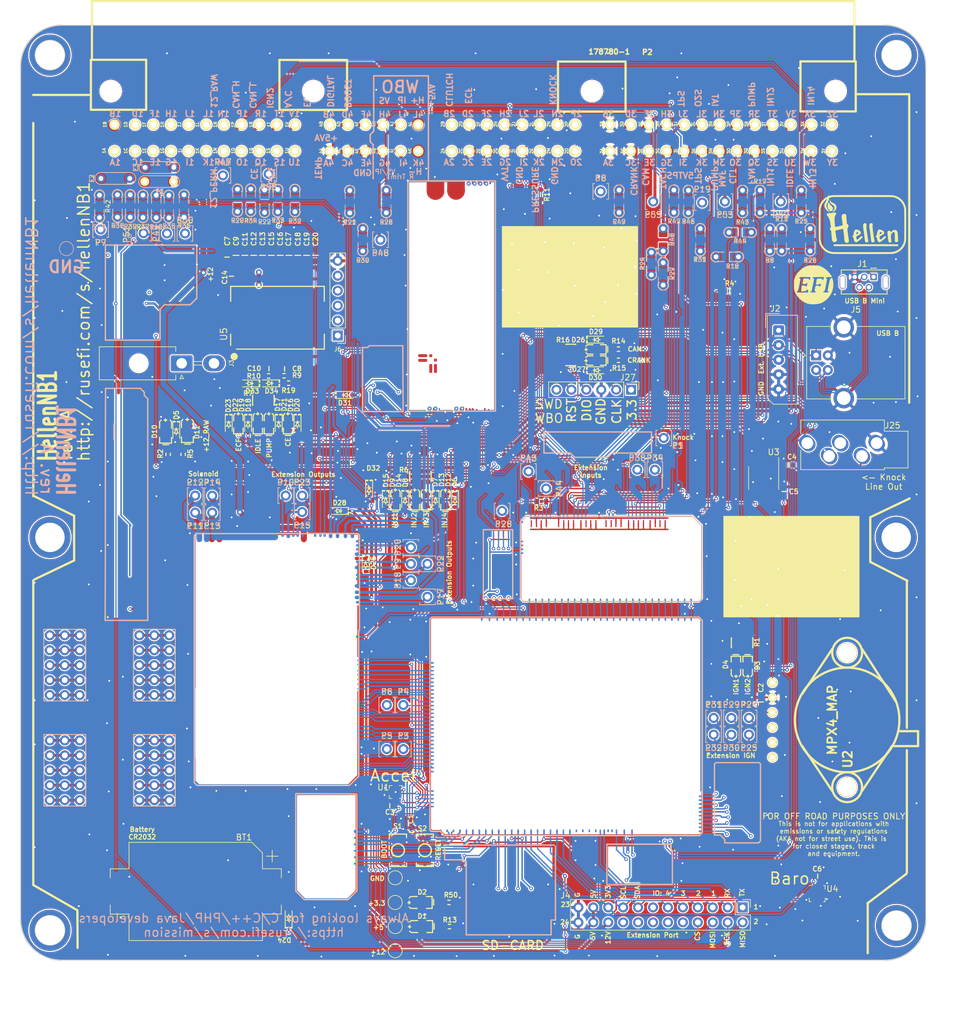
<source format=kicad_pcb>
(kicad_pcb (version 20210424) (generator pcbnew)
  (title_block (title "Hellen64") (date "2020-08-21") (rev "b"))
  (layers (0 "F.Cu" signal) (31 "B.Cu" signal) (34 "B.Paste" user) (35 "F.Paste" user) (36 "B.SilkS" user "B.Silkscreen") (37 "F.SilkS" user "F.Silkscreen") (38 "B.Mask" user) (39 "F.Mask" user) (44 "Edge.Cuts" user))
  (net 0 "")
  (net 1 "GND")
  (net 2 "/IN_CRANK")
  (net 3 "+12V")
  (net 4 "Net-(D1-Pad2)")
  (net 5 "/1G")
  (net 6 "/1H")
  (net 7 "/1E")
  (net 8 "/1L")
  (net 9 "/1B")
  (net 10 "/1A")
  (net 11 "/1D")
  (net 12 "Net-(D2-Pad2)")
  (net 13 "/1J")
  (net 14 "/1F")
  (net 15 "/1P")
  (net 16 "/1O")
  (net 17 "/1M")
  (net 18 "/1N")
  (net 19 "/1Q")
  (net 20 "Net-(D3-Pad2)")
  (net 21 "Net-(D4-Pad2)")
  (net 22 "/1V")
  (net 23 "/1U")
  (net 24 "/NRESET")
  (net 27 "Net-(D12-Pad1)")
  (net 28 "/VBUS")
  (net 29 "/SD_MISO")
  (net 30 "/SD_SCK")
  (net 31 "/SD_MOSI")
  (net 32 "/SD_CS")
  (net 34 "Net-(D13-Pad1)")
  (net 36 "Net-(D14-Pad1)")
  (net 40 "Net-(D15-Pad1)")
  (net 41 "/EXT_IO4")
  (net 43 "/EXT_IO3")
  (net 44 "/EXT_SPI_CS2")
  (net 45 "/EXT_IO2")
  (net 46 "/EXT_SPI_MOSI")
  (net 47 "/EXT_IO1")
  (net 48 "/EXT_SPI_SCK")
  (net 49 "/UART_EXT_TX")
  (net 50 "/EXT_SPI_MISO")
  (net 51 "/UART_EXT_RX")
  (net 52 "Net-(D11-Pad2)")
  (net 53 "Net-(D16-Pad1)")
  (net 54 "Net-(D17-Pad1)")
  (net 55 "+5VA")
  (net 56 "Net-(D19-Pad1)")
  (net 57 "/EXT_I2C_SDA")
  (net 58 "/EXT_I2C_SCL")
  (net 59 "/PPS")
  (net 60 "/1C")
  (net 61 "/RES3")
  (net 62 "/CAM")
  (net 63 "/INJ3")
  (net 64 "/INJ4")
  (net 65 "/SENS3")
  (net 66 "/SENS1")
  (net 67 "/IN_SENS2")
  (net 68 "/IN_SENS3")
  (net 69 "/IN_KNOCK")
  (net 70 "/IN_TPS")
  (net 72 "/IN_RES3")
  (net 73 "/IN_PPS")
  (net 74 "/LOW3_DUAL")
  (net 75 "/LOW5_HIGH1")
  (net 76 "/LOW1_DUAL")
  (net 77 "/LOW6_HIGH2")
  (net 78 "/IN_TPS2")
  (net 79 "/VREF2")
  (net 80 "/LOW2_DUAL")
  (net 81 "/IO8")
  (net 82 "/ALT_WARN")
  (net 83 "/ETB_EN")
  (net 84 "/IN_VSS")
  (net 85 "/+ETB")
  (net 86 "/SOLENOID_B2")
  (net 87 "/IDLE")
  (net 88 "/PP1")
  (net 89 "/LOW9")
  (net 90 "/IO12")
  (net 91 "/IO13")
  (net 92 "/INJ1")
  (net 93 "/INJ2")
  (net 94 "/PP2")
  (net 95 "/CRANK")
  (net 96 "/VSS")
  (net 97 "/ECF")
  (net 100 "/CLT")
  (net 101 "/IAT")
  (net 102 "/MAF")
  (net 103 "/MAP2")
  (net 104 "/USB+")
  (net 105 "/USB-")
  (net 106 "/OUT_SOLENOID_A1")
  (net 107 "/OUT_SOLENOID_A2")
  (net 108 "/OUT_SOLENOID_B1")
  (net 109 "/OUT_SOLENOID_B2")
  (net 110 "+12V_PROT")
  (net 111 "/OUT_HIGH2")
  (net 112 "/OUT_LOW9")
  (net 115 "+5V")
  (net 116 "/OUT_HIGH1")
  (net 117 "/IGN1")
  (net 118 "/IGN2")
  (net 119 "/IGN3")
  (net 120 "/IGN4")
  (net 121 "/IGN5")
  (net 122 "/IGN6")
  (net 123 "/IGN7")
  (net 124 "/IGN8")
  (net 125 "/OUT_LOW5_PULLUP")
  (net 126 "/OUT_IGN3")
  (net 127 "/OUT_IGN4")
  (net 128 "/OUT_IGN5")
  (net 129 "/OUT_IGN6")
  (net 130 "/OUT_IGN7")
  (net 131 "/OUT_IGN8")
  (net 132 "/OUT_LOW3_DUAL")
  (net 136 "/VIGN")
  (net 137 "/D4")
  (net 138 "/D3")
  (net 140 "/BOOT0")
  (net 141 "/IN_KNOCK_RAW")
  (net 142 "/WBO_Vs")
  (net 143 "/WBO_Vs{slash}Ip")
  (net 144 "/WBO_Ip")
  (net 145 "/WBO_R_Trim")
  (net 146 "/OUT_IGN1")
  (net 147 "/OUT_IGN2")
  (net 148 "Net-(P2-Pad5)")
  (net 149 "/VBAT")
  (net 150 "+3V3")
  (net 151 "Net-(P2-Pad6)")
  (net 152 "/OUT_INJ2")
  (net 153 "/OUT_INJ1")
  (net 154 "Net-(P2-Pad10)")
  (net 159 "/OUT_CE")
  (net 160 "/OUT_PUMP")
  (net 161 "/OUT_IDLE")
  (net 162 "/OUT_ECF")
  (net 163 "/CAN_TX")
  (net 164 "/CAN_RX")
  (net 165 "/CAN_VIO")
  (net 166 "/INJ8")
  (net 167 "/INJ6")
  (net 168 "/INJ5")
  (net 169 "/IN_CAM")
  (net 170 "Net-(P2-Pad20)")
  (net 171 "Net-(P2-Pad21)")
  (net 172 "/CE")
  (net 173 "/IN_O2S")
  (net 174 "/IN_MAF")
  (net 175 "/IN_CLT")
  (net 176 "/IN_IAT")
  (net 177 "/IN_CLUTCH")
  (net 178 "/-ETB")
  (net 179 "/PUMP")
  (net 180 "/IN_D4")
  (net 184 "/OUT_INJ4")
  (net 185 "/OUT_TACH")
  (net 186 "/OUT_INJ3")
  (net 187 "Net-(D18-Pad1)")
  (net 188 "/CLUTCH")
  (net 189 "/MAP3")
  (net 190 "/TPS")
  (net 191 "/O2S")
  (net 192 "/KNOCK")
  (net 193 "/SENS2")
  (net 195 "/IN_MAP3")
  (net 199 "/AC_SW")
  (net 200 "/IO7")
  (net 206 "+5V_IGN")
  (net 207 "+3V3_IGN")
  (net 208 "+12V_RAW")
  (net 209 "+12V_PERM")
  (net 210 "/CAN-")
  (net 211 "/CAN+")
  (net 212 "Net-(D26-Pad2)")
  (net 213 "Net-(D26-Pad1)")
  (net 214 "Net-(D27-Pad2)")
  (net 215 "Net-(D27-Pad1)")
  (net 221 "Net-(D10-Pad2)")
  (net 222 "/3I")
  (net 223 "/OUT_ECF_RELAY")
  (net 224 "/3S")
  (net 225 "/3Y")
  (net 226 "/3H")
  (net 227 "/3J")
  (net 228 "/OUT_PUMP_RELAY")
  (net 229 "/3N")
  (net 230 "/3R")
  (net 231 "/3T")
  (net 232 "/3X")
  (net 233 "/3Z")
  (net 234 "Net-(G4-Pad10)")
  (net 235 "Net-(G4-Pad14)")
  (net 236 "Net-(G4-Pad13)")
  (net 237 "Net-(G4-Pad12)")
  (net 238 "/IN_AC_SW")
  (net 239 "Net-(G5-Pad10)")
  (net 240 "Net-(G5-Pad14)")
  (net 241 "Net-(G5-Pad13)")
  (net 242 "Net-(G5-Pad12)")
  (net 243 "Net-(G5-Pad1)")
  (net 244 "Net-(G6-Pad10)")
  (net 245 "Net-(G6-Pad14)")
  (net 246 "Net-(G6-Pad13)")
  (net 247 "Net-(G6-Pad12)")
  (net 248 "Net-(G6-Pad1)")
  (net 249 "Net-(G7-Pad10)")
  (net 250 "Net-(G7-Pad14)")
  (net 251 "Net-(G7-Pad13)")
  (net 252 "Net-(G7-Pad12)")
  (net 253 "Net-(G7-Pad1)")
  (net 257 "Net-(C4-Pad2)")
  (net 258 "Net-(C4-Pad1)")
  (net 260 "Net-(U3-Pad6)")
  (net 261 "Net-(BT1-Pad1)")
  (net 265 "Net-(J27-Pad1)")
  (net 266 "Net-(J27-Pad2)")
  (net 267 "Net-(J27-Pad4)")
  (net 268 "Net-(J27-Pad5)")
  (net 271 "Net-(M3-PadN25)")
  (net 272 "Net-(M3-PadN26)")
  (net 273 "Net-(M3-PadN27)")
  (net 274 "/IN_PRESSURE")
  (net 275 "/OUT_AC_RELAY")
  (net 276 "Net-(G4-Pad1)")
  (net 278 "/OUT_CHECK_ENGINE")
  (net 279 "Net-(M3-PadE4)")
  (net 280 "/OUT_AC_FAN_RELAY")
  (net 281 "Net-(M12-PadW2)")
  (net 282 "Net-(M12-PadW4)")
  (net 287 "Net-(M12-PadW3)")
  (net 288 "/OUT_VICS")
  (net 289 "/IN_O2S2")
  (net 290 "/IN_NEUTRAL")
  (net 291 "/IN_MAP")
  (net 292 "/IN_EGR_BOOST")
  (net 293 "/IN_BRAKE")
  (net 294 "/IN_AFR")
  (net 295 "/IN_STEERING")
  (net 296 "/OUT_O2H")
  (net 297 "/OUT_ALT_WARNING")
  (net 298 "/OUT_O2H2")
  (net 299 "/OUT_ALTERNATOR")
  (net 300 "/2M")
  (net 301 "/2O")
  (net 302 "/2N")
  (net 303 "/2P")
  (net 304 "/3G")
  (net 305 "/3K")
  (net 306 "/3U")
  (net 307 "/3W")
  (net 308 "/3D")
  (net 309 "/3L")
  (net 310 "/4K")
  (net 311 "/3V")
  (net 314 "/4L")
  (net 315 "/OUT_VVT")
  (net 316 "/STEERING")
  (net 317 "/AFR")
  (net 318 "/BRAKE")
  (net 319 "/EGR_BOOST")
  (net 320 "/TEMP")
  (net 321 "/PRESSURE")
  (net 322 "/NEUTRAL")
  (net 323 "/IN_TEMP")
  (net 324 "/DIGITAL")
  (net 325 "/IN_DIGITAL")
  (net 326 "/OUT_BOOST")
  (net 327 "Net-(P2-Pad72)")
  (net 328 "Net-(P2-Pad59)")
  (net 329 "Net-(P2-Pad66)")
  (net 330 "/IN_TEMP_OR_PPS2")
  (net 331 "Net-(C8-Pad1)")
  (net 332 "Net-(C10-Pad1)")
  (net 333 "Net-(C10-Pad2)")
  (net 334 "Net-(C14-Pad2)")
  (net 335 "Net-(D33-Pad1)")
  (net 336 "/OUT_ETB+")
  (net 337 "/OUT_ETB-")
  (net 338 "+12V_ETB")
  (footprint "rusefi_lib:LOGO" (layer "F.Cu") (at 156 55.9)
    (fp_text reference "G1" hide)
    (fp_text value "LOGO" hide)
  )
  (footprint "rusefi_lib:Off_Road_Disclaimer" (layer "F.Cu") (at 166.61096 62.518 90)
    (fp_text reference "G2" hide)
    (fp_text value "DISCLAIMER" hide)
  )
  (footprint "hellen-one-sd-0.1:sd" (layer "F.Cu") (at 93.141861 166.485307)
    (fp_text reference "M4" hide)
    (fp_text value "Module-sd-0.1" hide)
  )
  (footprint "hellen-one-knock-0.1:knock" (layer "F.Cu") (at 128.509785 80.786596 180)
    (fp_text reference "M9" hide)
    (fp_text value "Module-knock-0.1" hide)
  )
  (footprint "hellen-one-common:PAD-0805-PAD" (layer "F.Cu") (at 148.54832 48.20534 90)
    (fp_text reference "R8")
    (fp_text value "Jumper-Pad-Pad" hide)
  )
  (footprint "hellen-one-common:PAD-0805-PAD" (layer "F.Cu") (at 67.77332 41.53034 90)
    (fp_text reference "R32")
    (fp_text value "Jumper-Pad-Pad" hide)
  )
  (footprint "hellen-one-common:PAD-TH" (layer "F.Cu") (at 83.4007 134.79512)
    (fp_text reference "P5")
    (fp_text value "Pad" hide)
  )
  (footprint "hellen-one-common:PAD-TH" (layer "F.Cu") (at 83.4007 127.29294)
    (fp_text reference "P6")
    (fp_text value "Pad" hide)
  )
  (footprint "hellen-one-common:PAD-TH" (layer "F.Cu") (at 55.52332 37.25534)
    (fp_text reference "P47")
    (fp_text value "Pad" hide)
  )
  (footprint "hellen-one-common:R0603" (layer "F.Cu") (at 46.19832 84.69284 -90)
    (fp_text reference "R2")
    (fp_text value "5.1k" hide)
  )
  (footprint "Connector_PinHeader_2.54mm:PinHeader_1x06_P2.54mm_Vertical" (layer "F.Cu") (at 124.95 73.7 -90)
    (fp_text reference "J27")
    (fp_text value "Conn_01x06")
  )
  (footprint "hellen-one-common:R0603" (layer "F.Cu") (at 141.7 56.9)
    (fp_text reference "R4")
    (fp_text value "1k" hide)
  )
  (footprint "hellen-one-common:PAD-TH" (layer "F.Cu") (at 137.04832 41.88034)
    (fp_text reference "P19")
    (fp_text value "Pad" hide)
  )
  (footprint "TestPoint:TestPoint_Pad_D2.0mm" (layer "F.Cu") (at 84.825 169.075)
    (fp_text reference "J19" hide)
    (fp_text value "Conn_01x01")
  )
  (footprint "hellen-one-common:C0603" (layer "F.Cu") (at 83.909999 144.4)
    (fp_text reference "C3")
    (fp_text value "100n" hide)
  )
  (footprint "hellen-one-common:PROTO_AREA" (layer "F.Cu") (at 41.30832 125.608018 90)
    (fp_text reference "G4" hide)
    (fp_text value "PROTO_AREA" hide)
  )
  (footprint "hellen-one-common:R0603" (layer "F.Cu") (at 65.92332 71.33034)
    (fp_text reference "R9")
    (fp_text value "100k" hide)
  )
  (footprint "hellen-one-common:PAD-TH" (layer "F.Cu") (at 66.2 91.7)
    (fp_text reference "P10")
    (fp_text value "Pad" hide)
  )
  (footprint "hellen-one-common:PAD-0805-PAD" (layer "F.Cu") (at 77.09832 41.73034 90)
    (fp_text reference "R21")
    (fp_text value "Jumper-Pad-Pad" hide)
  )
  (footprint "hellen-one-common:PAD-TH" (layer "F.Cu") (at 50.8 91.7)
    (fp_text reference "P12")
    (fp_text value "Pad" hide)
  )
  (footprint "hellen-one-output-0.2:output" (layer "F.Cu") (at 78.81486 98.04862 180)
    (fp_text reference "M5" hide)
    (fp_text value "Module-output-0.2" hide)
  )
  (footprint "hellen-one-common:PAD-0805-PAD" (layer "F.Cu") (at 48.89832 42.45034 90)
    (fp_text reference "R36")
    (fp_text value "Jumper-Pad-Pad" hide)
  )
  (footprint "hellen-one-common:LED-0805" (layer "F.Cu") (at 89.30436 164.975 180)
    (fp_text reference "D1")
    (fp_text value "LED-GREEN-0805" hide)
  )
  (footprint "hellen-one-common:PAD-0805-PAD" (layer "F.Cu") (at 130.41096 48.205 90)
    (fp_text reference "R48")
    (fp_text value "Jumper-Pad-Pad" hide)
  )
  (footprint "hellen-one-common:SOD-323" (layer "F.Cu") (at 83.210209 92.54925 -90)
    (fp_text reference "D15")
    (fp_text value "1N4148WS" hide)
  )
  (footprint "hellen-one-common:C0603" (layer "F.Cu") (at 56.24832 51.15534 -90)
    (fp_text reference "C7")
    (fp_text value "100nF" hide)
  )
  (footprint "hellen-one-common:C0603" (layer "F.Cu") (at 87.65 148.975 -90)
    (fp_text reference "C1")
    (fp_text value "100n" hide)
  )
  (footprint "hellen-one-common:PAD-TH" (layer "F.Cu") (at 69 94.5 180)
    (fp_text reference "P15")
    (fp_text value "Pad" hide)
  )
  (footprint "hellen-one-common:SMD-2_2.9x3.9x1.7" (layer "F.Cu") (at 85.3 152 -90)
    (fp_text reference "S1")
    (fp_text value "Button_SPST" hide)
  )
  (footprint "hellen-one-common:LED-0603" (layer "F.Cu") (at 93.310209 92.44925 90)
    (fp_text reference "D6")
    (fp_text value "LED-RED-0603" hide)
  )
  (footprint "hellen-one-common:C0603" (layer "F.Cu") (at 151.690001 86.5 180)
    (fp_text reference "C4")
    (fp_text value "10u" hide)
  )
  (footprint "hellen-one-common:PAD-0805-PAD" (layer "F.Cu") (at 128.41096 52.254999 90)
    (fp_text reference "R24")
    (fp_text value "Jumper-Pad-Pad" hide)
  )
  (footprint "hellen-one-common:SOD-323" (layer "F.Cu") (at 75.186 94.3 180)
    (fp_text reference "D28")
    (fp_text value "1N4148WS" hide)
  )
  (footprint "hellen-one-common:PAD-0805-PAD" (layer "F.Cu") (at 64.84832 41.55534 90)
    (fp_text reference "R33")
    (fp_text value "Jumper-Pad-Pad" hide)
  )
  (footprint "hellen-one-common:SOD-323" (layer "F.Cu") (at 94.997706 92.550749 -90)
    (fp_text reference "D12")
    (fp_text value "1N4148WS" hide)
  )
  (footprint "hellen-one-common:PAD-0805-PAD" (layer "F.Cu") (at 34.52332 42.52534 90)
    (fp_text reference "R42")
    (fp_text value "Jumper-Pad-Pad" hide)
  )
  (footprint "hellen-one-common:178780-1" (layer "F.Cu") (at 146.63696 33.12622)
    (fp_text reference "P2")
    (fp_text value "178780-1")
  )
  (footprint "hellen-one-common:SOD-323" (layer "F.Cu") (at 59.787497 79.601499 -90)
    (fp_text reference "D22")
    (fp_text value "1N4148WS" hide)
  )
  (footprint "hellen-one-common:PAD-TH" (layer "F.Cu") (at 63.29832 37.00534 180)
    (fp_text reference "P56")
    (fp_text value "Pad" hide)
  )
  (footprint "hellen-one-common:PAD-TH" (layer "F.Cu") (at 150.41096 41.705 180)
    (fp_text reference "P52")
    (fp_text value "Pad" hide)
  )
  (footprint "hellen-one-common:LED-0805" (layer "F.Cu") (at 49.47332 80.79284 90)
    (fp_text reference "D11")
    (fp_text value "LED-GREEN-0805" hide)
  )
  (footprint "hellen-one-common:C0805" (layer "F.Cu") (at 66.74832 50.85534 90)
    (fp_text reference "C17")
    (fp_text value "10uF" hide)
  )
  (footprint "hellen-one-common:PAD-TH" (layer "F.Cu") (at 110.5 90.5 -90)
    (fp_text reference "P44")
    (fp_text value "Pad" hide)
  )
  (footprint "hellen-one-common:PAD-TH" (layer "F.Cu") (at 53.7 94.6 180)
    (fp_text reference "P13")
    (fp_text value "Pad" hide)
  )
  (footprint "hellen-one-common:R0603" (layer "F.Cu") (at 109.5 40.5 -90)
    (fp_text reference "R11")
    (fp_text value "680k" hide)
  )
  (footprint "hellen-one-common:R0603-4" (layer "F.Cu") (at 89.110209 88.44925 -90)
    (fp_text reference "R6")
    (fp_text value "4.7k" hide)
  )
  (footprint "TestPoint:TestPoint_Pad_D2.0mm" (layer "F.Cu") (at 84.825 164.975)
    (fp_text reference "J20" hide)
    (fp_text value "Conn_01x01")
  )
  (footprint "hellen-one-common:PAD-TH" (layer "F.Cu") (at 142 129.5)
    (fp_text reference "P29")
    (fp_text value "Pad" hide)
  )
  (footprint "hellen-one-common:PAD-0805-PAD" (layer "F.Cu") (at 143.91096 41.705 90)
    (fp_text reference "R43")
    (fp_text value "Jumper-Pad-Pad" hide)
  )
  (footprint "hellen-one-common:USB-MINI-B-VERTICAL" (layer "F.Cu") (at 164.6 55.4 180)
    (fp_text reference "J1")
    (fp_text value "USB_B_Mini")
    (fp_line (start 3.203407 0.666218) (end 3.203407 -0.713437) (layer "Edge.Cuts") (width 0.12))
    (fp_line (start -3.203407 -0.65394) (end -3.203407 0.725715) (layer "Edge.Cuts") (width 0.12))
    (fp_line (start 4.091114 -0.647801) (end 4.091114 0.731854) (layer "Edge.Cuts") (width 0.12))
    (fp_line (start -4.091114 0.660079) (end -4.091114 -0.719576) (layer "Edge.Cuts") (width 0.12))
    (fp_arc (start 3.644278 -0.640274) (end 3.203408 -0.713437) (angle 169.6124935) (layer "Edge.Cuts") (width 0.12))
    (fp_arc (start -3.650243 -0.646413) (end -4.091113 -0.719576) (angle 169.6124935) (layer "Edge.Cuts") (width 0.12))
    (fp_arc (start 3.650244 0.658692) (end 4.091113 0.731854) (angle 169.6127294) (layer "Edge.Cuts") (width 0.12))
    (fp_arc (start -3.644277 0.652553) (end -3.203408 0.725715) (angle 169.6127294) (layer "Edge.Cuts") (width 0.12))
  )
  (footprint "hellen-one-common:PinHeader_1x06_P2.54mm_Vertical" (layer "F.Cu") (at 75.04832 64.48034 180)
    (fp_text reference "J6")
    (fp_text value "ETB")
  )
  (footprint "hellen-one-common:SOD-323" (layer "F.Cu") (at 119.1007 70.405443)
    (fp_text reference "D30")
    (fp_text value "1N4148WS" hide)
  )
  (footprint "hellen-one-common:PAD-TH" (layer "F.Cu") (at 142 132.33512 180)
    (fp_text reference "P30")
    (fp_text value "Pad" hide)
  )
  (footprint "hellen-one-common:USB_B" (layer "F.Cu") (at 163.175 69.1)
    (fp_text reference "J5")
    (fp_text value "USB_B")
  )
  (footprint "hellen-one-common:PAD-TH" (layer "F.Cu") (at 86.21096 127.29512)
    (fp_text reference "P4")
    (fp_text value "Pad" hide)
  )
  (footprint "hellen-one-common:PAD-TH" (layer "F.Cu") (at 145 132.33512 180)
    (fp_text reference "P25")
    (fp_text value "Pad" hide)
  )
  (footprint "hellen-one-can-0.1:can" (layer "F.Cu") (at 79.182363 66.130441 -90)
    (fp_text reference "M8" hide)
    (fp_text value "Module-can-0.1" hide)
  )
  (footprint "rusefi_lib:MPX-4_MAP" (layer "F.Cu") (at 165.51 129.845 -90)
    (fp_text reference "U2")
    (fp_text value "MPX4_MAP")
  )
  (footprint "hellen-one-common:PAD-0805-PAD" (layer "F.Cu") (at 146.89832 41.68034 -90)
    (fp_text reference "R17")
    (fp_text value "Jumper-Pad-Pad" hide)
  )
  (footprint "hellen-one-common:PROTO_AREA" (layer "F.Cu") (at 26.06832 125.608018 90)
    (fp_text reference "G6" hide)
    (fp_text value "PROTO_AREA" hide)
  )
  (footprint "hellen-one-common:PAD-TH" (layer "F.Cu") (at 128.71056 41.70588 180)
    (fp_text reference "P55")
    (fp_text value "Pad" hide)
  )
  (footprint "hellen-one-common:PAD-TH" (layer "F.Cu") (at 90.3 108.9 -90)
    (fp_text reference "P17")
    (fp_text value "Pad" hide)
  )
  (footprint "hellen-one-can-0.1:can" (layer "F.Cu") (at 132.091858 150.876783 180)
    (fp_text reference "M13" hide)
    (fp_text value "Module-can-0.1" hide)
  )
  (footprint "hellen-one-common:SMD-2_2.9x3.9x1.7" (layer "F.Cu") (at 89.875 152 -90)
    (fp_text reference "S2")
    (fp_text value "Button_SPST" hide)
  )
  (footprint "hellen-one-common:PAD-TH" (layer "F.Cu") (at 50.8 94.6 180)
    (fp_text reference "P11")
    (fp_text value "Pad" hide)
  )
  (footprint "hellen-one-common:PAD-TH" (layer "F.Cu") (at 49.07332 47.13034)
    (fp_text reference "P50")
    (fp_text value "Pad" hide)
  )
  (footprint "hellen-one-common:PAD-0805-PAD" (layer "F.Cu") (at 44.17332 42.53034 90)
    (fp_text reference "R40")
    (fp_text value "Jumper-Pad-Pad" hide)
  )
  (footprint "hellen-one-common:SOD-323" (layer "F.Cu") (at 56.5 79.6 -90)
    (fp_text reference "D23")
    (fp_text value "1N4148WS" hide)
  )
  (footprint "hellen-one-common:LED-0603" (layer "F.Cu") (at 119.0007 66.89294 180)
    (fp_text reference "D26")
    (fp_text value "LED-WHITE-0603" hide)
  )
  (footprint "hellen-one-common:C0805" (layer "F.Cu") (at 65.24832 50.85534 -90)
    (fp_text reference "C16")
    (fp_text value "10uF" hide)
  )
  (footprint "MountingHole:MountingHole_4.5mm_Pad" (layer "F.Cu") (at 26.09832 165.60534)
    (fp_text reference "J13" hide)
    (fp_text value "Conn_01x01" hide)
  )
  (footprint "hellen-one-common:R0603-4" (layer "F.Cu") (at 114.7007 67.79294)
    (fp_text reference "R16")
    (fp_text value "4.7k" hide)
  )
  (footprint "hellen-one-stlink-0.1:stlink" (layer "F.Cu") (at 78.427357 160.511115 90)
    (fp_text reference "M7" hide)
    (fp_text value "Module-stlink-0.1" hide)
  )
  (footprint "hellen-one-common:LED-0603" (layer "F.Cu") (at 84.810209 92.44925 90)
    (fp_text reference "D9")
    (fp_text value "LED-RED-0603" hide)
  )
  (footprint "hellen-one-common:PAD-TH" (layer "F.Cu") (at 103.01136 94.29912 180)
    (fp_text reference "P28")
    (fp_text value "Pad" hide)
  )
  (footprint "hellen-one-common:PAD-TH" (layer "F.Cu") (at 145 129.5)
    (fp_text reference "P24")
    (fp_text value "Pad" hide)
  )
  (footprint "hellen-one-common:LED-0603" (layer "F.Cu") (at 88.110209 92.44925 90)
    (fp_text reference "D8")
    (fp_text value "LED-RED-0603" hide)
  )
  (footprint "hellen-one-common:PAD-TH" (layer "F.Cu") (at 119.77332 39.98034)
    (fp_text reference "P8")
    (fp_text value "Pad" hide)
  )
  (footprint "hellen-one-common:SOD-323" (layer "F.Cu") (at 86.510209 92.54925 -90)
    (fp_text reference "D14")
    (fp_text value "1N4148WS" hide)
  )
  (footprint "hellen-one-input-0.1:input" (layer "F.Cu") (at 137.03596 95.120319 180)
    (fp_text reference "M1" hide)
    (fp_text value "Module-input-0.1" hide)
  )
  (footprint "TestPoint:TestPoint_Pad_D2.0mm" (layer "F.Cu") (at 84.825 156.675)
    (fp_text reference "J22" hide)
    (fp_text value "Conn_01x01")
  )
  (footprint "hellen-one-common:C0805" (layer "F.Cu") (at 62.24832 50.85534 90)
    (fp_text reference "C13")
    (fp_text value "10uF" hide)
  )
  (footprint "hellen-one-common:SOD-323" (layer "F.Cu") (at 119.1007 65.19294)
    (fp_text reference "D29")
    (fp_text value "1N4148WS" hide)
  )
  (footprint "hellen-one-common:PAD-0805-PAD" (layer "F.Cu") (at 37.57332 42.45534 90)
    (fp_text reference "R38")
    (fp_text value "Jumper-Pad-Pad" hide)
  )
  (footprint "hellen-one-common:PAD-0805-PAD" (layer "F.Cu") (at 143.50596 46.95)
    (fp_text reference "R44")
    (fp_text value "Jumper-Pad-Pad" hide)
  )
  (footprint "hellen-one-common:C0805" (layer "F.Cu") (at 57.74832 50.85534 90)
    (fp_text reference "C9")
    (fp_text value "10uF" hide)
  )
  (footprint "hellen-one-common:LED-0603" (layer "F.Cu") (at 66.549998 79.49294 90)
    (fp_text reference "D16")
    (fp_text value "LED-WHITE-0603" hide)
  )
  (footprint "hellen-one-mcu-0.3:mcu" (layer "F.Cu") (at 137.166861 112.241497 180)
    (fp_text reference "M3" hide)
    (fp_text value "Module-mcu-0.3" hide)
  )
  (footprint "hellen-one-common:R0603" (layer "F.Cu") (at 109.7007 92.69294)
    (fp_text reference "R3")
    (fp_text value "4.7k" hide)
  )
  (footprint "hellen-one-common:R0603" (layer "F.Cu") (at 63.29832 71.35534 180)
    (fp_text reference "R10")
    (fp_text value "100" hide)
  )
  (footprint "hellen-one-common:LED-0603" (layer "F.Cu") (at 58.1 79.5 90)
    (fp_text reference "D19")
    (fp_text value "LED-WHITE-0603" hide)
  )
  (footprint "hellen-one-common:PAD-0805-PAD" (layer "F.Cu") (at 79.31096 48.2 90)
    (fp_text reference "R30")
    (fp_text value "Jumper-Pad-Pad" hide)
  )
  (footprint "hellen-one-common:SOD-323" (layer "F.Cu") (at 65 79.6 -90)
    (fp_text reference "D21")
    (fp_text value "1N4148WS" hide)
  )
  (footprint "hellen-one-common:PAD-TH" (layer "F.Cu") (at 82.31096 48.2 180)
    (fp_text reference "P48")
    (fp_text value "Pad" hide)
  )
  (footprint "hellen-one-common:PAD-0805-PAD" (layer "F.Cu") (at 136.72332 48.205339 90)
    (fp_text reference "R31")
    (fp_text value "Jumper-Pad-Pad" hide)
  )
  (footprint "MountingHole:MountingHole_4.5mm_Pad" (layer "F.Cu") (at 170.09832 16.80534)
    (fp_text reference "J16" hide)
    (fp_text value "Conn_01x01" hide)
  )
  (footprint "hellen-one-common:PAD-TH" (layer "F.Cu") (at 139 132.33512 180)
    (fp_text reference "P32")
    (fp_text value "Pad" hide)
  )
  (footprint "hellen-one-common:LGA-12_2x2mm_P0.5mm" (layer "F.Cu") (at 84.9 142.1 180)
    (fp_text reference "U1")
    (fp_text value "LIS2DW12TR" hide)
  )
  (footprint "Battery:BatteryHolder_Keystone_1060_1x2032" (layer "F.Cu") (at 50.9 159 180)
    (fp_text reference "BT1")
    (fp_text value "BATTERY_CR2032")
  )
  (footprint "hellen-one-common:R0603" (layer "F.Cu") (at 48.74832 84.69284 -90)
    (fp_text reference "R5")
    (fp_text value "5.1k" hide)
  )
  (footprint "MountingHole:MountingHole_4.5mm_Pad" (layer "F.Cu") (at 170.09832 164.80534)
    (fp_text reference "J14" hide)
    (fp_text value "Conn_01x01" hide)
  )
  (footprint "hellen-one-common:LED-0805" (layer "F.Cu") (at 89.225 160.875 180)
    (fp_text reference "D2")
    (fp_text value "LED-GREEN-0805" hide)
  )
  (footprint "hellen-one-common:PAD-TH" (layer "F.Cu") (at 87.5 103.3 90)
    (fp_text reference "P9")
    (fp_text value "Pad" hide)
  )
  (footprint "hellen-one-common:Jack_3.5mm_PJ-3250-5A" (layer "F.Cu") (at 162.925 83.073343 -90)
    (fp_text reference "J25")
    (fp_text value "AudioJack3_SwitchTR")
  )
  (footprint "hellen-one-common:LOGO" (layer "F.Cu") (at 164.605349 45.692287)
    (fp_text reference "G3" hide)
    (fp_text value "LOGO" hide)
  )
  (footprint "hellen-one-common:LED-0805" (layer "F.Cu") (at 45.76306 80.892839 90)
    (fp_text reference "D10")
    (fp_text value "LED-GREEN-0805" hide)
  )
  (footprint "hellen-one-common:PAD-TH" (layer "F.Cu") (at 69 91.7)
    (fp_text reference "P23")
    (fp_text value "Pad" hide)
  )
  (footprint "hellen-one-power12-0.2:power12" (layer "F.Cu") (at 51.161211 65.371355 90)
    (fp_text reference "M10" hide)
    (fp_text value "Module-power12-0.2" hide)
  )
  (footprint "hellen-one-common:LED-0603" (layer "F.Cu") (at 63.3 79.5 90)
    (fp_text reference "D17")
    (fp_text value "LED-WHITE-0603" hide)
  )
  (footprint "hellen-one-common:R0603" (layer "F.Cu") (at 66.69832 72.58034 180)
    (fp_text reference "R19")
    (fp_text value "10k" hide)
  )
  (footprint "hellen-one-common:LED-0603" (layer "F.Cu") (at 144.829152 120.714491 -90)
    (fp_text reference "D3")
    (fp_text value "LED-BLUE-0603" hide)
  )
  (footprint "hellen-one-common:PROTO_AREA" (layer "F.Cu") (at 41.32 143.48 90)
    (fp_text reference "G7" hide)
    (fp_text value "PROTO_AREA" hide)
  )
  (footprint "hellen-one-wbo-0.2:wbo" (layer "F.Cu") (at 101.97332 77.45534 90)
    (fp_text reference "M12" hide)
    (fp_text value "Module-wbo-0.2" hide)
  )
  (footprint "Package_SO:SOIC-8_3.9x4.9mm_P1.27mm" (layer "F.Cu") (at 147.5 88.7 -90)
    (fp_text reference "U3")
    (fp_text value "MCP6002-xSN")
  )
  (footprint "Package_LGA:ST_HLGA-10_2.5x2.5mm_P0.6mm_LayoutBorder3x2y" (layer "F.Cu") (at 156.6 159.375)
    (fp_text reference "U4")
    (fp_text value "LPS25HB")
  )
  (footprint "MountingHole:MountingHole_4.5mm_Pad" (layer "F.Cu") (at 170.04912 98.80534)
    (fp_text reference "J15" hide)
    (fp_text value "Conn_01x01" hide)
  )
  (footprint "hellen-one-common:C0805" (layer "F.Cu") (at 71.24832 50.85534 -90)
    (fp_text reference "C20")
    (fp_text value "10uF" hide)
  )
  (footprint "hellen-one-common:PAD-0805-PAD" (layer "F.Cu") (at 132.22332 41.65534 90)
    (fp_text reference "R47")
    (fp_text value "Jumper-Pad-Pad" hide)
  )
  (footprint "hellen-one-common:C0603" (layer "F.Cu") (at 63.34832 70.13034 180)
    (fp_text reference "C10")
    (fp_text value "10nF" hide)
  )
  (footprint "hellen-one-common:PAD-1206-PAD" (layer "F.Cu") (at 44.67332 38.30534)
    (fp_text reference "F1")
    (fp_text value "Fuse-Pad-Pad" hide)
  )
  (footprint "hellen-one-common:C0603" (layer "F.Cu") (at 56.99832 54.40534 -90)
    (fp_text reference "C14")
    (fp_text value "220nF" hide)
  )
  (footprint "hellen-one-common:R0603" (layer "F.Cu") (at 122.8007 66.79294 180)
    (fp_text reference "R14")
    (fp_text value "0" hide)
  )
  (footprint "hellen-one-common:SOD-323" (layer "F.Cu") (at 47.57332 80.79284 -90)
    (fp_text reference "D5")
    (fp_text value "1N4148WS" hide)
  )
  (footprint "hellen-one-common:PAD-TH" (layer "F.Cu") (at 86.21096 134.79512)
    (fp_text reference "P3")
    (fp_text value "Pad" hide)
  )
  (footprint "hellen-one-common:PAD-1206-PAD" (layer "F.Cu") (at 44.72332 35.90534)
    (fp_text reference "F3")
    (fp_text value "Fuse-Pad-Pad" hide)
  )
  (footprint "hellen-one-common:C0805" (layer "F.Cu") (at 59.24832 50.85534 90)
    (fp_text reference "C11")
    (fp_text value "10uF" hide)
  )
  (footprint "hellen-one-common:C0805" (layer "F.Cu") (at 69.74832 50.85534 -90)
    (fp_text reference "C19")
    (fp_text value "10uF" hide)
  )
  (footprint "hellen-one-common:PROTO_AREA" (layer "F.Cu") (at 26.08 143.48 90)
    (fp_text reference "G5" hide)
    (fp_text value "PROTO_AREA" hide)
  )
  (footprint "hellen-one-common:SOD-323" (layer "F.Cu") (at 76.4 74.6)
    (fp_text reference "D31")
    (fp_text value "1N4148WS" hide)
  )
  (footprint "hellen-one-common:PAD-0805-PAD" (layer "F.Cu") (at 60.24832 41.48034 90)
    (fp_text reference "R34")
    (fp_text value "Jumper-Pad-Pad" hide)
  )
  (footprint "hellen-one-common:PAD-0805-PAD" (layer "F.Cu") (at 46.32332 42.55034 90)
    (fp_text reference "R35")
    (fp_text value "Jumper-Pad-Pad" hide)
  )
  (footprint "hellen-one-common:LED-0603" (layer "F.Cu") (at 61.4 79.5 90)
    (fp_text reference "D18")
    (fp_text value "LED-WHITE-0603" hide)
  )
  (footprint "hellen-one-common:SOD-323" (layer "F.Cu") (at 68.2 79.594439 -90)
    (fp_text reference "D20")
    (fp_text value "1N4148WS" hide)
  )
  (footprint "hellen-one-common:SOD-323" (layer "F.Cu") (at 60.071822 72.617838 180)
    (fp_text reference "D33")
    (fp_text value "1N4148WS" hide)
  )
  (footprint "hellen-one-common:LED-0603" (layer "F.Cu") (at 119.0007 68.79294 180)
    (fp_text reference "D27")
    (fp_text value "LED-WHITE-0603" hide)
  )
  (footprint "hellen-one-common:PAD-TH" (layer "F.Cu") (at 53.7 91.72112)
    (fp_text reference "P14")
    (fp_text value "Pad" hide)
  )
  (footprint "hellen-one-common:C0805" (layer "F.Cu") (at 68.24832 50.85534 90)
    (fp_text reference "C18")
    (fp_text value "10uF" hide)
  )
  (footprint "hellen-one-common:PAD-0805-PAD" (layer "F.Cu") (at 62.59832 41.655361 90)
    (fp_text reference "R22")
    (fp_text value "Jumper-Pad-Pad" hide)
  )
  (footprint "hellen-one-common:PAD-0805-PAD" (layer "F.Cu") (at 41.92332 42.50534 90)
    (fp_text reference "R37")
    (fp_text value "Jumper-Pad-Pad" hide)
  )
  (footprint "MountingHole:MountingHole_4.5mm_Pad" (layer "F.Cu") (at 26.09832 16.80534)
    (fp_text reference "J11" hide)
    (fp_text value "Conn_01x01" hide)
  )
  (footprint "hellen-one-common:PAD-0805-PAD" (layer "F.Cu") (at 83.31096 41.7 90)
    (fp_text reference "R28")
    (fp_text value "Jumper-Pad-Pad" hide)
  )
  (footprint "hellen-one-common:PAD-TH" (layer "F.Cu") (at 129 87.3)
    (fp_text reference "P34")
    (fp_text value "Pad" hide)
  )
  (footprint "hellen-one-common:PAD-0805-PAD" (layer "F.Cu") (at 155.41096 48.205 90)
    (fp_text reference "R26")
    (fp_text value "Jumper-Pad-Pad" hide)
  )
  (footprint "hellen-one-common:SOD-323" (layer "F.Cu") (at 66.712503 163.498502 90)
    (fp_text reference "D24")
    (fp_text value "1N4148WS" hide)
  )
  (footprint "hellen-one-common:PAD-TH" (layer "F.Cu") (at 90.3 103.3 -90)
    (fp_text reference "P22")
    (fp_text value "Pad" hide)
  )
  (footprint "hellen-one-common:PAD-0805-PAD" (layer "F.Cu") (at 153.91096 41.7 90)
    (fp_text reference "R25")
    (fp_text value "Jumper-Pad-Pad" hide)
  )
  (footprint "hellen-one-common:C0603" (layer "F.Cu") (at 66.013321 70.13034)
    (fp_text reference "C8")
    (fp_text value "6.8nF" hide)
  )
  (footprint "hellen-one-common:PAD-TH" (layer "F.Cu") (at 87.5 100.5 90)
    (fp_text reference "P20")
    (fp_text value "Pad" hide)
  )
  (footprint "hellen-one-common:PAD-TH" (layer "F.Cu") (at 87.5 106.1 90)
    (fp_text reference "P18")
    (fp_text value "Pad" hide)
  )
  (footprint "hellen-one-common:Molex-39301020" (layer "F.Cu") (at 48.49832 69.20534 90)
    (fp_text reference "J3")
    (fp_text value "MiniFit")
  )
  (footprint "hellen-one-common:SOD-323" (layer "F.Cu") (at 63.44832 72.60534 180)
    (fp_text reference "D34")
    (fp_text value "1N4148WS" hide)
  )
  (footprint "hellen-one-common:PAD-0805-PAD" (layer "F.Cu") (at 130.41096 54.005 -90)
    (fp_text reference "R27")
    (fp_text value "Jumper-Pad-Pad" hide)
  )
  (footprint "hellen-one-common:R0603" (layer "F.Cu") (at 93.975 160.875)
    (fp_text reference "R50")
    (fp_text value "750" hide)
  )
  (footprint "hellen-one-dinput4-0.1:dinput4" (layer "F.Cu") (at 104.925012 109.35 90)
    (fp_text reference "M6" hide)
    (fp_text value "Module-dinput4-0.1" hide)
  )
  (footprint "hellen-one-common:C0603" (layer "F.Cu") (at 156.690001 156.449986 180)
    (fp_text reference "C6")
    (fp_text value "100n" hide)
  )
  (footprint "hellen-one-common:PAD-TH" (layer "F.Cu") (at 140.91096 41.705 180)
    (fp_text reference "P53")
    (fp_text value "Pad" hide)
  )
  (footprint "Connector_PinHeader_2.54mm:PinHeader_2x12_P2.54mm_Vertical" (layer "F.Cu") (at 143.92236 161.71612 -90)
    (fp_text reference "J4")
    (fp_text value "Conn_02x12_Odd_Even")
  )
  (footprint "hellen-one-common:R0603" (layer "F.Cu") (at 122.8007 68.69294 180)
    (fp_text reference "R15")
    (fp_text value "0" hide)
  )
  (footprint "hellen-one-common:PAD-0805-PAD" (layer "F.Cu") (at 39.74832 42.45534 90)
    (fp_text reference "R39")
    (fp_text value "Jumper-Pad-Pad" hide)
  )
  (footprint "hellen-one-common:PAD-0805-PAD" (layer "F.Cu") (at 122.91096 41.655901 90)
    (fp_text reference "R49")
    (fp_text value "Jumper-Pad-Pad" hide)
  )
  (footprint "hellen-one-common:LED-0603" (layer "F.Cu") (at 142.829152 120.714491 -90)
    (fp_text reference "D4")
    (fp_text value "LED-BLUE-0603" hide)
  )
  (footprint "hellen-one-common:LED-0603" (layer "F.Cu") (at 90.010209 92.44925 90)
    (fp_text reference "D7")
    (fp_text value "LED-RED-0603" hide)
  )
  (footprint "MountingHole:MountingHole_4.5mm_Pad" (layer "F.Cu") (at 26.09832 98.80534)
    (fp_text reference "J17" hide)
    (fp_text value "Conn_01x01" hide)
  )
  (footprint "TestPoint:TestPoint_Pad_D2.0mm" (layer "F.Cu") (at 84.825 160.875)
    (fp_text reference "J21" hide)
    (fp_text value "Conn_01x01")
  )
  (footprint "hellen-one-common:C0603" (layer "F.Cu") (at 151 91 -90)
    (fp_text reference "C5")
    (fp_text value "100n" hide)
  )
  (footprint "hellen-one-common:R0603-4" (layer "F.Cu") (at 143.829152 116.714491 -90)
    (fp_text reference "R1")
    (fp_text value "470" hide)
  )
  (footprint "hellen-one-common:SOD-323" (layer "F.Cu") (at 79.787498 103.501499 -90)
    (fp_text reference "D25")
    (fp_text value "1N4148WS" hide)
  )
  (footprint "hellen-one-common:R0603-4" (layer "F.Cu") (at 62.4 75.5 -90)
    (fp_text reference "R7")
    (fp_text value "20k" hide)
  )
  (footprint "hellen-one-common:SOD-323" (layer "F.Cu") (at 80.37332 90.78034 -90)
    (fp_text reference "D32")
    (fp_text value "1N4148WS" hide)
  )
  (footprint "hellen-one-common:R0603" (layer "F.Cu") (at 94.05436 164.975)
    (fp_text reference "R13")
    (fp_text value "1.6k" hide)
  )
  (footprint "hellen-one-common:PAD-TH" (layer "F.Cu") (at 34.72332 46.45534 180)
    (fp_text reference "P7")
    (fp_text value "Pad" hide)
  )
  (footprint "hellen-one-common:PAD-0805-PAD" (layer "F.Cu") (at 57.99832 41.50534 90)
    (fp_text reference "R20")
    (fp_text value "Jumper-Pad-Pad" hide)
  )
  (footprint "hellen-one-common:PAD-TH" (layer "F.Cu") (at 126 87.3)
    (fp_text reference "P38")
    (fp_text value "Pad" hide)
  )
  (footprint "hellen-one-common:PAD-TH" (layer "F.Cu") (at 130.499364 81.9 180)
    (fp_text reference "P1")
    (fp_text value "Pad" hide)
  )
  (footprint "hellen-one-common:PAD-0805-PAD" (layer "F.Cu") (at 134.7 41.7 90)
    (fp_text reference "R46")
    (fp_text value "Jumper-Pad-Pad" hide)
  )
  (footprint "hellen-one-common:PAD-TH" (layer "F.Cu") (at 45.99832 47.13034)
    (fp_text reference "P49")
    (fp_text value "Pad" hide)
  )
  (footprint "hellen-one-common:C0603" (layer "F.Cu") (at 147.1007 126.79294 -90)
    (fp_text reference "C2")
    (fp_text value "100n" hide)
  )
  (footprint "hellen-one-common:PAD-TH" (layer "F.Cu") (at 139 129.5)
    (fp_text reference "P31")
    (fp_text value "Pad" hide)
  )
  (footprint "hellen-one-ign8-0.1:ign8" (layer "F.Cu") (at 146.999471 136.983265 180)
    (fp_text reference "M2" hide)
    (fp_text value "Module-ign8-0.1" hide)
  )
  (footprint "hellen-one-common:PAD-0805-PAD" (layer "F.Cu") (at 150.57332 48.18034 -90)
    (fp_text reference "R12")
    (fp_text value "Jumper-Pad-Pad" hide)
  )
  (footprint "hellen-one-common:C0805" (layer "F.Cu") (at 60.74832 50.85534 90)
    (fp_text reference "C12")
    (fp_text value "10uF" hide)
  )
  (footprint "hellen-one-common:PAD-TH" (layer "F.Cu") (at 107.5 87.6)
    (fp_text reference "P43")
    (fp_text value "Pad" hide)
  )
  (footprint "hellen-one-common:C0805" (layer "F.Cu") (at 63.74832 50.85534 90)
    (fp_text reference "C15")
    (fp_text value "10uF" hide)
  )
  (footprint "hellen-one-common:PAD-0805-PAD" (layer "F.Cu") (at 141.305 51.1 180)
    (fp_text reference "R18")
    (fp_text value "Jumper-Pad-Pad" hide)
  )
  (footprint "hellen-one-common:SOD-323" (layer "F.Cu") (at 91.697706 92.550749 -90)
    (fp_text reference "D13")
    (fp_text value "1N4148WS" hide)
  )
  (footprint "hellen-one-power5-0.1:power5" (layer "F.Cu") (at 42.83582 113.00534 90)
    (fp_text reference "M11" hide)
    (fp_text value "Module-power5-0.2" hide)
  )
  (footprint "hellen-one-common:PAD-TH" (layer "F.Cu") (at 42.02332 47.08034 180)
    (fp_text reference "P51")
    (fp_text value "Pad" hide)
  )
  (footprint "hellen-one-common:SO20POWER" (layer "F.Cu") (at 64.79832 61.45534)
    (fp_text reference "U5")
    (fp_text value "L6205PD")
  )
  (footprint "Connector_Molex:Molex_SPOX_5267-05A_1x05_P2.50mm_Vertical" (layer "F.Cu") (at 150.05 63.6 -90)
    (fp_text reference "J2")
    (fp_text value "Conn_01x05_Male")
  )
  (footprint "hellen-one-common:PAD-1206-PAD" (layer "F.Cu") (at 37.22332 37.78034)
    (fp_text reference "F2")
    (fp_text value "Fuse-Pad-Pad" hide)
  )
  (footprint "TestPoint:TestPoint_Pad_D2.0mm" (layer "B.Cu") (at 28.9 49.7 180)
    (fp_text reference "J24" hide)
    (fp_text value "Conn_01x01" hide)
  )
  (gr_line (start 81.17332 20.33034) (end 81.17332 29.73034) (layer "B.SilkS") (width 0.25))
  (gr_line (start 80.57332 30.33034) (end 80.57332 31.53034) (layer "B.SilkS") (width 0.25))
  (gr_line (start 90.47332 37.93034) (end 90.47332 20.33034) (layer "B.SilkS") (width 0.25))
  (gr_line (start 80.57332 31.53034) (end 81.07332 32.03034) (layer "B.SilkS") (width 0.25))
  (gr_line (start 81.17332 29.73034) (end 80.57332 30.33034) (layer "B.SilkS") (width 0.25))
  (gr_line (start 81.07332 32.03034) (end 81.07332 37.83034) (layer "B.SilkS") (width 0.25))
  (gr_line (start 90.47332 20.33034) (end 81.17332 20.33034) (layer "B.SilkS") (width 0.25))
  (gr_line (start 172.26096 75.90534) (end 172.26096 23.7) (angle 90) (layer "F.SilkS") (width 0.381))
  (gr_line (start 23.25 23.575) (end 32.76096 23.575) (angle 90) (layer "F.SilkS") (width 0.381))
  (gr_line (start 30.21068 102.73034) (end 30.21068 95.13034) (angle 90) (layer "F.SilkS") (width 0.381))
  (gr_line (start 165.63596 95.38034) (end 165.63596 102.98034) (angle 90) (layer "F.SilkS") (width 0.381))
  (gr_line (start 165.18596 161) (end 171.78596 156) (angle 90) (layer "F.SilkS") (width 0.381))
  (gr_line (start 172.26096 23.45) (end 163.27332 23.45) (angle 90) (layer "F.SilkS") (width 0.381))
  (gr_line (start 172.33596 92.18034) (end 165.63596 95.38034) (angle 90) (layer "F.SilkS") (width 0.381))
  (gr_rect (start 126 46) (end 103.1 63) (layer "F.SilkS") (width 0.25) (fill solid))
  (gr_rect (start 163.675 95.275) (end 140.775 112.275) (layer "F.SilkS") (width 0.25) (fill solid))
  (gr_line (start 30.8 168.6) (end 30.76096 162.4) (angle 90) (layer "F.SilkS") (width 0.381))
  (gr_line (start 23.26096 91.8) (end 23.26096 28.35) (angle 90) (layer "F.SilkS") (width 0.381))
  (gr_line (start 165.63596 102.98034) (end 171.93596 106.18034) (angle 90) (layer "F.SilkS") (width 0.381))
  (gr_line (start 165.2 169.49294) (end 165.2 160.95) (angle 90) (layer "F.SilkS") (width 0.381))
  (gr_line (start 30.76096 162.20534) (end 23.26096 157.90534) (angle 90) (layer "F.SilkS") (width 0.381))
  (gr_line (start 30.21068 95.13034) (end 23.27332 91.73034) (angle 90) (layer "F.SilkS") (width 0.381))
  (gr_line (start 23.51068 105.93034) (end 30.21068 102.73034) (angle 90) (layer "F.SilkS") (width 0.381))
  (gr_line (start 171.86096 131.19294) (end 171.86096 106.1) (angle 90) (layer "F.SilkS") (width 0.381))
  (gr_line (start 23.26096 157.9) (end 23.26096 106.1) (angle 90) (layer "F.SilkS") (width 0.381))
  (gr_line (start 171.86096 155.8) (end 171.86096 134.99294) (angle 90) (layer "F.SilkS") (width 0.381))
  (gr_arc locked (start 28.098319 18.70534) (end 28.09832 11.70534) (angle -90) (layer "Edge.Cuts") (width 0.2))
  (gr_arc locked (start 168.09832 18.705339) (end 175.09832 18.70534) (angle -90) (layer "Edge.Cuts") (width 0.2))
  (gr_line locked (start 175.09832 163.70534) (end 175.09832 18.70534) (layer "Edge.Cuts") (width 0.1))
  (gr_line locked (start 21.09832 18.70534) (end 21.09832 163.70534) (layer "Edge.Cuts") (width 0.1))
  (gr_circle locked (center 170.09832 16.80534) (end 172.59832 16.80534) (layer "Edge.Cuts") (width 0.2) (fill none))
  (gr_circle (center 26.09832 165.60534) (end 28.59832 165.60534) (layer "Edge.Cuts") (width 0.2) (fill none))
  (gr_line locked (start 28.09832 170.70534) (end 168.09832 170.70534) (layer "Edge.Cuts") (width 0.1))
  (gr_arc locked (start 168.098321 163.70534) (end 168.09832 170.70534) (angle -90) (layer "Edge.Cuts") (width 0.2))
  (gr_circle locked (center 170.04912 98.80534) (end 172.29912 98.80534) (layer "Edge.Cuts") (width 0.2) (fill none))
  (gr_circle locked (center 26.09832 16.80534) (end 28.59832 16.80534) (layer "Edge.Cuts") (width 0.2) (fill none))
  (gr_circle locked (center 170.09832 164.80534) (end 172.59832 164.80534) (layer "Edge.Cuts") (width 0.2) (fill none))
  (gr_arc locked (start 28.09832 163.705341) (end 21.09832 163.70534) (angle -90) (layer "Edge.Cuts") (width 0.2))
  (gr_line locked (start 168.09832 11.70534) (end 28.09832 11.70534) (layer "Edge.Cuts") (width 0.1))
  (gr_text "INJ1" (at 148.6 37.5 270) (layer "B.SilkS") (effects (font (size 1.016 1.016) (thickness 0.22352)) (justify mirror)))
  (gr_text "1E" (at 43.99832 35.03534) (layer "B.SilkS") (effects (font (size 1.016 1.016) (thickness 0.22352)) (justify mirror)))
  (gr_text "3R" (at 145.86332 26.83034) (layer "B.SilkS") (effects (font (size 1.016 1.016) (thickness 0.22352)) (justify mirror)))
  (gr_text "WBO" (at 85.67332 22.23034) (layer "B.SilkS") (effects (font (size 2 2) (thickness 0.35)) (justify mirror)))
  (gr_text "VS" (at 82.97332 24.58034) (layer "B.SilkS") (effects (font (size 1.016 1.016) (thickness 0.22352)) (justify mirror)))
  (gr_text "4F" (at 79.88332 26.90534) (layer "B.SilkS") (effects (font (size 1.016 1.016) (thickness 0.22352)) (justify mirror)))
  (gr_text "3O" (at 142.68832 35.08534) (layer "B.SilkS") (effects (font (size 1.016 1.016) (thickness 0.22352)) (justify mirror)))
  (gr_text "1O" (at 58.78832 35.03534) (layer "B.SilkS") (effects (font (size 1.016 1.016) (thickness 0.22352)) (justify mirror)))
  (gr_text "1L" (at 53.07332 26.78034) (layer "B.SilkS") (effects (font (size 1.016 1.016) (thickness 0.22352)) (justify mirror)))
  (gr_text "3J" (at 133.79832 26.83034) (layer "B.SilkS") (effects (font (size 1.016 1.016) (thickness 0.22352)) (justify mirror)))
  (gr_text "3Q" (at 145.86332 35.08534) (layer "B.SilkS") (effects (font (size 1.016 1.016) (thickness 0.22352)) (justify mirror)))
  (gr_text "IGN2" (at 63.5 24.1 270) (layer "B.SilkS") (effects (font (size 1.016 1.016) (thickness 0.22352)) (justify mirror)))
  (gr_text "1D" (at 41.00832 26.78034) (layer "B.SilkS") (effects (font (size 1.016 1.016) (thickness 0.22352)) (justify mirror)))
  (gr_text "TEMP" (at 71.69832 36.00534 270) (layer "B.SilkS") (effects (font (size 1.016 1.016) (thickness 0.22352)) (justify mirror)))
  (gr_text "3B" (at 121.09832 26.83034) (layer "B.SilkS") (effects (font (size 1.016 1.016) (thickness 0.22352)) (justify mirror)))
  (gr_text "4K" (at 88.77332 35.16034) (layer "B.SilkS") (effects (font (size 1.016 1.016) (thickness 0.22352)) (justify mirror)))
  (gr_text "VS/IP" (at 83.09832 36.63034) (layer "B.SilkS") (effects (font (size 0.8 0.8)) (justify mirror)))
  (gr_text "GND" (at 111.9 37.3 270) (layer "B.SilkS") (effects (font (size 1.016 1.016) (thickness 0.22352)) (justify mirror)))
  (gr_text "GND" (at 79.27332 36.83034) (layer "B.SilkS") (effects (font (size 1.016 1.016) (thickness 0.22352)) (justify mirror)))
  (gr_text "VVT" (at 103.4 37 270) (layer "B.SilkS") (effects (font (size 1.016 1.016) (thickness 0.22352)) (justify mirror)))
  (gr_text "3S" (at 149.03832 35.08534) (layer "B.SilkS") (effects (font (size 1.016 1.016) (thickness 0.22352)) (justify mirror)))
  (gr_text "3W" (at 155.38832 35.08534) (layer "B.SilkS") (effects (font (size 1.016 1.016) (thickness 0.22352)) (justify mirror)))
  (gr_text "3K" (at 136.97332 35.08534) (layer "B.SilkS") (effects (font (size 1.016 1.016) (thickness 0.22352)) (justify mirror)))
  (gr_text "2H" (at 103.53332 26.78034) (layer "B.SilkS") (effects (font (size 1.016 1.016) (thickness 0.22352)) (justify mirror)))
  (gr_text "3G" (at 130.99832 35.13034) (layer "B.SilkS") (effects (font (size 1.016 1.016) (thickness 0.22352)) (justify mirror)))
  (gr_text "+5VA" (at 73.1 30.9) (layer "B.SilkS") (effects (font (size 1.016 1.016) (thickness 0.22352)) (justify mirror)))
  (gr_text "1T" (at 65.13832 26.78034) (layer "B.SilkS") (effects (font (size 1.016 1.016) (thickness 0.22352)) (justify mirror)))
  (gr_text "3M" (at 139.89832 35.08534) (layer "B.SilkS") (effects (font (size 1.016 1.016) (thickness 0.22352)) (justify mirror)))
  (gr_text "HellenNB1" (at 28.7 83.9 270) (layer "B.SilkS") (effects (font (size 3 2) (thickness 0.5)) (justify mirror)))
  (gr_text "KNOCK" (at 111.6 22.7 270) (layer "B.SilkS") (effects (font (size 1.016 1.016) (thickness 0.22352)) (justify mirror)))
  (gr_text "MAF" (at 140.4 37.8 270) (layer "B.SilkS") (effects (font (size 1.016 1.016) (thickness 0.22352)) (justify mirror)))
  (gr_text "O2S" (at 136.3 24.1 270) (layer "B.SilkS") (effects (font (size 1.016 1.016) (thickness 0.22352)) (justify mirror)))
  (gr_text "4G" (at 83.05832 35.16034) (layer "B.SilkS") (effects (font (size 1.016 1.016) (thickness 0.22352)) (justify mirror)))
  (gr_text "3I" (at 133.79832 35.08534) (layer "B.SilkS") (effects (font (size 1.016 1.016) (thickness 0.22352)) (justify mirror)))
  (gr_text "BOOST" (at 76.74832 23.33034 270) (layer "B.SilkS") (effects (font (size 1.016 1.016) (thickness 0.22352)) (justify mirror)))
  (gr_text "Always looking for C/C++/PHP/Java developers\nhttps://rusefi.com/s/mission" (at 59.075 164.75) (layer "B.SilkS") (effects (font (size 1.5 1.5) (thickness 0.2)) (justify mirror)))
  (gr_text "CRANK" (at 125.4 38.2 270) (layer "B.SilkS") (effects (font (size 1.016 1.016) (thickness 0.22352)) (justify mirror)))
  (gr_text "TACH" (at 130.3 37.7 270) (layer "B.SilkS") (effects (font (size 1.016 1.016) (thickness 0.22352)) (justify mirror)))
  (gr_text "INJ4" (at 155.5 23.7 270) (layer "B.SilkS") (effects (font (size 1.016 1.016) (thickness 0.22352)) (justify mirror)))
  (gr_text "4C" (at 76.70832 35.16034) (layer "B.SilkS") (effects (font (size 1.016 1.016) (thickness 0.22352)) (justify mirror)))
  (gr_text "2M" (at 112.42332 35.03534) (layer "B.SilkS") (effects (font (size 1.016 1.016) (thickness 0.22352)) (justify mirror)))
  (gr_text "1J" (at 49.89832 26.78034) (layer "B.SilkS") (effects (font (size 1.016 1.016) (thickness 0.22352)) (justify mirror)))
  (gr_text "4D" (at 76.70832 26.90534) (layer "B.SilkS") (effects (font (size 1.016 1.016) (thickness 0.22352)) (justify mirror)))
  (gr_text "4E" (at 79.88332 35.16034) (layer "B.SilkS") (effects (font (size 1.016 1.016) (thickness 0.22352)) (justify mirror)))
  (gr_text "3H" (at 130.99832 26.83034) (layer "B.SilkS") (effects (font (size 1.016 1.016) (thickness 0.22352)) (justify mirror)))
  (gr_text "1U" (at 67.67832 35.03534) (layer "B.SilkS") (effects (font (size 1.016 1.016) (thickness 0.22352)) (justify mirror)))
  (gr_text "4H" (at 83.05832 26.90534) (layer "B.SilkS") (effects (font (size 1.016 1.016) (thickness 0.22352)) (justify mirror)))
  (gr_text "2F" (at 100.35832 26.78034) (layer "B.SilkS") (effects (font (size 1.016 1.016) (thickness 0.22352)) (justify mirror)))
  (gr_text "FAN" (at 145.4 37.4 270) (layer "B.SilkS") (effects (font (size 1.016 1.016) (thickness 0.22352)) (justify mirror)))
  (gr_text "3C" (at 124.90832 35.08534) (layer "B.SilkS") (effects (font (size 1.016 1.016) (thickness 0.22352)) (justify mirror)))
  (gr_text "TPS" (at 133.4 24.2 270) (layer "B.SilkS") (effects (font (size 1.016 1.016) (thickness 0.22352)) (justify mirror)))
  (gr_text "2L" (at 109.24832 26.78034) (layer "B.SilkS") (effects (font (size 1.016 1.016) (thickness 0.22352)) (justify mirror)))
  (gr_text "2G" (at 103.53332 35.03534) (layer "B.SilkS") (effects (font (size 1.016 1.016) (thickness 0.22352)) (justify mirror)))
  (gr_text "DIGITAL" (at 73.79832 22.93034 270) (layer "B.SilkS") (effects (font (size 1.016 1.016) (thickness 0.22352)) (justify mirror)))
  (gr_text "IAT" (at 139.2 24.5 270) (layer "B.SilkS") (effects (font (size 1.016 1.016) (thickness 0.22352)) (justify mirror)))
  (gr_text "IDLE" (at 151.9 37.7 270) (layer "B.SilkS") (effects (font (size 1.016 1.016) (thickness 0.22352)) (justify mirror)))
  (gr_text "1N" (at 55.61332 26.78034) (layer "B.SilkS") (effects (font (size 1.016 1.016) (thickness 0.22352)) (justify mirror)))
  (gr_text "4B" (at 73.53332 26.90534) (layer "B.SilkS") (effects (font (size 1.016 1.016) (thickness 0.22352)) (justify mirror)))
  (gr_text "INJ2" (at 148.6 23.9 270) (layer "B.SilkS") (effects (font (size 1.016 1.016) (thickness 0.22352)) (justify mirror)))
  (gr_text "H-" (at 88.22332 36.63034) (layer "B.SilkS") (effects (font (size 1.016 1.016) (thickness 0.22352)) (justify mirror)))
  (gr_text "1R" (at 61.96332 26.78034) (layer "B.SilkS") (effects (font (size 1.016 1.016) (thickness 0.22352)) (justify mirror)))
  (gr_text "1S" (at 65.13832 35.03534) (layer "B.SilkS") (effects (font (size 1.016 1.016) (thickness 0.22352)) (justify mirror)))
  (gr_text "1Q" (at 61.96332 35.03534) (layer "B.SilkS") (effects (font (size 1.016 1.016) (thickness 0.22352)) (justify mirror)))
  (gr_text "H+" (at 88.62332 24.50534) (layer "B.SilkS") (effects (font (size 1.016 1.016) (thickness 0.22352)) (justify mirror)))
  (gr_text "2B" (at 94.00832 26.78034) (layer "B.SilkS") (effects (font (size 1.016 1.016) (thickness 0.22352)) (justify mirror)))
  (gr_text "3U" (at 151.99832 35.13034) (layer "B.SilkS") (effects (font (size 1.016 1.016) (thickness 0.22352)) (justify mirror)))
  (gr_text "12_PERM" (at 53.9 39.5 270) (layer "B.SilkS") (effects (font (size 1.016 1.016) (thickness 0.22352)) (justify mirror)))
  (gr_text "4J" (at 86.23332 26.90534) (layer "B.SilkS") (effects (font (size 1.016 1.016) (thickness 0.22352)) (justify mirror)))
  (gr_text "1F" (at 43.89832 26.78034) (layer "B.SilkS") (effects (font (size 1.016 1.016) (thickness 0.22352)) (justify mirror)))
  (gr_text "INJ3" (at 155.8 37.7 270) (layer "B.SilkS") (effects (font (size 1.016 1.016) (thickness 0.22352)) (justify mirror)))
  (gr_text "1V" (at 67.67832 26.78034) (layer "B.SilkS") (effects (font (size 1.016 1.016) (thickness 0.22352)) (justify mirror)))
  (gr_text "2O" (at 115.59832 35.03534) (layer "B.SilkS") (effects (font (size 1.016 1.016) (thickness 0.22352)) (justify mirror)))
  (gr_text "PRESSURE" (at 108.6 39.7 270) (layer "B.SilkS") (effects (font (size 1.016 1.016) (thickness 0.22352)) (justify mirror)))
  (gr_text "2N" (at 112.42332 26.78034) (layer "B.SilkS") (effects (font (size 1.016 1.016) (thickness 0.22352)) (justify mirror)))
  (gr_text "IP" (at 85.97332 24.50534) (layer "B.SilkS") (effects (font (size 1.016 1.016) (thickness 0.22352)) (justify mirror)))
  (gr_text "3L" (at 136.97332 26.83034) (layer "B.SilkS") (effects (font (size 1.016 1.016) (thickness 0.22352)) (justify mirror)))
  (gr_text "ECF" (at 97.24832 23.68034 270) (layer "B.SilkS") (effects (font (size 1.016 1.016) (thickness 0.22352)) (justify mirror)))
  (gr_text "2J" (at 106.70832 26.78034) (layer "B.SilkS") (effects (font (size 1.016 1.016) (thickness 0.22352)) (justify mirror)))
  (gr_text "2K" (at 109.24832 35.03534) (layer "B.SilkS") (effects (font (size 1.016 1.016) (thickness 0.22352)) (justify mirror)))
  (gr_text "3Y" (at 159.19832 35.08534) (layer "B.SilkS") (effects (font (size 1.016 1.016) (thickness 0.22352)) (justify mirror)))
  (gr_text "1C" (at 41.00832 35.03534) (layer "B.SilkS") (effects (font (size 1.016 1.016) (thickness 0.22352)) (justify mirror)))
  (gr_text "2C" (at 97.18332 35.03534) (layer "B.SilkS") (effects (font (size 1.016 1.016) (thickness 0.22352)) (justify mirror)))
  (gr_text "4I" (at 86.23332 35.16034) (layer "B.SilkS") (effects (font (size 1.016 1.016) (thickness 0.22352)) (justify mirror)))
  (gr_text "1K" (at 53.07332 35.03534) (layer "B.SilkS") (effects (font (size 1.016 1.016) (thickness 0.22352)) (justify mirror)))
  (gr_text "3N" (at 139.89832 26.83034) (layer "B.SilkS") (effects (font (size 1.016 1.016) (thickness 0.22352)) (justify mirror)))
  (gr_text "1A" (at 37.19832 35.03534) (layer "B.SilkS") (effects (font (size 1.016 1.016) (thickness 0.22352)) (justify mirror)))
  (gr_text "PUMP" (at 139.1 37.8 270) (layer "B.SilkS") (effects (font (size 1.016 1.016) (thickness 0.22352)) (justify mirror)))
  (gr_text "GND" (at 28.9 52.8) (layer "B.SilkS") (effects (font (size 2 2) (thickness 0.4)) (justify mirror)))
  (gr_text "1I" (at 49.89832 35.03534) (layer "B.SilkS") (effects (font (size 1.016 1.016) (thickness 0.22352)) (justify mirror)))
  (gr_text "2A" (at 94.00832 35.03534) (layer "B.SilkS") (effects (font (size 1.016 1.016) (thickness 0.22352)) (justify mirror)))
  (gr_text "3P" (at 142.68832 26.83034) (layer "B.SilkS") (effects (font (size 1.016 1.016) (thickness 0.22352)) (justify mirror)))
  (gr_text "TPS" (at 136.3 37.3 270) (layer "B.SilkS") (effects (font (size 1.016 1.016) (thickness 0.22352)) (justify mirror)))
  (gr_text "3D" (at 124.90832 26.83034) (layer "B.SilkS") (effects (font (size 1.016 1.016) (thickness 0.22352)) (justify mirror)))
  (gr_text "http://rusefi.com/s/hellenNB1" (at 22.9 67.9 -90) (layer "B.SilkS") (effects (font (size 2 2) (thickness 0.25)) (justify mirror)))
  (gr_text "2P" (at 115.59832 26.78034) (layer "B.SilkS") (effects (font (size 1.016 1.016) (thickness 0.22352)) (justify mirror)))
  (gr_text "CAM" (at 127.4 37.5 270) (layer "B.SilkS") (effects (font (size 1.016 1.016) (thickness 0.22352)) (justify mirror)))
  (gr_text "1P" (at 58.78832 26.78034) (layer "B.SilkS") (effects (font (size 1.016 1.016) (thickness 0.22352)) (justify mirror)))
  (gr_text "CAN_L" (at 60.6 23.6 270) (layer "B.SilkS") (effects (font (size 1.016 1.016) (thickness 0.22352)) (justify mirror)))
  (gr_text "1M" (at 55.61332 35.03534) (layer "B.SilkS") (effects (font (size 1.016 1.016) (thickness 0.22352)) (justify mirror)))
  (gr_text "2I" (at 106.70832 35.03534) (layer "B.SilkS") (effects (font (size 1.016 1.016) (thickness 0.22352)) (justify mirror)))
  (gr_text "3A" (at 121.09832 35.08534) (layer "B.SilkS") (effects (font (size 1.016 1.016) (thickness 0.22352)) (justify mirror)))
  (gr_text "ECF" (at 69.8 24.3 270) (layer "B.SilkS") (effects (font (size 1.016 1.016) (thickness 0.22352)) (justify mirror)))
  (gr_text "CLT" (at 142.2 37.4 270) (layer "B.SilkS") (effects (font (size 1.016 1.016) (thickness 0.22352)) (justify mirror)))
  (gr_text "A/C" (at 66.6 24.3 270) (layer "B.SilkS") (effects (font (size 1.016 1.016) (thickness 0.22352)) (justify mirror)))
  (gr_text "CE" (at 60.8 37 270) (layer "B.SilkS") (effects (font (size 1.016 1.016) (thickness 0.22352)) (justify mirror)))
  (gr_text "3Z" (at 159.19832 26.83034) (layer "B.SilkS") (effects (font (size 1.016 1.016) (thickness 0.22352)) (justify mirror)))
  (gr_text "2E" (at 100.35832 35.03534) (layer "B.SilkS") (effects (font (size 1.016 1.016) (thickness 0.22352)) (justify mirror)))
  (gr_text "3T" (at 149.03832 26.83034) (layer "B.SilkS") (effects (font (size 1.016 1.016) (thickness 0.22352)) (justify mirror)))
  (gr_text "4A" (at 73.53332 35.16034) (layer "B.SilkS") (effects (font (size 1.016 1.016) (thickness 0.22352)) (justify mirror)))
  (gr_text "3E" (at 128.08332 35.08534) (layer "B.SilkS") (effects (font (size 1.016 1.016) (thickness 0.22352)) (justify mirror)))
  (gr_text "5VTPS" (at 133.3 37.3) (layer "B.SilkS") (effects (font (size 1.016 1.016) (thickness 0.22352)) (justify mirror)))
  (gr_text "GND" (at 105.9 37.3 270) (layer "B.SilkS") (effects (font (size 1.016 1.016) (thickness 0.22352)) (justify mirror)))
  (gr_text "PUMP" (at 145.4 23.5 270) (layer "B.SilkS") (effects (font (size 1.016 1.016) (thickness 0.22352)) (justify mirror)))
  (gr_text "3X" (at 155.38832 26.83034) (layer "B.SilkS") (effects (font (size 1.016 1.016) (thickness 0.22352)) (justify mirror)))
  (gr_text "1H" (at 46.72332 26.78034) (layer "B.SilkS") (effects (font (size 1.016 1.016) (thickness 0.22352)) (justify mirror)))
  (gr_text "3F" (at 128.08332 26.83034) (layer "B.SilkS") (effects (font (size 1.016 1.016) (thickness 0.22352)) (justify mirror)))
  (gr_text "CLUTCH" (at 93.99832 22.7 270) (layer "B.SilkS") (effects (font (size 1.016 1.016) (thickness 0.22352)) (justify mirror)))
  (gr_text "3V" (at 152.19832 26.83034) (layer "B.SilkS") (effects (font (size 1.016 1.016) (thickness 0.22352)) (justify mirror)))
  (gr_text "2D" (at 97.18332 26.78034) (layer "B.SilkS") (effects (font (size 1.016 1.016) (thickness 0.22352)) (justify mirror)))
  (gr_text "+5VA" (at 91 23.7 270) (layer "B.SilkS") (effects (font (size 1.016 1.016) (thickness 0.22352)) (justify mirror)))
  (gr_text "CAN_H" (at 57.7 23.5 270) (layer "B.SilkS") (effects (font (size 1.016 1.016) (thickness 0.22352)) (justify mirror)))
  (gr_text "4L" (at 88.77332 26.90534) (layer "B.SilkS") (effects (font (size 1.016 1.016) (thickness 0.22352)) (justify mirror)))
  (gr_text "rev. A" (at 25.5 87.2 270) (layer "B.SilkS") (effects (font (size 2 2) (thickness 0.3)) (justify mirror)))
  (gr_text "IGN1" (at 63.8 37.6 270) (layer "B.SilkS") (effects (font (size 1.016 1.016) (thickness 0.22352)) (justify mirror)))
  (gr_text "1B" (at 37.19832 26.78034) (layer "B.SilkS") (effects (font (size 1.016 1.016) (thickness 0.22352)) (justify mirror)))
  (gr_text "12_RAW" (at 54 22.9 270) (layer "B.SilkS") (effects (font (size 1.016 1.016) (thickness 0.22352)) (justify mirror)))
  (gr_text "1G" (at 46.72332 35.03534) (layer "B.SilkS") (effects (font (size 1.016 1.016) (thickness 0.22352)) (justify mirror)))
  (gr_text "R Trim" (at 86.02332 37.48034) (layer "B.SilkS") (effects (font (size 0.8 0.8)) (justify mirror)))
  (gr_text "RESET" (at 92.15 151.925 90) (layer "F.SilkS") (effects (font (size 0.8 0.8) (thickness 0.17))))
  (gr_text "3P" (at 141.55732 28.53334 90) (layer "F.SilkS") (effects (font (size 0.508 0.508) (thickness 0.127))))
  (gr_text "+5" (at 81.975 165.1) (layer "F.SilkS") (effects (font (size 0.8 0.8) (thickness 0.17))))
  (gr_text "3E" (at 126.57132 33.10534 90) (layer "F.SilkS") (effects (font (size 0.508 0.508) (thickness 0.127))))
  (gr_text "1J" (at 48.12732 28.61034 90) (layer "F.SilkS") (effects (font (size 0.508 0.508) (thickness 0.127))))
  (gr_text "CAM" (at 125.6007 66.79294) (layer "F.SilkS") (effects (font (size 0.8 0.8) (thickness 0.17))))
  (gr_text "RX" (at 141.8007 160.19294 90) (layer "F.SilkS") (effects (font (size 0.8 0.8) (thickness 0.17)) (justify left bottom)))
  (gr_text "1U" (at 66.41532 33.05534 90) (layer "F.SilkS") (effects (font (size 0.508 0.508) (thickness 0.127))))
  (gr_text "USB B" (at 168.6 64.1) (layer "F.SilkS") (effects (font (size 0.8 0.8) (thickness 0.17))))
  (gr_text "1T" (at 63.36732 28.61034 90) (layer "F.SilkS") (effects (font (size 0.508 0.508) (thickness 0.127))))
  (gr_text "3Z" (at 157.55932 28.53334 90) (layer "F.SilkS") (effects (font (size 0.508 0.508) (thickness 0.127))))
  (gr_text "rev. A" (at 28.89832 81.40534 90) (layer "F.SilkS") (effects (font (size 2 2) (thickness 0.3))))
  (gr_text "TX" (at 144.3007 159.99294 90) (layer "F.SilkS") (effects (font (size 0.8 0.8) (thickness 0.17)) (justify left bottom)))
  (gr_text "MISO" (at 144.4007 168.69294 90) (layer "F.SilkS") (effects (font (size 0.8 0.8) (thickness 0.17)) (justify left bottom)))
  (gr_text "INJ4" (at 93.7007 97.29294 90) (layer "F.SilkS") (effects (font (size 0.8 0.8) (thickness 0.17)) (justify left bottom)))
  (gr_text "SD-CARD" (at 99.375 169.05) (layer "F.SilkS") (effects (font (size 1.5 1.5) (thickness 0.25)) (justify left bottom)))
  (gr_text "3A" (at 119.96732 33.10534 90) (layer "F.SilkS") (effects (font (size 0.508 0.508) (thickness 0.127))))
  (gr_text "3F" (at 126.57132 28.53334 90) (layer "F.SilkS") (effects (font (size 0.508 0.508) (thickness 0.127))))
  (gr_text "3Q" (at 144.47832 33.10534 90) (layer "F.SilkS") (effects (font (size 0.508 0.508) (thickness 0.127))))
  (gr_text "3K" (at 135.58832 33.10534 90) (layer "F.SilkS") (effects (font (size 0.508 0.508) (thickness 0.127))))
  (gr_text "<— Knock\nLine Out" (at 167.92332 89.38034) (layer "F.SilkS") (effects (font (size 1 1))))
  (gr_text "Extension Outputs" (at 69.2 88.1) (layer "F.SilkS") (effects (font (size 0.8 0.8) (thickness 0.17))))
  (gr_text "2F" (at 99.01232 28.53334 90) (layer "F.SilkS") (effects (font (size 0.508 0.508) (thickness 0.127))))
  (gr_text "Extension Outputs" (at 94 104.75 90) (layer "F.SilkS") (effects (font (size 0.8 0.8) (thickness 0.17))))
  (gr_text "CS" (at 136.7007 167.49294 90) (layer "F.SilkS") (effects (font (size 0.8 0.8) (thickness 0.17)) (justify left bottom)))
  (gr_text "Knock" (at 133.8 81.8) (layer "F.SilkS") (effects (font (size 0.8 0.8) (thickness 0.17))))
  (gr_text "IDLE" (at 61.5007 83.29294 90) (layer "F.SilkS") (effects (font (size 0.8 0.8) (thickness 0.17))))
  (gr_text "3T" (at 147.52632 28.53334 90) (layer "F.SilkS") (effects (font (size 0.508 0.508) (thickness 0.127))))
  (gr_text "4L" (at 87.32332 28.53334 90) (layer "F.SilkS") (effects (font (size 0.508 0.508) (thickness 0.127))))
  (gr_text "1L" (at 51.17532 28.61034 90) (layer "F.SilkS") (effects (font (size 0.508 0.508) (thickness 0.127))))
  (gr_text "INJ1" (at 85.2007 97.29294 90) (layer "F.SilkS") (effects (font (size 0.8 0.8) (thickness 0.17)) (justify left bottom)))
  (gr_text "INJ3" (at 90.6007 97.29294 90) (layer "F.SilkS") (effects (font (size 0.8 0.8) (thickness 0.17)) (justify left bottom)))
  (gr_text "1" (at 145.7007 162.09294) (layer "F.SilkS") (effects (font (size 0.8 0.8) (thickness 0.17)) (justify left bottom)))
  (gr_text "3J" (at 132.54032 28.53334 90) (layer "F.SilkS") (effects (font (size 0.508 0.508) (thickness 0.127))))
  (gr_text "Battery\nCR2032" (at 41.8 149.1) (layer "F.SilkS") (effects (font (size 0.8 0.8) (thickness 0.17))))
  (gr_text "4B" (at 72.21032 28.53334 90) (layer "F.SilkS") (effects (font (size 0.508 0.508) (thickness 0.127))))
  (gr_text "IGN2" (at 144.8007 124.19294 90) (layer "F.SilkS") (effects (font (size 0.8 0.8) (thickness 0.17))))
  (gr_text "1K" (at 51.17532 33.05534 90) (layer "F.SilkS") (effects (font (size 0.508 0.508) (thickness 0.127))))
  (gr_text "5V" (at 119.0007 160.29294 90) (layer "F.SilkS") (effects (font (size 0.8 0.8) (thickness 0.17)) (justify left bottom)))
  (gr_text "HellenNB1" (at 25.69832 78.10534 90) (layer "F.SilkS") (effects (font (size 3 2) (thickness 0.5))))
  (gr_text "BOOT" (at 82.97332 151.85534 90) (layer "F.SilkS") (effects (font (size 0.8 0.8) (thickness 0.17))))
  (gr_text "4E" (at 78.30632 33.10534 90) (layer "F.SilkS") (effects (font (size 0.508 0.508) (thickness 0.127))))
  (gr_text "2" (at 145.7007 164.59294) (layer "F.SilkS") (effects (font (size 0.8 0.8) (thickness 0.17)) (justify left bottom)))
  (gr_text "4J" (at 84.27532 28.53334 90) (layer "F.SilkS") (effects (font (size 0.508 0.508) (thickness 0.127))))
  (gr_text "2G" (at 101.93332 33.10534 90) (layer "F.SilkS") (effects (font (size 0.508 0.508) (thickness 0.127))))
  (gr_text "+12_RAW" (at 52.69832 81.58034 90) (layer "F.SilkS") (effects (font (size 0.8 0.8) (thickness 0.17))))
  (gr_text "+3.3" (at 81.675 161) (layer "F.SilkS") (effects (font (size 0.8 0.8) (thickness 0.17))))
  (gr_text "CE" (at 66.6007 82.59294 90) (layer "F.SilkS") (effects (font (size 0.8 0.8) (thickness 0.17))))
  (gr_text "PUMP" (at 63.4007 83.59294 90) (layer "F.SilkS") (effects (font (size 0.8 0.8) (thickness 0.17))))
  (gr_text "3.3" (at 125.1 77.1 90) (layer "F.SilkS") (effects (font (size 1.5 1.5) (thickness 0.25))))
  (gr_text "3H" (at 129.49232 28.53334 90) (layer "F.SilkS") (effects (font (size 0.508 0.508) (thickness 0.127))))
  (gr_text "5V" (at 118.9007 167.39294 90) (layer "F.SilkS") (effects (font (size 0.8 0.8) (thickness 0.17)) (justify left bottom)))
  (gr_text "Extension IGN" (at 141.9 135.9) (layer "F.SilkS") (effects (font (size 0.8 0.8) (thickness 0.17))))
  (gr_text "4A" (at 72.21032 33.10534 90) (layer "F.SilkS") (effects (font (size 0.508 0.508) (thickness 0.127))))
  (gr_text "CLK" (at 122.5 77.4 90) (layer "F.SilkS") (effects (font (size 1.5 1.5) (thickness 0.25))))
  (gr_text "4I" (at 84.27532 33.10534 90) (layer "F.SilkS") (effects (font (size 0.508 0.508) (thickness 0.127))))
  (gr_text "2L" (at 108.02932 28.53334 90) (layer "F.SilkS") (effects (font (size 0.508 0.508) (thickness 0.127))))
  (gr_text "3G" (at 129.49232 33.10534 90) (layer "F.SilkS") (effects (font (size 0.508 0.508) (thickness 0.127))))
  (gr_text "12V" (at 121.5007 168.09294 90) (layer "F.SilkS") (effects (font (size 0.8 0.8) (thickness 0.17)) (justify left bottom)))
  (gr_text "GND" (at 147.1 73.5 90) (layer "F.SilkS") (effects (font (size 0.8 0.8) (thickness 0.17))))
  (gr_text "2O" (at 113.99832 33.10534 90) (layer "F.SilkS") (effects (font (size 0.508 0.508) (thickness 0.127))))
  (gr_text "3R" (at 144.60532 28.53334 90) (layer "F.SilkS") (effects (font (size 0.508 0.508) (thickness 0.127))))
  (gr_text "4C" (at 75.25832 33.10534 90) (layer "F.SilkS") (effects (font (size 0.508 0.508) (thickness 0.127))))
  (gr_text "IO: 4   3   2   1" (at 128.5007 159.79294) (layer "F.SilkS") (effects (font (size 0.8 0.8) (thickness 0.17)) (justify left bottom)))
  (gr_text "G" (at 116.3007 160.09294 90) (layer "F.SilkS") (effects (font (size 0.8 0.8) (thickness 0.17)) (justify left bottom)))
  (gr_text "3X" (at 154.13032 28.53334 90) (layer "F.SilkS") (effects (font (size 0.508 0.508) (thickness 0.127))))
  (gr_text "2K" (at 108.02932 33.10534 90) (layer "F.SilkS") (effects (font (size 0.508 0.508) (thickness 0.127))))
  (gr_text "1I" (at 48.25432 33.05534 90) (layer "F.SilkS") (effects (font (size 0.508 0.508) (thickness 0.127))))
  (gr_text "SDA" (at 126.5007 160.39294 90) (layer "F.SilkS") (effects (font (size 0.8 0.8) (thickness 0.17)) (justify left bottom)))
  (gr_text "http://rusefi.com/s/hellenNB1" (at 31.84832 62.10534 90) (layer "F.SilkS") (effects (font (size 2 2) (thickness 0.25))))
  (gr_text "SCK" (at 141.7007 168.29294 90) (layer "F.SilkS") (effects (font (size 0.8 0.8) (thickness 0.17)) (justify left bottom)))
  (gr_text "4K" (at 87.32332 33.10534 90) (layer "F.SilkS") (effects (font (size 0.508 0.508) (thickness 0.127))))
  (gr_text "3V" (at 150.57432 28.53334 90) (layer "F.SilkS") (effects (font (size 0.508 0.508) (thickness 0.127))))
  (gr_text "3S" (at 147.39932 33.10534 90) (layer "F.SilkS") (effects (font (size 0.508 0.508) (thickness 0.127))))
  (gr_text "Baro" (at 151.9 156.8) (layer "F.SilkS") (effects (font (size 2 2) (thickness 0.25))))
  (gr_text "2A" (at 92.91632 33.10534 90) (layer "F.SilkS") (effects (font (size 0.508 0.508) (thickness 0.127))))
  (gr_text "2E" (at 99.01232 33.10534 90) (layer "F.SilkS") (effects (font (size 0.508 0.508) (thickness 0.127))))
  (gr_text "1P" (at 57.27132 28.61034 90) (layer "F.SilkS") (effects (font (size 0.508 0.508) (thickness 0.127))))
  (gr_text "USB B Mini" (at 164.7 58.6) (layer "F.SilkS") (effects (font (size 0.8 0.8) (thickness 0.17))))
  (gr_text "2N" (at 110.95032 28.53334 90) (layer "F.SilkS") (effects (font (size 0.508 0.508) (thickness 0.127))))
  (gr_text "SWD\nWBO" (at 111 77.35) (layer "F.SilkS") (effects (font (size 1.5 1.5) (thickness 0.2))))
  (gr_text "INJ2" (at 88.5007 97.29294 90) (layer "F.SilkS") (effects (font (size 0.8 0.8) (thickness 0.17)) (justify left bottom)))
  (gr_text "Accel" (at 84.5 139.3) (layer "F.SilkS") (effects (font (size 2 2) (thickness 0.25))))
  (gr_text "1G" (at 45.20632 33.05534 90) (layer "F.SilkS") (effects (font (size 0.508 0.508) (thickness 0.127))))
  (gr_text "Extension\nInputs" (at 118.1 87.6) (layer "F.SilkS") (effects (font (size 0.8 0.8) (thickness 0.18))))
  (gr_text "1D" (at 38.98332 28.61034 90) (layer "F.SilkS") (effects (font (size 0.508 0.508) (thickness 0.127))))
  (gr_text "3L" (at 135.46132 28.53334 90) (layer "F.SilkS") (effects (font (size 0.508 0.508) (thickness 0.127))))
  (gr_text "MOSI" (at 139.3007 168.79294 90) (layer "F.SilkS") (effects (font (size 0.8 0.8) (thickness 0.17)) (justify left bottom)))
  (gr_text "3I" (at 132.54032 33.10534 90) (layer "F.SilkS") (effects (font (size 0.508 0.508) (thickness 0.127))))
  (gr_text "1B" (at 35.42732 28.61034 90) (layer "F.SilkS") (effects (font (size 0.508 0.508) (thickness 0.127))))
  (gr_text "RST" (at 114.8 77.2 90) (layer "F.SilkS") (effects (font (size 1.5 1.5) (thickness 0.25))))
  (gr_text "+12" (at 53.39832 54.1 90) (layer "F.SilkS") (effects (font (size 0.8 0.8) (thickness 0.17))))
  (gr_text "ECF" (at 58.2007 83.09294 90) (layer "F.SilkS") (effects (font (size 0.8 0.8) (thickness 0.17))))
  (gr_text "1S" (at 63.24032 33.05534 90) (layer "F.SilkS") (effects (font (size 0.508 0.508) (thickness 0.127))))
  (gr_text "3Y" (at 157.68632 33.10534 90) (layer "F.SilkS") (effects (font (size 0.508 0.508) (thickness 0.127))))
  (gr_text "4D" (at 75.25832 28.53334 90) (layer "F.SilkS") (effects (font (size 0.508 0.508) (thickness 0.127))))
  (gr_text "3V3" (at 121.5007 160.29294 90) (layer "F.SilkS") (effects (font (size 0.8 0.8) (thickness 0.17)) (justify left bottom)))
  (gr_text "1R" (at 60.31932 28.61034 90) (layer "F.SilkS") (effects (font (size 0.508 0.508) (thickness 0.127))))
  (gr_text "+12" (at 81.875 169.3) (layer "F.SilkS") (effects (font (size 0.8 0.8) (thickness 0.17))))
  (gr_text "3U" (at 150.57432 33.10534 90) (layer "F.SilkS") (effects (font (size 0.508 0.508) (thickness 0.127))))
  (gr_text "Extension Port" (at 124.1007 166.89294) (layer "F.SilkS") (effects (font (size 0.8 0.8) (thickness 0.17)) (justify left bottom)))
  (gr_text "GND" (at 81.775 156.8) (layer "F.SilkS") (effects (font (size 0.8 0.8) (thickness 0.17))))
  (gr_text "1H" (at 45.20632 28.61034 90) (layer "F.SilkS") (effects (font (size 0.508 0.508) (thickness 0.127))))
  (gr_text "3W" (at 154.13032 33.10534 90) (layer "F.SilkS") (effects (font (size 0.508 0.508) (thickness 0.127))))
  (gr_text "2I" (at 104.98132 33.10534 90) (layer "F.SilkS") (effects (font (size 0.508 0.508) (thickness 0.127))))
  (gr_text "Solenoid" (at 52.2 88) (layer "F.SilkS") (effects (font (size 0.8 0.8) (thickness 0.17))))
  (gr_text "3N" (at 138.50932 28.53334 90) (layer "F.SilkS") (effects (font (size 0.508 0.508) (thickness 0.127))))
  (gr_text "3D" (at 123.39632 28.53334 90) (layer "F.SilkS") (effects (font (size 0.508 0.508) (thickness 0.127))))
  (gr_text "3O" (at 141.55732 33.10534 90) (layer "F.SilkS") (effects (font (size 0.508 0.508) (thickness 0.127))))
  (gr_text "3B" (at 119.96732 28.53334 90) (layer "F.SilkS") (effects (font (size 0.508 0.508) (thickness 0.127))))
  (gr_text "1E" (at 42.15832 33.05534 90) (layer "F.SilkS") (effects (font (size 0.508 0.508) (thickness 0.127))))
  (gr_text "1O" (at 57.27132 33.05534 90) (layer "F.SilkS") (effects (font (size 0.508 0.508) (thickness 0.127))))
  (gr_text "1N" (at 54.22332 28.61034 90) (layer "F.SilkS") (effects (font (size 0.508 0.508) (thickness 0.127))))
  (gr_text "2H" (at 101.93332 28.53334 90) (layer "F.SilkS") (effects (font (size 0.508 0.508) (thickness 0.127))))
  (gr_text "1A" (at 35.30032 33.05534 90) (layer "F.SilkS") (effects (font (size 0.508 0.508) (thickness 0.127))))
  (gr_text "CRANK" (at 126.3007 68.69294) (layer "F.SilkS") (effects (font (size 0.8 0.8) (thickness 0.17))))
  (gr_text "2D" (at 95.96432 28.53334 90) (layer "F.SilkS") (effects (font (size 0.508 0.508) (thickness 0.127))))
  (gr_text "1Q" (at 60.31932 33.05534 90) (layer "F.SilkS") (effects (font (size 0.508 0.508) (thickness 0.127))))
  (gr_text "IGN1" (at 142.8007 124.19294 90) (layer "F.SilkS") (effects (font (size 0.8 0.8) (thickness 0.17))))
  (gr_text "1F" (at 42.15832 28.61034 90) (layer "F.SilkS") (effects (font (size 0.508 0.508) (thickness 0.127))))
  (gr_text "3C" (at 123.52332 33.10534 90) (layer "F.SilkS") (effects (font (size 0.508 0.508) (thickness 0.127))))
  (gr_text "1M" (at 54.22332 33.05534 90) (layer "F.SilkS") (effects (font (size 0.508 0.508) (thickness 0.127))))
  (gr_text "2J" (at 104.98132 28.53334 90) (layer "F.SilkS") (effects (font (size 0.508 0.508) (thickness 0.127))))
  (gr_text "G" (at 116.3007 167.19294 90) (layer "F.SilkS") (effects (font (size 0.8 0.8) (thickness 0.17)) (justify left bottom)))
  (gr_text "24" (at 112.8007 164.69294) (layer "F.SilkS") (effects (font (size 0.8 0.8) (thickness 0.17)) (justify left bottom)))
  (gr_text "4G" (at 81.22732 33.10534 90) (layer "F.SilkS") (effects (font (size 0.508 0.508) (thickness 0.127))))
  (gr_text "DIO" (at 117.4 77.2 90) (layer "F.SilkS") (effects (font (size 1.5 1.5) (thickness 0.25))))
  (gr_text "4H" (at 81.22732 28.53334 90) (layer "F.SilkS") (effects (font (size 0.508 0.508) (thickness 0.127))))
  (gr_text "1V" (at 66.41532 28.61034 90) (layer "F.SilkS") (effects (font (size 0.508 0.508) (thickness 0.127))))
  (gr_text "2P" (at 113.99832 28.53334 90) (layer "F.SilkS") (effects (font (size 0.508 0.508) (thickness 0.127))))
  (gr_text "SCL" (at 124.1007 160.39294 90) (layer "F.SilkS") (effects (font (size 0.8 0.8) (thickness 0.17)) (justify left bottom)))
  (gr_text "2B" (at 92.91632 28.53334 90) (layer "F.SilkS") (effects (font (size 0.508 0.508) (thickness 0.127))))
  (gr_text "4F" (at 78.30632 28.53334 90) (layer "F.SilkS") (effects (font (size 0.508 0.508) (thickness 0.127))))
  (gr_text "23" (at 112.9007 161.69294) (layer "F.SilkS") (effects (font (size 0.8 0.8) (thickness 0.17)) (justify left bottom)))
  (gr_text "Ext. USB" (at 147.1 68.4 90) (layer "F.SilkS") (effects (font (size 0.8 0.8) (thickness 0.17))))
  (gr_text "2M" (at 110.95032 33.10534 90) (layer "F.SilkS") (effects (font (size 0.508 0.508) (thickness 0.127))))
  (gr_text "1C" (at 38.98332 33.05534 90) (layer "F.SilkS") (effects (font (size 0.508 0.508) (thickness 0.127))))
  (gr_text "GND" (at 119.8 77.4 90) (layer "F.SilkS") (effects (font (size 1.5 1.5) (thickness 0.25))))
  (gr_text "3M" (at 138.50932 33.10534 90) (layer "F.SilkS") (effects (font (size 0.508 0.508) (thickness 0.127))))
  (gr_text "2C" (at 95.96432 33.10534 90) (layer "F.SilkS") (effects (font (size 0.508 0.508) (thickness 0.127))))
  (segment (start 103.225036 98.374988) (end 103.225036 97.650035) (width 0.2) (layer "F.Cu") (net 1))
  (segment (start 84.1375 141.85) (end 84.65 141.85) (width 0.2) (layer "F.Cu") (net 1))
  (segment (start 108.860949 95.253189) (end 108.860949 96.470321) (width 0.2) (layer "F.Cu") (net 1))
  (segment (start 129.065918 96.470326) (end 129.065918 95.515634) (width 0.2) (layer "F.Cu") (net 1))
  (segment (start 100.861861 111.801779) (end 100.8707 111.79294) (width 0.254) (layer "F.Cu") (net 1))
  (segment (start 112.61596 96.470326) (end 112.61596 95.515634) (width 0.2) (layer "F.Cu") (net 1))
  (segment (start 102.425037 98.374988) (end 102.425037 97.650035) (width 0.2) (layer "F.Cu") (net 1))
  (segment (start 107.1007 94.59294) (end 108.2007 94.59294) (width 0.2) (layer "F.Cu") (net 1))
  (segment (start 84.65 141.85) (end 84.65 141.3375) (width 0.2) (layer "F.Cu") (net 1))
  (segment (start 100.9757 34.4243) (end 101.3 34.1) (width 0.254) (layer "F.Cu") (net 1))
  (segment (start 104.100038 98.374988) (end 104.100038 97.650035) (width 0.2) (layer "F.Cu") (net 1))
  (segment (start 122.365956 96.470326) (end 122.365956 95.515634) (width 0.2) (layer "F.Cu") (net 1))
  (segment (start 91.67332 39.919701) (end 91.67332 38.50534) (width 3) (layer "F.Cu") (net 1))
  (segment (start 119.51596 94.61596) (end 119.51596 95.520356) (width 0.254) (layer "F.Cu") (net 1))
  (segment (start 110.535949 96.470321) (end 110.535949 95.515629) (width 0.2) (layer "F.Cu") (net 1))
  (segment (start 100.861861 112.691497) (end 100.861861 111.801779) (width 0.254) (layer "F.Cu") (net 1))
  (segment (start 84.9 142.1) (end 84.65 141.85) (width 0.2) (layer "F.Cu") (net 1))
  (segment (start 74.31096 41.7) (end 74.31096 30.14258) (width 0.508) (layer "F.Cu") (net 1))
  (segment (start 108.2007 94.59294) (end 108.860949 95.253189) (width 0.2) (layer "F.Cu") (net 1))
  (segment (start 112.61596 96.470326) (end 112.61596 95.1082) (width 0.2) (layer "F.Cu") (net 1))
  (segment (start 123.240958 96.470326) (end 123.240958 95.515634) (width 0.2) (layer "F.Cu") (net 1))
  (segment (start 100.9757 38.64294) (end 100.9757 34.4243) (width 0.254) (layer "F.Cu") (net 1))
  (segment (start 74.31096 30.14258) (end 75.8282 28.62534) (width 0.508) (layer "F.Cu") (net 1))
  (segment (start 101.3 30.04842) (end 99.87692 28.62534) (width 0.254) (layer "F.Cu") (net 1))
  (segment (start 147.1007 126.002939) (end 148.967939 126.002939) (width 0.29972) (layer "F.Cu") (net 1))
  (segment (start 101.3 34.1) (end 101.3 30.04842) (width 0.254) (layer "F.Cu") (net 1))
  (segment (start 112.61596 95.1082) (end 112.1007 94.59294) (width 0.2) (layer "F.Cu") (net 1))
  (segment (start 108.860949 96.470321) (end 108.860949 95.515629) (width 0.2) (layer "F.Cu") (net 1))
  (segment (start 119.5 94.6) (end 119.51596 94.61596) (width 0.254) (layer "F.Cu") (net 1))
  (segment (start 109.569356 82.661596) (end 109.4007 82.49294) (width 0.2) (layer "F.Cu") (net 1))
  (segment (start 110.359786 82.661596) (end 109.569356 82.661596) (width 0.2) (layer "F.Cu") (net 1))
  (segment (start 148.967939 126.002939) (end 149 126.035) (width 0.29972) (layer "F.Cu") (net 1))
  (via (at 100.7 89.6) (size 0.6) (drill 0.3) (layers "F.Cu" "B.Cu") (net 1))
  (via (at 142.3 151.9) (size 0.6) (drill 0.3) (layers "F.Cu" "B.Cu") (net 1))
  (via (at 148.1 146) (size 0.6) (drill 0.3) (layers "F.Cu" "B.Cu") (net 1))
  (via (at 135.7 81.2) (size 0.6) (drill 0.3) (layers "F.Cu" "B.Cu") (net 1))
  (via (at 56.4 153.7) (size 0.6) (drill 0.3) (layers "F.Cu" "B.Cu") (net 1))
  (via (at 112.1007 94.59294) (size 0.6858) (drill 0.3302) (layers "F.Cu" "B.Cu") (net 1))
  (via (at 49.7 136.9) (size 0.6) (drill 0.3) (layers "F.Cu" "B.Cu") (net 1))
  (via (at 80.1 82.8) (size 0.6) (drill 0.3) (layers "F.Cu" "B.Cu") (net 1))
  (via (at 142.8 92.3) (size 0.6) (drill 0.3) (layers "F.Cu" "B.Cu") (net 1))
  (via (at 140.5 86) (size 0.6) (drill 0.3) (layers "F.Cu" "B.Cu") (net 1))
  (via (at 169 68.1) (size 0.6) (drill 0.3) (layers "F.Cu" "B.Cu") (net 1))
  (via (at 83.8 148.75) (size 0.6) (drill 0.3) (layers "F.Cu" "B.Cu") (net 1))
  (via (at 86.7 76.4) (size 0.6) (drill 0.3) (layers "F.Cu" "B.Cu") (net 1))
  (via (at 138.2 135.6) (size 0.6) (drill 0.3) (layers "F.Cu" "B.Cu") (net 1))
  (via (at 38.5 122.5) (size 0.6) (drill 0.3) (layers "F.Cu" "B.Cu") (net 1))
  (via (at 148.1 116.9) (size 0.6) (drill 0.3) (layers "F.Cu" "B.Cu") (net 1))
  (via (at 59.8 85.9) (size 0.6) (drill 0.3) (layers "F.Cu" "B.Cu") (net 1))
  (via (at 160 124.7) (size 0.6) (drill 0.3) (layers "F.Cu" "B.Cu") (net 1))
  (via (at 150 119.5) (size 0.6) (drill 0.3) (layers "F.Cu" "B.Cu") (net 1))
  (via (at 85.1 82.5) (size 0.6) (drill 0.3) (layers "F.Cu" "B.Cu") (net 1))
  (via (at 139.3 31.2) (size 0.6) (drill 0.3) (layers "F.Cu" "B.Cu") (net 1))
  (via (at 149.425 169.95) (size 0.6) (drill 0.3) (layers "F.Cu" "B.Cu") (net 1))
  (via (at 32.7 106.8) (size 0.6) (drill 0.3) (layers "F.Cu" "B.Cu") (net 1))
  (via (at 95.4 79.4) (size 0.6) (drill 0.3) (layers "F.Cu" "B.Cu") (net 1))
  (via (at 87.4 36) (size 0.6) (drill 0.3) (layers "F.Cu" "B.Cu") (net 1))
  (via (at 138.6 125.8) (size 0.6) (drill 0.3) (layers "F.Cu" "B.Cu") (net 1))
  (via (at 150.25 161.75) (size 0.6) (drill 0.3) (layers "F.Cu" "B.Cu") (net 1))
  (via (at 105.1 73.9) (size 0.6) (drill 0.3) (layers "F.Cu" "B.Cu") (net 1))
  (via (at 105.3607 101.73294) (size 0.6096) (drill 0.3048) (layers "F.Cu" "B.Cu") (net 1))
  (via (at 138.6 113) (size 0.6) (drill 0.3) (layers "F.Cu" "B.Cu") (net 1))
  (via (at 92.825 149.317522) (size 0.6096) (drill 0.3048) (layers "F.Cu" "B.Cu") (net 1))
  (via (at 103.1 56.7) (size 0.6) (drill 0.3) (layers "F.Cu" "B.Cu") (net 1))
  (via (at 118.5 61.2) (size 0.6) (drill 0.3) (layers "F.Cu" "B.Cu") (net 1))
  (via (at 154.7 61.3) (size 0.6) (drill 0.3) (layers "F.Cu" "B.Cu") (net 1))
  (via (at 79.6 114.1) (size 0.6) (drill 0.3) (layers "F.Cu" "B.Cu") (net 1))
  (via (at 150.9 85.4) (size 0.6) (drill 0.3) (layers "F.Cu" "B.Cu") (net 1))
  (via (at 90.9007 153.09294) (size 0.6096) (drill 0.3048) (layers "F.Cu" "B.Cu") (net 1))
  (via (at 145.1 95.4) (size 0.6) (drill 0.3) (layers "F.Cu" "B.Cu") (net 1))
  (via (at 132.8 84.3) (size 0.6) (drill 0.3) (layers "F.Cu" "B.Cu") (net 1))
  (via (at 115.2 48.8) (size 0.6) (drill 0.3) (layers "F.Cu" "B.Cu") (net 1))
  (via (at 57 95.4) (size 0.6) (drill 0.3) (layers "F.Cu" "B.Cu") (net 1))
  (via (at 33.17332 45.15034) (size 0.6) (drill 0.3) (layers "F.Cu" "B.Cu") (net 1))
  (via (at 141.5 21.9) (size 0.6) (drill 0.3) (layers "F.Cu" "B.Cu") (net 1))
  (via (at 148 164.6) (size 0.6) (drill 0.3) (layers "F.Cu" "B.Cu") (net 1))
  (via (at 66.5 141.6) (size 0.6) (drill 0.3) (layers "F.Cu" "B.Cu") (net 1))
  (via (at 115.4 56) (size 0.6) (drill 0.3) (layers "F.Cu" "B.Cu") (net 1))
  (via (at 157.1 143.8) (size 0.6) (drill 0.3) (layers "F.Cu" "B.Cu") (net 1))
  (via (at 138.7 91.4) (size 0.6) (drill 0.3) (layers "F.Cu" "B.Cu") (net 1))
  (via (at 98.5 16.5) (size 0.6) (drill 0.3) (layers "F.Cu" "B.Cu") (net 1))
  (via (at 79.8 92.7) (size 0.6) (drill 0.3) (layers "F.Cu" "B.Cu") (net 1))
  (via (at 159.6 57.5) (size 0.6) (drill 0.3) (layers "F.Cu" "B.Cu") (net 1))
  (via (at 100.8707 111.79294) (size 0.6858) (drill 0.3302) (layers "F.Cu" "B.Cu") (net 1))
  (via (at 117.6 88.4) (size 0.6) (drill 0.3) (layers "F.Cu" "B.Cu") (net 1))
  (via (at 158.7 153.1) (size 0.6) (drill 0.3) (layers "F.Cu" "B.Cu") (net 1))
  (via (at 39.6 156.5) (size 0.6) (drill 0.3) (layers "F.Cu" "B.Cu") (net 1))
  (via (at 111 40.5) (size 0.6) (drill 0.3) (layers "F.Cu" "B.Cu") (net 1))
  (via (at 92.4 108.6) (size 0.6) (drill 0.3) (layers "F.Cu" "B.Cu") (net 1))
  (via (at 46.6 163.3) (size 0.6) (drill 0.3) (layers "F.Cu" "B.Cu") (net 1))
  (via (at 151.4 59.7) (size 0.6) (drill 0.3) (layers "F.Cu" "B.Cu") (net 1))
  (via (at 32.8 149.3) (size 0.6) (drill 0.3) (layers "F.Cu" "B.Cu") (net 1))
  (via (at 145.4 109.3) (size 0.6) (drill 0.3) (layers "F.Cu" "B.Cu") (net 1))
  (via (at 142.5 72.3) (size 0.6) (drill 0.3) (layers "F.Cu" "B.Cu") (net 1))
  (via (at 68.9 26.7) (size 0.6) (drill 0.3) (layers "F.Cu" "B.Cu") (net 1))
  (via (at 82.7 110.7) (size 0.6) (drill 0.3) (layers "F.Cu" "B.Cu") (net 1))
  (via (at 38.5 136.6) (size 0.6) (drill 0.3) (layers "F.Cu" "B.Cu") (net 1))
  (via (at 153.8 46.9) (size 0.6) (drill 0.3) (layers "F.Cu" "B.Cu") (net 1))
  (via (at 34.9 74.1) (size 0.6) (drill 0.3) (layers "F.Cu" "B.Cu") (net 1))
  (via (at 91.57332 37.53034) (size 0.6) (drill 0.3) (layers "F.Cu" "B.Cu") (net 1))
  (via (at 170 75.8) (size 0.6) (drill 0.3) (layers "F.Cu" "B.Cu") (net 1))
  (via (at 110.9 53.7) (size 0.6) (drill 0.3) (layers "F.Cu" "B.Cu") (net 1))
  (via (at 133.4 150) (size 0.6) (drill 0.3) (layers "F.Cu" "B.Cu") (net 1))
  (via (at 23.48832 126.488018) (size 0.6) (drill 0.3) (layers "F.Cu" "B.Cu") (net 1))
  (via (at 150 151.2) (size 0.6) (drill 0.3) (layers "F.Cu" "B.Cu") (net 1))
  (via (at 78.4 83.8) (size 0.6) (drill 0.3) (layers "F.Cu" "B.Cu") (net 1))
  (via (at 34.6 56.5) (size 0.6) (drill 0.3) (layers "F.Cu" "B.Cu") (net 1))
  (via (at 35.8 152) (size 0.6) (drill 0.3) (layers "F.Cu" "B.Cu") (net 1))
  (via (at 38.6 147.5) (size 0.6) (drill 0.3) (layers "F.Cu" "B.Cu") (net 1))
  (via (at 104.9 94.6) (size 0.6) (drill 0.3) (layers "F.Cu" "B.Cu") (net 1))
  (via (at 105.5 108.5) (size 0.6) (drill 0.3) (layers "F.Cu" "B.Cu") (net 1))
  (via (at 74.8 95.7) (size 0.6) (drill 0.3) (layers "F.Cu" "B.Cu") (net 1))
  (via (at 107.1007 94.59294) (size 0.6858) (drill 0.3302) (layers "F.Cu" "B.Cu") (net 1))
  (via (at 75 86.0989) (size 0.6) (drill 0.3) (layers "F.Cu" "B.Cu") (net 1))
  (via (at 151.1 135.8) (size 0.6) (drill 0.3) (layers "F.Cu" "B.Cu") (net 1))
  (via (at 103.1 76.5) (size 0.6) (drill 0.3) (layers "F.Cu" "B.Cu") (net 1))
  (via (at 92 84.7) (size 0.6) (drill 0.3) (layers "F.Cu" "B.Cu") (net 1))
  (via (at 98.6 99.7) (size 0.6) (drill 0.3) (layers "F.Cu" "B.Cu") (net 1))
  (via (at 145.7 89.4) (size 0.6) (drill 0.3) (layers "F.Cu" "B.Cu") (net 1))
  (via (at 49.5 106.9) (size 0.6) (drill 0.3) (layers "F.Cu" "B.Cu") (net 1))
  (via (at 120.55 58.8) (size 0.6) (drill 0.3) (layers "F.Cu" "B.Cu") (net 1))
  (via (at 142.7 55.3) (size 0.6) (drill 0.3) (layers "F.Cu" "B.Cu") (net 1))
  (via (at 57.9407 96.86294) (size 0.6096) (drill 0.3048) (layers "F.Cu" "B.Cu") (net 1))
  (via (at 140.5 64) (size 0.6) (drill 0.3) (layers "F.Cu" "B.Cu") (net 1))
  (via (at 32.6 67.9) (size 0.6) (drill 0.3) (layers "F.Cu" "B.Cu") (net 1))
  (via (at 85.8 146.6) (size 0.6) (drill 0.3) (layers "F.Cu" "B.Cu") (net 1))
  (via (at 57 91.5) (size 0.6) (drill 0.3) (layers "F.Cu" "B.Cu") (net 1))
  (via (at 88.9007 153.09294) (size 0.6096) (drill 0.3048) (layers "F.Cu" "B.Cu") (net 1))
  (via (at 28.9 72.4) (size 0.6) (drill 0.3) (layers "F.Cu" "B.Cu") (net 1))
  (via (at 150 104.2) (size 0.6) (drill 0.3) (layers "F.Cu" "B.Cu") (net 1))
  (via (at 105.8 60.6) (size 0.6) (drill 0.3) (layers "F.Cu" "B.Cu") (net 1))
  (via (at 138.7 72.4) (size 0.6) (drill 0.3) (layers "F.Cu" "B.Cu") (net 1))
  (via (at 109.4007 82.49294) (size 0.6) (drill 0.3) (layers "F.Cu" "B.Cu") (net 1))
  (via (at 119.5 94.6) (size 0.6) (drill 0.3) (layers "F.Cu" "B.Cu") (net 1))
  (via (at 154.090001 163.949986) (size 0.6) (drill 0.3) (layers "F.Cu" "B.Cu") (net 1))
  (via (at 45.7 102.7) (size 0.6) (drill 0.3) (layers "F.Cu" "B.Cu") (net 1))
  (via (at 23.5 74) (size 0.6) (drill 0.3) (layers "F.Cu" "B.Cu") (net 1))
  (via (at 43.7 88.5) (size 0.6) (drill 0.3) (layers "F.Cu" "B.Cu") (net 1))
  (via (at 137.2 63.5) (size 0.6) (drill 0.3) (layers "F.Cu" "B.Cu") (net 1))
  (via (at 28.5 86) (size 0.6) (drill 0.3) (layers "F.Cu" "B.Cu") (net 1))
  (via (at 115.8 32.3) (size 0.6) (drill 0.3) (layers "F.Cu" "B.Cu") (net 1))
  (via (at 138.4 141.3) (size 0.6) (drill 0.3) (layers "F.Cu" "B.Cu") (net 1))
  (via (at 63.8 85.7) (size 0.6) (drill 0.3) (layers "F.Cu" "B.Cu") (net 1))
  (via (at 151.3 125.9) (size 0.6) (drill 0.3) (layers "F.Cu" "B.Cu") (net 1))
  (via (at 80.8 118.2) (size 0.6) (drill 0.3) (layers "F.Cu" "B.Cu") (net 1))
  (via (at 137.7 96.5) (size 0.6) (drill 0.3) (layers "F.Cu" "B.Cu") (net 1))
  (via (at 79.2 118.3) (size 0.6) (drill 0.3) (layers "F.Cu" "B.Cu") (net 1))
  (via (at 150 79.1) (size 0.6) (drill 0.3) (layers "F.Cu" "B.Cu") (net 1))
  (via (at 97.7 90.2) (size 0.6) (drill 0.3) (layers "F.Cu" "B.Cu") (net 1))
  (via (at 43.5 71.5) (size 0.6) (drill 0.3) (layers "F.Cu" "B.Cu") (net 1))
  (via (at 129.8 150.5) (size 0.6) (drill 0.3) (layers "F.Cu" "B.Cu") (net 1))
  (via (at 74.8 91.9) (size 0.6) (drill 0.3) (layers "F.Cu" "B.Cu") (net 1))
  (via (at 79.1 155.6) (size 0.6) (drill 0.3) (layers "F.Cu" "B.Cu") (net 1))
  (via (at 137.8 102) (size 0.6) (drill 0.3) (layers "F.Cu" "B.Cu") (net 1))
  (via (at 129.4 170) (size 0.6) (drill 0.3) (layers "F.Cu" "B.Cu") (net 1))
  (via (at 106.9 43.8) (size 0.6) (drill 0.3) (layers "F.Cu" "B.Cu") (net 1))
  (via (at 101.6 169.95) (size 0.6) (drill 0.3) (layers "F.Cu" "B.Cu") (net 1))
  (via (at 89.975 162.925) (size 0.6) (drill 0.3) (layers "F.Cu" "B.Cu") (net 1))
  (via (at 113.6 35.6) (size 0.6) (drill 0.3) (layers "F.Cu" "B.Cu") (net 1))
  (via (at 23.5 61.5) (size 0.6) (drill 0.3) (layers "F.Cu" "B.Cu") (net 1))
  (via (at 45.1 86) (size 0.6) (drill 0.3) (layers "F.Cu" "B.Cu") (net 1))
  (via (at 149.5 157.3) (size 0.6) (drill 0.3) (layers "F.Cu" "B.Cu") (net 1))
  (via (at 125.8 72.3) (size 0.6) (drill 0.3) (layers "F.Cu" "B.Cu") (net 1))
  (via (at 89 155.4) (size 0.6) (drill 0.3) (layers "F.Cu" "B.Cu") (net 1))
  (via (at 87.6 83.2) (size 0.6) (drill 0.3) (layers "F.Cu" "B.Cu") (net 1))
  (via (at 100.6 86.5) (size 0.6) (drill 0.3) (layers "F.Cu" "B.Cu") (net 1))
  (via (at 79.1 134.5) (size 0.6) (drill 0.3) (layers "F.Cu" "B.Cu") (net 1))
  (via (at 66.9 84.4) (size 0.6) (drill 0.3) (layers "F.Cu" "B.Cu") (net 1))
  (via (at 90.1 113.1) (size 0.6) (drill 0.3) (layers "F.Cu" "B.Cu") (net 1))
  (via (at 121.9 85.6) (size 0.6) (drill 0.3) (layers "F.Cu" "B.Cu") (net 1))
  (via (at 153.5 19) (size 0.6) (drill 0.3) (layers "F.Cu" "B.Cu") (net 1))
  (via (at 159 52.7) (size 0.6) (drill 0.3) (layers "F.Cu" "B.Cu") (net 1))
  (via (at 111.925 169.9) (size 0.6) (drill 0.3) (layers "F.Cu" "B.Cu") (net 1))
  (via (at 79.9 110.9) (size 0.6) (drill 0.3) (layers "F.Cu" "B.Cu") (net 1))
  (via (at 86.6 56) (size 0.6) (drill 0.3) (layers "F.Cu" "B.Cu") (net 1))
  (via (at 57 85.8) (size 0.6) (drill 0.3) (layers "F.Cu" "B.Cu") (net 1))
  (via (at 51.1 49.2) (size 0.6) (drill 0.3) (layers "F.Cu" "B.Cu") (net 1))
  (via (at 152.9 162) (size 0.6) (drill 0.3) (layers "F.Cu" "B.Cu") (net 1))
  (via (at 61.45 169.95) (size 0.6) (drill 0.3) (layers "F.Cu" "B.Cu") (net 1))
  (via (at 98.1 102.4) (size 0.6) (drill 0.3) (layers "F.Cu" "B.Cu") (net 1))
  (via (at 110.8 30.9) (size 0.6) (drill 0.3) (layers "F.Cu" "B.Cu") (net 1))
  (via (at 111.925 164.5) (size 0.6) (drill 0.3) (layers "F.Cu" "B.Cu") (net 1))
  (via (at 151 89.3) (size 0.6) (drill 0.3) (layers "F.Cu" "B.Cu") (net 1))
  (via (at 115.5 153.7) (size 0.6) (drill 0.3) (layers "F.Cu" "B.Cu") (net 1))
  (via (at 85.9 84.56226) (size 0.6) (drill 0.3) (layers "F.Cu" "B.Cu") (net 1))
  (via (at 143.5 57.4) (size 0.6) (drill 0.3) (layers "F.Cu" "B.Cu") (net 1))
  (via (at 66.8 76.5) (size 0.6) (drill 0.3) (layers "F.Cu" "B.Cu") (net 1))
  (via (at 45.6 52.5) (size 0.6) (drill 0.3) (layers "F.Cu" "B.Cu") (net 1))
  (via (at 93.7 78.9) (size 0.6) (drill 0.3) (layers "F.Cu" "B.Cu") (net 1))
  (via (at 32.6 55.5) (size 0.6) (drill 0.3) (layers "F.Cu" "B.Cu") (net 1))
  (via (at 170.3 60.4) (size 0.6) (drill 0.3) (layers "F.Cu" "B.Cu") (net 1))
  (via (at 71.4 141.6) (size 0.6) (drill 0.3) (layers "F.Cu" "B.Cu") (net 1))
  (via (at 158.3 157.6) (size 0.6) (drill 0.3) (layers "F.Cu" "B.Cu") (net 1))
  (via (at 46 16.5) (size 0.6) (drill 0.3) (layers "F.Cu" "B.Cu") (net 1))
  (via (at 81.7 84.4) (size 0.6) (drill 0.3) (layers "F.Cu" "B.Cu") (net 1))
  (via (at 125.5 65.8) (size 0.6) (drill 0.3) (layers "F.Cu" "B.Cu") (net 1))
  (via (at 169.2 43.5) (size 0.6) (drill 0.3) (layers "F.Cu" "B.Cu") (net 1))
  (via (at 32.5 126.5) (size 0.6) (drill 0.3) (layers "F.Cu" "B.Cu") (net 1))
  (via (at 98.1 79.3) (size 0.6) (drill 0.3) (layers "F.Cu" "B.Cu") (net 1))
  (via (at 73.5 26.4) (size 0.6) (drill 0.3) (layers "F.Cu" "B.Cu") (net 1))
  (via (at 112.8 158.6) (size 0.6) (drill 0.3) (layers "F.Cu" "B.Cu") (net 1))
  (via (at 105.4007 99.66294) (size 0.6096) (drill 0.3048) (layers "F.Cu" "B.Cu") (net 1))
  (via (at 137.9 109.3) (size 0.6) (drill 0.3) (layers "F.Cu" "B.Cu") (net 1))
  (via (at 142.5 65.1) (size 0.6) (drill 0.3) (layers "F.Cu" "B.Cu") (net 1))
  (via (at 173.5 126.5) (size 0.6) (drill 0.3) (layers "F.Cu" "B.Cu") (net 1))
  (via (at 125.9 48.3) (size 0.6) (drill 0.3) (layers "F.Cu" "B.Cu") (net 1))
  (via (at 151.4465 74.3) (size 0.6) (drill 0.3) (layers "F.Cu" "B.Cu") (net 1))
  (via (at 112.7 62.8) (size 0.6) (drill 0.3) (layers "F.Cu" "B.Cu") (net 1))
  (via (at 86.4 50.8) (size 0.6) (drill 0.3) (layers "F.Cu" "B.Cu") (net 1))
  (via (at 81.2 134.7) (size 0.6) (drill 0.3) (layers "F.Cu" "B.Cu") (net 1))
  (via (at 129.3 85.5) (size 0.6) (drill 0.3) (layers "F.Cu" "B.Cu") (net 1))
  (via (at 88.5 146.4) (size 0.6) (drill 0.3) (layers "F.Cu" "B.Cu") (net 1))
  (via (at 48.06236 78.39284) (size 0.6) (drill 0.3) (layers "F.Cu" "B.Cu") (net 1))
  (via (at 47.4 82.6) (size 0.6) (drill 0.3) (layers "F.Cu" "B.Cu") (net 1))
  (via (at 135.9 85.7) (size 0.6) (drill 0.3) (layers "F.Cu" "B.Cu") (net 1))
  (via (at 161.4 33.5) (size 0.6) (drill 0.3) (layers "F.Cu" "B.Cu") (net 1))
  (via (at 173.5 109) (size 0.6) (drill 0.3) (layers "F.Cu" "B.Cu") (net 1))
  (via (at 65.1 26.6) (size 0.6) (drill 0.3) (layers "F.Cu" "B.Cu") (net 1))
  (via (at 118.9 150.4) (size 0.6) (drill 0.3) (layers "F.Cu" "B.Cu") (net 1))
  (via (at 49.125 169.95) (size 0.6) (drill 0.3) (layers "F.Cu" "B.Cu") (net 1))
  (via (at 115.5 150.4) (size 0.6) (drill 0.3) (layers "F.Cu" "B.Cu") (net 1))
  (via (at 140.6 92) (size 0.6) (drill 0.3) (layers "F.Cu" "B.Cu") (net 1))
  (via (at 121 16.5) (size 0.6) (drill 0.3) (layers "F.Cu" "B.Cu") (net 1))
  (via (at 150.1 122.3) (size 0.6) (drill 0.3) (layers "F.Cu" "B.Cu") (net 1))
  (via (at 131.3 90.5) (size 0.6) (drill 0.3) (layers "F.Cu" "B.Cu") (net 1))
  (via (at 154.76755 160.432451) (size 0.6) (drill 0.3) (layers "F.Cu" "B.Cu") (net 1))
  (via (at 133 89.9) (size 0.6) (drill 0.3) (layers "F.Cu" "B.Cu") (net 1))
  (via (at 131.5 23.3) (size 0.6) (drill 0.3) (layers "F.Cu" "B.Cu") (net 1))
  (via (at 90.1 36.1) (size 0.6) (drill 0.3) (layers "F.Cu" "B.Cu") (net 1))
  (via (at 50.84832 43.25534) (size 0.6) (drill 0.3) (layers "F.Cu" "B.Cu") (net 1))
  (via (at 78.3 97.5) (size 0.6096) (drill 0.3048) (layers "F.Cu" "B.Cu") (net 1))
  (via (at 60 88.2) (size 0.6) (drill 0.3) (layers "F.Cu" "B.Cu") (net 1))
  (via (at 34.8 101.1) (size 0.6) (drill 0.3) (layers "F.Cu" "B.Cu") (net 1))
  (via (at 111.1 44.6) (size 0.6) (drill 0.3) (layers "F.Cu" "B.Cu") (net 1))
  (via (at 32.7 92.7) (size 0.6) (drill 0.3) (layers "F.Cu" "B.Cu") (net 1))
  (via (at 79.1 147.5) (size 0.6) (drill 0.3) (layers "F.Cu" "B.Cu") (net 1))
  (via (at 86.8 71.1) (size 0.6) (drill 0.3) (layers "F.Cu" "B.Cu") (net 1))
  (via (at 117.775 169.9) (size 0.6) (drill 0.3) (layers "F.Cu" "B.Cu") (net 1))
  (via (at 120.2 157.2) (size 0.6) (drill 0.3) (layers "F.Cu" "B.Cu") (net 1))
  (via (at 59.8 91.1) (size 0.6) (drill 0.3) (layers "F.Cu" "B.Cu") (net 1))
  (via (at 45.6 55.1) (size 0.6) (drill 0.3) (layers "F.Cu" "B.Cu") (net 1))
  (via (at 81.3 45.6) (size 0.6) (drill 0.3) (layers "F.Cu" "B.Cu") (net 1))
  (via (at 28.2 60.3) (size 0.6) (drill 0.3) (layers "F.Cu" "B.Cu") (net 1))
  (via (at 140.4 166.5) (size 0.6) (drill 0.3) (layers "F.Cu" "B.Cu") (net 1))
  (via (at 165.8 30.6) (size 0.6) (drill 0.3) (layers "F.Cu" "B.Cu") (net 1))
  (via (at 49.9 98.1) (size 0.6) (drill 0.3) (layers "F.Cu" "B.Cu") (net 1))
  (via (at 83 142.6) (size 0.6096) (drill 0.3048) (layers "F.Cu" "B.Cu") (net 1))
  (via (at 163.5 164) (size 0.6) (drill 0.3) (layers "F.Cu" "B.Cu") (net 1))
  (via (at 67.61146 46.1) (size 0.6) (drill 0.3) (layers "F.Cu" "B.Cu") (net 1))
  (via (at 53.5 76.4) (size 0.6) (drill 0.3) (layers "F.Cu" "B.Cu") (net 1))
  (via (at 70.5 80.6) (size 0.6) (drill 0.3) (layers "F.Cu" "B.Cu") (net 1))
  (via (at 115.975 166.475) (size 0.6096) (drill 0.3048) (layers "F.Cu" "B.Cu") (net 1))
  (via (at 94.8007 77.49294) (size 0.6096) (drill 0.3048) (layers "F.Cu" "B.Cu") (net 1))
  (via (at 82.9 90.1) (size 0.6) (drill 0.3) (layers "F.Cu" "B.Cu") (net 1))
  (via (at 114.6 40.3) (size 0.6) (drill 0.3) (layers "F.Cu" "B.Cu") (net 1))
  (via (at 73.5 16.5) (size 0.6) (drill 0.3) (layers "F.Cu" "B.Cu") (net 1))
  (via (at 142.7 99.4) (size 0.6) (drill 0.3) (layers "F.Cu" "B.Cu") (net 1))
  (via (at 83.1 141.4) (size 0.6096) (drill 0.3048) (layers "F.Cu" "B.Cu") (net 1))
  (via (at 120.3 88.9) (size 0.6) (drill 0.3) (layers "F.Cu" "B.Cu") (net 1))
  (via (at 75.6 88.7) (size 0.6) (drill 0.3) (layers "F.Cu" "B.Cu") (net 1))
  (via (at 81.5 89) (size 0.6) (drill 0.3) (layers "F.Cu" "B.Cu") (net 1))
  (via (at 145.5 84.1) (size 0.6) (drill 0.3) (layers "F.Cu" "B.Cu") (net 1))
  (via (at 158.25 160.3) (size 0.6) (drill 0.3) (layers "F.Cu" "B.Cu") (net 1))
  (via (at 136.6 151.4) (size 0.6) (drill 0.3) (layers "F.Cu" "B.Cu") (net 1))
  (via (at 143.3 113.4) (size 0.6) (drill 0.3) (layers "F.Cu" "B.Cu") (net 1))
  (via (at 118.9 154.5) (size 0.6) (drill 0.3) (layers "F.Cu" "B.Cu") (net 1))
  (via (at 84.4 37) (size 0.6) (drill 0.3) (layers "F.Cu" "B.Cu") (net 1))
  (via (at 95.275 170) (size 0.6) (drill 0.3) (layers "F.Cu" "B.Cu") (net 1))
  (via (at 35.8 130.4) (size 0.6) (drill 0.3) (layers "F.Cu" "B.Cu") (net 1))
  (via (at 23.5 106.5) (size 0.6) (drill 0.3) (layers "F.Cu" "B.Cu") (net 1))
  (via (at 90.7 83.6) (size 0.6) (drill 0.3) (layers "F.Cu" "B.Cu") (net 1))
  (via (at 96.375 164.425) (size 0.6096) (drill 0.3048) (layers "F.Cu" "B.Cu") (net 1))
  (via (at 43.5 83) (size 0.6) (drill 0.3) (layers "F.Cu" "B.Cu") (net 1))
  (via (at 160 149) (size 0.6) (drill 0.3) (layers "F.Cu" "B.Cu") (net 1))
  (via (at 111.1 37.9) (size 0.6) (drill 0.3) (layers "F.Cu" "B.Cu") (net 1))
  (via (at 150.5 154.4) (size 0.6) (drill 0.3) (layers "F.Cu" "B.Cu") (net 1))
  (via (at 51.85 81.75) (size 0.6) (drill 0.3) (layers "F.Cu" "B.Cu") (net 1))
  (via (at 142.5 87.2) (size 0.6) (drill 0.3) (layers "F.Cu" "B.Cu") (net 1))
  (via (at 23.5 41.5) (size 0.6) (drill 0.3) (layers "F.Cu" "B.Cu") (net 1))
  (via (at 51.1 52.4) (size 0.6) (drill 0.3) (layers "F.Cu" "B.Cu") (net 1))
  (via (at 83.3 87.5) (size 0.6) (drill 0.3) (layers "F.Cu" "B.Cu") (net 1))
  (via (at 72.2 80.1) (size 0.6) (drill 0.3) (layers "F.Cu" "B.Cu") (net 1))
  (via (at 59.4 141.9) (size 0.6) (drill 0.3) (layers "F.Cu" "B.Cu") (net 1))
  (via (at 45 78.3) (size 0.6) (drill 0.3) (layers "F.Cu" "B.Cu") (net 1))
  (via (at 133.5 157.2) (size 0.6) (drill 0.3) (layers "F.Cu" "B.Cu") (net 1))
  (via (at 50.84832 46.48034) (size 0.6) (drill 0.3) (layers "F.Cu" "B.Cu") (net 1))
  (via (at 71.1 161.7) (size 0.6) (drill 0.3) (layers "F.Cu" "B.Cu") (net 1))
  (via (at 97.3 78.4) (size 0.6) (drill 0.3) (layers "F.Cu" "B.Cu") (net 1))
  (via (at 70.56446 45) (size 0.6) (drill 0.3) (layers "F.Cu" "B.Cu") (net 1))
  (via (at 95.8 160.05) (size 0.6) (drill 0.3) (layers "F.Cu" "B.Cu") (net 1))
  (via (at 78.1 140.9) (size 0.6) (drill 0.3) (layers "F.Cu" "B.Cu") (net 1))
  (via (at 23.5 134) (size 0.6) (drill 0.3) (layers "F.Cu" "B.Cu") (net 1))
  (via (at 86.175 148.4) (size 0.6) (drill 0.3) (layers "F.Cu" "B.Cu") (net 1))
  (via (at 141.3 126.4) (size 0.6) (drill 0.3) (layers "F.Cu" "B.Cu") (net 1))
  (via (at 119.5 44.1) (size 0.6) (drill 0.3) (layers "F.Cu" "B.Cu") (net 1))
  (via (at 140.5 81.6) (size 0.6) (drill 0.3) (layers "F.Cu" "B.Cu") (net 1))
  (via (at 155.2 56.4) (size 0.6) (drill 0.3) (layers "F.Cu" "B.Cu") (net 1))
  (via (at 86.9583 38.13034) (size 0.6096) (drill 0.3048) (layers "F.Cu" "B.Cu") (net 1))
  (via (at 83.9 113.2) (size 0.6) (drill 0.3) (layers "F.Cu" "B.Cu") (net 1))
  (via (at 30.34832 28.13034) (size 0.6) (drill 0.3) (layers "F.Cu" "B.Cu") (net 1))
  (via (at 108.8 22.6) (size 0.6) (drill 0.3) (layers "F.Cu" "B.Cu") (net 1))
  (via (at 87.9 111) (size 0.6) (drill 0.3) (layers "F.Cu" "B.Cu") (net 1))
  (via (at 98.1 107) (size 0.6) (drill 0.3) (layers "F.Cu" "B.Cu") (net 1))
  (via (at 161.3 104.4) (size 0.6) (drill 0.3) (layers "F.Cu" "B.Cu") (net 1))
  (via (at 72.275 170.075) (size 0.6) (drill 0.3) (layers "F.Cu" "B.Cu") (net 1))
  (via (at 88.025 169.95) (size 0.6) (drill 0.3) (layers "F.Cu" "B.Cu") (net 1))
  (via (at 125.7 70.3) (size 0.6) (drill 0.3) (layers "F.Cu" "B.Cu") (net 1))
  (via (at 142.5 80.9) (size 0.6) (drill 0.3) (layers "F.Cu" "B.Cu") (net 1))
  (via (at 140.8 54.9) (size 0.6) (drill 0.3) (layers "F.Cu" "B.Cu") (net 1))
  (via (at 120 166.5) (size 0.6) (drill 0.3) (layers "F.Cu" "B.Cu") (net 1))
  (via (at 55 73.4) (size 0.6) (drill 0.3) (layers "F.Cu" "B.Cu") (net 1))
  (via (at 157.2 161.45) (size 0.6) (drill 0.3) (layers "F.Cu" "B.Cu") (net 1))
  (via (at 87.5 98.1) (size 0.6) (drill 0.3) (layers "F.Cu" "B.Cu") (net 1))
  (via (at 33.22332 39.70034) (size 0.6) (drill 0.3) (layers "F.Cu" "B.Cu") (net 1))
  (via (at 157.9 84) (size 0.6) (drill 0.3) (layers "F.Cu" "B.Cu") (net 1))
  (via (at 79.1 135.6) (size 0.6) (drill 0.3) (layers "F.Cu" "B.Cu") (net 1))
  (via (at 142.6 106.1) (size 0.6) (drill 0.3) (layers "F.Cu" "B.Cu") (net 1))
  (via (at 114 29.6) (size 0.6) (drill 0.3) (layers "F.Cu" "B.Cu") (net 1))
  (via (at 93.85 154.425) (size 0.6) (drill 0.3) (layers "F.Cu" "B.Cu") (net 1))
  (via (at 162.1 67.4) (size 0.6) (drill 0.3) (layers "F.Cu" "B.Cu") (net 1))
  (via (at 38.1 163.4) (size 0.6) (drill 0.3) (layers "F.Cu" "B.Cu") (net 1))
  (via (at 66.7 155.7) (size 0.6) (drill 0.3) (layers "F.Cu" "B.Cu") (net 1))
  (via (at 97.8 109.8) (size 0.6) (drill 0.3) (layers "F.Cu" "B.Cu") (net 1))
  (via (at 29 44.5) (size 0.6) (drill 0.3) (layers "F.Cu" "B.Cu") (net 1))
  (via (at 158.7 80.9) (size 0.6) (drill 0.3) (layers "F.Cu" "B.Cu") (net 1))
  (via (at 63.5 16.5) (size 0.6) (drill 0.3) (layers "F.Cu" "B.Cu") (net 1))
  (via (at 145.5007 125.99294) (size 0.6096) (drill 0.3048) (layers "F.Cu" "B.Cu") (net 1))
  (via (at 50 141.3) (size 0.6) (drill 0.3) (layers "F.Cu" "B.Cu") (net 1))
  (via (at 123.5 22.5) (size 0.6) (drill 0.3) (layers "F.Cu" "B.Cu") (net 1))
  (via (at 136.5 72.4) (size 0.6) (drill 0.3) (layers "F.Cu" "B.Cu") (net 1))
  (via (at 173.5 91.5) (size 0.6) (drill 0.3) (layers "F.Cu" "B.Cu") (net 1))
  (via (at 54.0595 71.90022) (size 0.6) (drill 0.3) (layers "F.Cu" "B.Cu") (net 1))
  (via (at 70.6 84.5) (size 0.6) (drill 0.3) (layers "F.Cu" "B.Cu") (net 1))
  (via (at 125.9 57.4) (size 0.6) (drill 0.3) (layers "F.Cu" "B.Cu") (net 1))
  (via (at 129.5 72.1) (size 0.6) (drill 0.3) (layers "F.Cu" "B.Cu") (net 1))
  (via (at 55.7 26.4) (size 0.6) (drill 0.3) (layers "F.Cu" "B.Cu") (net 1))
  (via (at 105.4 103.4) (size 0.6096) (drill 0.3048) (layers "F.Cu" "B.Cu") (net 1))
  (via (at 86.652092 46.463519) (size 0.6) (drill 0.3) (layers "F.Cu" "B.Cu") (net 1))
  (via (at 35.95 169.775) (size 0.6) (drill 0.3) (layers "F.Cu" "B.Cu") (net 1))
  (via (at 59.4 23.2) (size 0.6) (drill 0.3) (layers "F.Cu" "B.Cu") (net 1))
  (via (at 125.7 44.2) (size 0.6) (drill 0.3) (layers "F.Cu" "B.Cu") (net 1))
  (via (at 127.5 85.4) (size 0.6) (drill 0.3) (layers "F.Cu" "B.Cu") (net 1))
  (via (at 79.6 106.57294) (size 0.6096) (drill 0.3048) (layers "F.Cu" "B.Cu") (net 1))
  (via (at 122.7 87.3) (size 0.6) (drill 0.3) (layers "F.Cu" "B.Cu") (net 1))
  (via (at 140.5 116.4) (size 0.6) (drill 0.3) (layers "F.Cu" "B.Cu") (net 1))
  (via (at 34.9 62.7) (size 0.6) (drill 0.3) (layers "F.Cu" "B.Cu") (net 1))
  (via (at 63.5 95.4) (size 0.6) (drill 0.3) (layers "F.Cu" "B.Cu") (net 1))
  (via (at 173.5 44) (size 0.6) (drill 0.3) (layers "F.Cu" "B.Cu") (net 1))
  (via (at 80.7 44.4) (size 0.6) (drill 0.3) (layers "F.Cu" "B.Cu") (net 1))
  (via (at 138.7 81.6) (size 0.6) (drill 0.3) (layers "F.Cu" "B.Cu") (net 1))
  (via (at 83.9 146.7) (size 0.6) (drill 0.3) (layers "F.Cu" "B.Cu") (net 1))
  (via (at 173.5 61.5) (size 0.6) (drill 0.3) (layers "F.Cu" "B.Cu") (net 1))
  (via (at 148.1 110.3) (size 0.6) (drill 0.3) (layers "F.Cu" "B.Cu") (net 1))
  (via (at 95.4 111.1) (size 0.6) (drill 0.3) (layers "F.Cu" "B.Cu") (net 1))
  (via (at 134.35 166) (size 0.6) (drill 0.3) (layers "F.Cu" "B.Cu") (net 1))
  (via (at 118.7 156.8) (size 0.6) (drill 0.3) (layers "F.Cu" "B.Cu") (net 1))
  (via (at 138.6 120.3) (size 0.6) (drill 0.3) (layers "F.Cu" "B.Cu") (net 1))
  (via (at 84.9 142.1) (size 0.6) (drill 0.3) (layers "F.Cu" "B.Cu") (net 1))
  (via (at 149.3 52.9) (size 0.6) (drill 0.3) (layers "F.Cu" "B.Cu") (net 1))
  (via (at 160.5 159.9) (size 0.6) (drill 0.3) (layers "F.Cu" "B.Cu") (net 1))
  (via (at 31 161.5) (size 0.6) (drill 0.3) (layers "F.Cu" "B.Cu") (net 1))
  (via (at 34.6 89.9) (size 0.6) (drill 0.3) (layers "F.Cu" "B.Cu") (net 1))
  (via (at 170 51.5) (size 0.6) (drill 0.3) (layers "F.Cu" "B.Cu") (net 1))
  (via (at 156.8 129.5) (size 0.6) (drill 0.3) (layers "F.Cu" "B.Cu") (net 1))
  (via (at 157.7 154.9) (size 0.6) (drill 0.3) (layers "F.Cu" "B.Cu") (net 1))
  (via (at 107.8 83.5) (size 0.6) (drill 0.3) (layers "F.Cu" "B.Cu") (net 1))
  (via (at 159.6 38.7) (size 0.6) (drill 0.3) (layers "F.Cu" "B.Cu") (net 1))
  (via (at 130 83.6) (size 0.6) (drill 0.3) (layers "F.Cu" "B.Cu") (net 1))
  (via (at 152.2 79.5) (size 0.6) (drill 0.3) (layers "F.Cu" "B.Cu") (net 1))
  (via (at 60.4 73.2) (size 0.6) (drill 0.3) (layers "F.Cu" "B.Cu") (net 1))
  (via (at 162.3 125) (size 0.6) (drill 0.3) (layers "F.Cu" "B.Cu") (net 1))
  (via (at 50.8 85.9) (size 0.6) (drill 0.3) (layers "F.Cu" "B.Cu") (net 1))
  (via (at 146.9 161.5) (size 0.6) (drill 0.3) (layers "F.Cu" "B.Cu") (net 1))
  (via (at 173.5 26.5) (size 0.6) (drill 0.3) (layers "F.Cu" "B.Cu") (net 1))
  (via (at 89.9 145.9) (size 0.6) (drill 0.3) (layers "F.Cu" "B.Cu") (net 1))
  (via (at 36.18832 123.188018) (size 0.6) (drill 0.3) (layers "F.Cu" "B.Cu") (net 1))
  (via (at 83.94832 155.10534) (size 0.6) (drill 0.3) (layers "F.Cu" "B.Cu") (net 1))
  (via (at 119.4 37.4) (size 0.6) (drill 0.3) (layers "F.Cu" "B.Cu") (net 1))
  (via (at 66.9 88.1) (size 0.6) (drill 0.3) (layers "F.Cu" "B.Cu") (net 1))
  (via (at 23.5 89) (size 0.6) (drill 0.3) (layers "F.Cu" "B.Cu") (net 1))
  (via (at 120.3 49.5) (size 0.6) (drill 0.3) (layers "F.Cu" "B.Cu") (net 1))
  (via (at 81.6 22.7) (size 0.6) (drill 0.3) (layers "F.Cu" "B.Cu") (net 1))
  (via (at 104.2 166.675) (size 0.6096) (drill 0.3048) (layers "F.Cu" "B.Cu") (net 1))
  (via (at 105.8 53.3) (size 0.6) (drill 0.3) (layers "F.Cu" "B.Cu") (net 1))
  (via (at 138.2 25.1) (size 0.6) (drill 0.3) (layers "F.Cu" "B.Cu") (net 1))
  (via (at 134.1007 111.79294) (size 0.6096) (drill 0.3048) (layers "F.Cu" "B.Cu") (net 1))
  (via (at 103.1 67.6) (size 0.6) (drill 0.3) (layers "F.Cu" "B.Cu") (net 1))
  (via (at 93.3507 77.49294) (size 0.6096) (drill 0.3048) (layers "F.Cu" "B.Cu") (net 1))
  (via (at 150.6 142.8) (size 0.6) (drill 0.3) (layers "F.Cu" "B.Cu") (net 1))
  (via (at 148.7 59.5) (size 0.6) (drill 0.3) (layers "F.Cu" "B.Cu") (net 1))
  (via (at 149.4 94.5) (size 0.6) (drill 0.3) (layers "F.Cu" "B.Cu") (net 1))
  (via (at 92.3 88.5) (size 0.6) (drill 0.3) (layers "F.Cu" "B.Cu") (net 1))
  (via (at 157.8 59.9) (size 0.6) (drill 0.3) (layers "F.Cu" "B.Cu") (net 1))
  (via (at 85.5 88.9) (size 0.6) (drill 0.3) (layers "F.Cu" "B.Cu") (net 1))
  (via (at 121.5 70.4) (size 0.6) (drill 0.3) (layers "F.Cu" "B.Cu") (net 1))
  (via (at 161.2 72.8) (size 0.6) (drill 0.3) (layers "F.Cu" "B.Cu") (net 1))
  (via (at 36.1 142) (size 0.6) (drill 0.3) (layers "F.Cu" "B.Cu") (net 1))
  (via (at 95.2 88.6) (size 0.6) (drill 0.3) (layers "F.Cu" "B.Cu") (net 1))
  (via (at 23.5 49) (size 0.6) (drill 0.3) (layers "F.Cu" "B.Cu") (net 1))
  (via (at 87.6 31) (size 0.6) (drill 0.3) (layers "F.Cu" "B.Cu") (net 1))
  (via (at 70.2 76) (size 0.6) (drill 0.3) (layers "F.Cu" "B.Cu") (net 1))
  (via (at 81 169.95) (size 0.6) (drill 0.3) (layers "F.Cu" "B.Cu") (net 1))
  (via (at 98.3 22.7) (size 0.6) (drill 0.3) (layers "F.Cu" "B.Cu") (net 1))
  (via (at 79.3 99.3) (size 0.6096) (drill 0.3048) (layers "F.Cu" "B.Cu") (net 1))
  (via (at 80.7 140.8) (size 0.6) (drill 0.3) (layers "F.Cu" "B.Cu") (net 1))
  (via (at 106 38.2) (size 0.6) (drill 0.3) (layers "F.Cu" "B.Cu") (net 1))
  (via (at 78 161.5) (size 0.6) (drill 0.3) (layers "F.Cu" "B.Cu") (net 1))
  (via (at 166.2 75.9) (size 0.6) (drill 0.3) (layers "F.Cu" "B.Cu") (net 1))
  (via (at 136.2 91.3) (size 0.6) (drill 0.3) (layers "F.Cu" "B.Cu") (net 1))
  (via (at 49.4 131.3) (size 0.6) (drill 0.3) (layers "F.Cu" "B.Cu") (net 1))
  (via (at 54.4 141.9) (size 0.6) (drill 0.3) (layers "F.Cu" "B.Cu") (net 1))
  (via (at 149.9 112.1) (size 0.6) (drill 0.3) (layers "F.Cu" "B.Cu") (net 1))
  (via (at 23.5 151.5) (size 0.6) (drill 0.3) (layers "F.Cu" "B.Cu") (net 1))
  (via (at 103.3 43) (size 0.6) (drill 0.3) (layers "F.Cu" "B.Cu") (net 1))
  (via (at 113 70.7) (size 0.6) (drill 0.3) (layers "F.Cu" "B.Cu") (net 1))
  (via (at 147.4 82) (size 0.6) (drill 0.3) (layers "F.Cu" "B.Cu") (net 1))
  (via (at 116.9 70.7) (size 0.6) (drill 0.3) (layers "F.Cu" "B.Cu") (net 1))
  (via (at 32.6 81.9) (size 0.6) (drill 0.3) (layers "F.Cu" "B.Cu") (net 1))
  (via (at 167.4 111.2) (size 0.6) (drill 0.3) (layers "F.Cu" "B.Cu") (net 1))
  (via (at 86.775 150.625) (size 0.6) (drill 0.3) (layers "F.Cu" "B.Cu") (net 1))
  (via (at 91.9 79) (size 0.6) (drill 0.3) (layers "F.Cu" "B.Cu") (net 1))
  (via (at 132.65 60.45) (size 0.6) (drill 0.3) (layers "F.Cu" "B.Cu") (net 1))
  (via (at 79.4 87.4) (size 0.6) (drill 0.3) (layers "F.Cu" "B.Cu") (net 1))
  (via (at 129.4 60.9) (size 0.6) (drill 0.3) (layers "F.Cu" "B.Cu") (net 1))
  (via (at 100.3 110.1) (size 0.6) (drill 0.3) (layers "F.Cu" "B.Cu") (net 1))
  (via (at 90.1 119.1) (size 0.6) (drill 0.3) (layers "F.Cu" "B.Cu") (net 1))
  (via (at 85.0207 106.95294) (size 0.6096) (drill 0.3048) (layers "F.Cu" "B.Cu") (net 1))
  (via (at 102.2 37.1) (size 0.6) (drill 0.3) (layers "F.Cu" "B.Cu") (net 1))
  (via (at 104.9 84.781229) (size 0.6) (drill 0.3) (layers "F.Cu" "B.Cu") (net 1))
  (via (at 136.4 95.3) (size 0.6858) (drill 0.3302) (layers "F.Cu" "B.Cu") (net 1))
  (via (at 159.2 136.9) (size 0.6) (drill 0.3) (layers "F.Cu" "B.Cu") (net 1))
  (via (at 133.7 154.2) (size 0.6) (drill 0.3) (layers "F.Cu" "B.Cu") (net 1))
  (via (at 162.1 133.7) (size 0.6) (drill 0.3) (layers "F.Cu" "B.Cu") (net 1))
  (via (at 102.9 31) (size 0.6) (drill 0.3) (layers "F.Cu" "B.Cu") (net 1))
  (via (at 145 80.4) (size 0.6) (drill 0.3) (layers "F.Cu" "B.Cu") (net 1))
  (via (at 123.3 46.3) (size 0.6) (drill 0.3) (layers "F.Cu" "B.Cu") (net 1))
  (via (at 125.6 52.8) (size 0.6) (drill 0.3) (layers "F.Cu" "B.Cu") (net 1))
  (via (at 87.4 112.8) (size 0.6) (drill 0.3) (layers "F.Cu" "B.Cu") (net 1))
  (via (at 54.7 57.6) (size 0.6) (drill 0.3) (layers "F.Cu" "B.Cu") (net 1))
  (via (at 133.5 16.5) (size 0.6) (drill 0.3) (layers "F.Cu" "B.Cu") (net 1))
  (via (at 134.1007 110.29294) (size 0.6096) (drill 0.3048) (layers "F.Cu" "B.Cu") (net 1))
  (via (at 49 73.8) (size 0.6) (drill 0.3) (layers "F.Cu" "B.Cu") (net 1))
  (via (at 148.7 88.8) (size 0.6) (drill 0.3) (layers "F.Cu" "B.Cu") (net 1))
  (via (at 173.5 144) (size 0.6) (drill 0.3) (layers "F.Cu" "B.Cu") (net 1))
  (via (at 142.4 31.2) (size 0.6) (drill 0.3) (layers "F.Cu" "B.Cu") (net 1))
  (via (at 104.7 48.9) (size 0.6) (drill 0.3) (layers "F.Cu" "B.Cu") (net 1))
  (via (at 165.4 150.1) (size 0.6) (drill 0.3) (layers "F.Cu" "B.Cu") (net 1))
  (via (at 87.4 118.7) (size 0.6) (drill 0.3) (layers "F.Cu" "B.Cu") (net 1))
  (via (at 89 84.5) (size 0.6) (drill 0.3) (layers "F.Cu" "B.Cu") (net 1))
  (via (at 122.7 55.9) (size 0.6) (drill 0.3) (layers "F.Cu" "B.Cu") (net 1))
  (via (at 110.3 48.6) (size 0.6) (drill 0.3) (layers "F.Cu" "B.Cu") (net 1))
  (via (at 44.2 91.8) (size 0.6) (drill 0.3) (layers "F.Cu" "B.Cu") (net 1))
  (via (at 140.6 72.4) (size 0.6) (drill 0.3) (layers "F.Cu" "B.Cu") (net 1))
  (via (at 160.5 112.7) (size 0.6) (drill 0.3) (layers "F.Cu" "B.Cu") (net 1))
  (via (at 173.675 74.825) (size 0.6) (drill 0.3) (layers "F.Cu" "B.Cu") (net 1))
  (via (at 132.8 20.6) (size 0.6) (drill 0.3) (layers "F.Cu" "B.Cu") (net 1))
  (via (at 86.99832 157.18034) (size 0.6) (drill 0.3) (layers "F.Cu" "B.Cu") (net 1))
  (via (at 132.9 81.2) (size 0.6) (drill 0.3) (layers "F.Cu" "B.Cu") (net 1))
  (via (at 147.6 119.9) (size 0.6) (drill 0.3) (layers "F.Cu" "B.Cu") (net 1))
  (via (at 49.6 118.6) (size 0.6) (drill 0.3) (layers "F.Cu" "B.Cu") (net 1))
  (via (at 66.7 146.2) (size 0.6) (drill 0.3) (layers "F.Cu" "B.Cu") (net 1))
  (via (at 75.1 84.1) (size 0.6) (drill 0.3) (layers "F.Cu" "B.Cu") (net 1))
  (via (at 86.9 63.4) (size 0.6) (drill 0.3) (layers "F.Cu" "B.Cu") (net 1))
  (via (at 51.9 88.2) (size 0.6) (drill 0.3) (layers "F.Cu" "B.Cu") (net 1))
  (segment (start 92.3257 76.89294) (end 92.3257 77.36794) (width 0.2) (layer "B.Cu") (net 1))
  (segment (start 79.957352 73.542432) (end 80.606844 72.89294) (width 0.2) (layer "B.Cu") (net 1))
  (segment (start 134.0818 111.81184) (end 134.1007 111.79294) (width 0.254) (layer "B.Cu") (net 1))
  (segment (start 59.213317 98.737333) (end 59.213317 98.135557) (width 1) (layer "B.Cu") (net 1))
  (segment (start 134.0818 112.764497) (end 134.0818 111.81184) (width 0.254) (layer "B.Cu") (net 1))
  (segment (start 90.6007 79.09294) (end 83.1007 79.09294) (width 0.2) (layer "B.Cu") (net 1))
  (segment (start 134.055956 110.248196) (end 134.1007 110.29294) (width 0.254) (layer "B.Cu") (net 1))
  (segment (start 80.606844 72.89294) (end 81.019866 72.89294) (width 0.2) (layer "B.Cu") (net 1))
  (segment (start 81.019866 72.89294) (end 81.082362 72.955436) (width 0.2) (layer "B.Cu") (net 1))
  (segment (start 83.1007 79.09294) (end 79.957352 75.949592) (width 0.2) (layer "B.Cu") (net 1))
  (segment (start 134.055956 109.447316) (end 134.055956 110.248196) (width 0.254) (layer "B.Cu") (net 1))
  (segment (start 100.8707 111.79294) (end 100.861861 111.801779) (width 0.254) (layer "B.Cu") (net 1))
  (segment (start 79.957352 75.949592) (end 79.957352 73.542432) (width 0.2) (layer "B.Cu") (net 1))
  (segment (start 105.615117 101.478523) (end 105.3607 101.73294) (width 0.254) (layer "B.Cu") (net 1))
  (segment (start 106.385958 101.478523) (end 105.615117 101.478523) (width 0.254) (layer "B.Cu") (net 1))
  (segment (start 100.861861 111.801779) (end 100.861861 112.764497) (width 0.254) (layer "B.Cu") (net 1))
  (segment (start 59.213317 98.135557) (end 57.9407 96.86294) (width 1) (layer "B.Cu") (net 1))
  (segment (start 92.3257 77.36794) (end 90.6007 79.09294) (width 0.2) (layer "B.Cu") (net 1))
  (segment (start 104.3 39) (end 104.3 39.7) (width 0.2) (layer "F.Cu") (net 2))
  (segment (start 104.7 33.722557) (end 104.679429 33.701986) (width 0.2) (layer "F.Cu") (net 2))
  (segment (start 104.679429 33.701986) (end 104.679429 29.824851) (width 0.2) (layer "F.Cu") (net 2))
  (segment (start 104.679429 29.824851) (end 105.87894 28.62534) (width 0.2) (layer "F.Cu") (net 2))
  (segment (start 104.3 39.7) (end 104.7 39.3) (width 0.2) (layer "F.Cu") (net 2))
  (segment (start 123.6007 68.69294) (end 126.689449 68.69294) (width 0.254) (layer "F.Cu") (net 2))
  (segment (start 126.689449 68.69294) (end 126.690149 68.69364) (width 0.254) (layer "F.Cu") (net 2))
  (segment (start 104.7 39.3) (end 104.7 33.722557) (width 0.2) (layer "F.Cu") (net 2))
  (via (at 104.3 39) (size 0.6) (drill 0.3) (layers "F.Cu" "B.Cu") (net 2))
  (via (at 126.690149 68.69364) (size 0.6096) (drill 0.3048) (layers "F.Cu" "B.Cu") (net 2))
  (segment (start 109 39.9) (end 109 80.980363) (width 0.2) (layer "B.Cu") (net 2))
  (segment (start 107.90695 90.90695) (end 107.90695 95.485317) (width 0.2) (layer "B.Cu") (net 2))
  (segment (start 106.400489 87.099511) (end 106.400489 89.400489) (width 0.2) (layer "B.Cu") (net 2))
  (segment (start 113.467955 95.485317) (end 113.467955 91.432045) (width 0.254) (layer "B.Cu") (net 2))
  (segment (start 104.37106 39.07106) (end 108.17106 39.07106) (width 0.2) (layer "B.Cu") (net 2))
  (segment (start 106.400489 89.400489) (end 107.90695 90.90695) (width 0.2) (layer "B.Cu") (net 2))
  (segment (start 108.758289 81.222074) (end 108.758289 82.955435) (width 0.2) (layer "B.Cu") (net 2))
  (segment (start 109.15053 83.347676) (end 109.15053 84.34947) (width 0.2) (layer "B.Cu") (net 2))
  (segment (start 108.758289 82.955435) (end 109.15053 83.347676) (width 0.2) (layer "B.Cu") (net 2))
  (segment (start 109 80.980363) (end 108.758289 81.222074) (width 0.2) (layer "B.Cu") (net 2))
  (segment (start 109.15053 84.34947) (end 106.400489 87.099511) (width 0.2) (layer "B.Cu") (net 2))
  (segment (start 108.17106 39.07106) (end 109 39.9) (width 0.2) (layer "B.Cu") (net 2))
  (segment (start 126.7 35.39766) (end 124.42856 33.12622) (width 0.254) (layer "B.Cu") (net 2))
  (segment (start 113.467955 91.432045) (end 126.7 78.2) (width 0.254) (layer "B.Cu") (net 2))
  (segment (start 126.7 78.2) (end 126.7 35.39766) (width 0.254) (layer "B.Cu") (net 2))
  (segment (start 104.3 39) (end 104.37106 39.07106) (width 0.2) (layer "B.Cu") (net 2))
  (segment (start 33.778254 51.619464) (end 33.778254 57.377554) (width 0.508) (layer "F.Cu") (net 3))
  (segment (start 113.178511 169.853511) (end 115.464969 169.853511) (width 0.508) (layer "F.Cu") (net 3))
  (segment (start 83.625 169.075) (end 112.4 169.075) (width 0.508) (layer "F.Cu") (net 3))
  (segment (start 33.8007 161.8007) (end 39.95 167.95) (width 0.508) (layer "F.Cu") (net 3))
  (segment (start 82.5 167.95) (end 83.625 169.075) (width 0.508) (layer "F.Cu") (net 3))
  (segment (start 34.567378 50.83034) (end 35.979262 50.83034) (width 0.508) (layer "F.Cu") (net 3))
  (segment (start 33.8007 57.4) (end 33.8007 161.8007) (width 0.508) (layer "F.Cu") (net 3))
  (segment (start 33.778254 51.619464) (end 34.567378 50.83034) (width 0.508) (layer "F.Cu") (net 3))
  (segment (start 39.95 167.95) (end 82.5 167.95) (width 0.508) (layer "F.Cu") (net 3))
  (segment (start 37.77188 72.425331) (end 36.934389 71.58784) (width 0.508) (layer "F.Cu") (net 3))
  (segment (start 36.934389 71.58784) (end 33.724129 71.58784) (width 0.508) (layer "F.Cu") (net 3))
  (segment (start 115.464969 169.853511) (end 121.06236 164.25612) (width 0.508) (layer "F.Cu") (net 3))
  (segment (start 33.778254 57.377554) (end 33.8007 57.4) (width 0.508) (layer "F.Cu") (net 3))
  (segment (start 37.77188 74.08034) (end 37.77188 72.425331) (width 0.508) (layer "F.Cu") (net 3))
  (segment (start 112.4 169.075) (end 113.178511 169.853511) (width 0.508) (layer "F.Cu") (net 3))
  (segment (start 93.25436 164.975) (end 90.25436 164.975) (width 0.254) (layer "F.Cu") (net 4))
  (segment (start 45.810577 50.105) (end 43.051712 47.346135) (width 0.508) (layer "B.Cu") (net 6))
  (segment (start 53.81096 50.105) (end 45.810577 50.105) (width 0.508) (layer "B.Cu") (net 6))
  (segment (start 42.22332 38.30534) (end 42.22332 35.85534) (width 2) (layer "F.Cu") (net 9))
  (segment (start 36.510143 35.58034) (end 34.82332 33.893517) (width 2) (layer "F.Cu") (net 9))
  (segment (start 42.22332 38.30534) (end 42.22332 37.984) (width 2) (layer "F.Cu") (net 9))
  (segment (start 42.22332 35.85534) (end 41.94832 35.58034) (width 2) (layer "F.Cu") (net 9))
  (segment (start 34.82332 33.893517) (end 34.82332 30.92882) (width 2) (layer "F.Cu") (net 9))
  (segment (start 41.485009 37.245689) (end 39.84832 37.245689) (width 2) (layer "F.Cu") (net 9))
  (segment (start 41.94832 35.58034) (end 36.510143 35.58034) (width 2) (layer "F.Cu") (net 9))
  (segment (start 34.82332 30.92882) (end 37.1268 28.62534) (width 2) (layer "F.Cu") (net 9))
  (segment (start 42.22332 37.984) (end 41.485009 37.245689) (width 2) (layer "F.Cu") (net 9))
  (segment (start 90.175 160.875) (end 93.175 160.875) (width 0.254) (layer "F.Cu") (net 12))
  (segment (start 58.75651 28.57133) (end 57.33931 29.98853) (width 0.508) (layer "F.Cu") (net 16))
  (segment (start 57.33931 29.98853) (end 57.33931 39.74099) (width 0.508) (layer "F.Cu") (net 16))
  (segment (start 144.77915 119.81449) (end 144.77915 117.939493) (width 0.2) (layer "F.Cu") (net 20))
  (segment (start 144.77915 117.939493) (end 145.104152 117.614491) (width 0.2) (layer "F.Cu") (net 20))
  (segment (start 142.77915 117.839489) (end 142.554152 117.614491) (width 0.2) (layer "F.Cu") (net 21))
  (segment (start 142.77915 119.81449) (end 142.77915 117.839489) (width 0.2) (layer "F.Cu") (net 21))
  (segment (start 66.33931 39.74099) (end 66.33931 30.08935) (width 0.508) (layer "F.Cu") (net 22))
  (segment (start 66.33931 30.08935) (end 67.85733 28.57133) (width 0.508) (layer "F.Cu") (net 22))
  (segment (start 90.675001 150.7) (end 89.875 149.899999) (width 0.254) (layer "F.Cu") (net 24))
  (segment (start 92.01096 151.9) (end 92.01096 154.3) (width 0.254) (layer "F.Cu") (net 24))
  (segment (start 93.21096 150.7) (end 90.675001 150.7) (width 0.254) (layer "F.Cu") (net 24))
  (segment (start 93.21096 150.7) (end 92.01096 151.9) (width 0.254) (layer "F.Cu") (net 24))
  (segment (start 97.21096 150.4) (end 96.879149 150.731811) (width 0.254) (layer "F.Cu") (net 24))
  (segment (start 87.65 149.765001) (end 89.740002 149.765001) (width 0.2) (layer "F.Cu") (net 24))
  (segment (start 96.847338 150.7) (end 96.879149 150.731811) (width 0.254) (layer "F.Cu") (net 24))
  (segment (start 93.21096 150.7) (end 96.847338 150.7) (width 0.254) (layer "F.Cu") (net 24))
  (segment (start 100.41096 150.4) (end 97.21096 150.4) (width 0.254) (layer "F.Cu") (net 24))
  (segment (start 89.740002 149.765001) (end 89.875 149.899999) (width 0.2) (layer "F.Cu") (net 24))
  (via (at 100.41096 150.4) (size 0.6096) (drill 0.3048) (layers "F.Cu" "B.Cu") (net 24))
  (via (at 92.01096 154.3) (size 0.6096) (drill 0.3048) (layers "F.Cu" "B.Cu") (net 24))
  (segment (start 91.997073 154.286113) (end 92.01096 154.3) (width 0.254) (layer "B.Cu") (net 24))
  (segment (start 101.341898 149.469062) (end 101.341898 148.693497) (width 0.254) (layer "B.Cu") (net 24))
  (segment (start 78.027363 154.286113) (end 91.997073 154.286113) (width 0.254) (layer "B.Cu") (net 24))
  (segment (start 100.41096 150.4) (end 101.341898 149.469062) (width 0.254) (layer "B.Cu") (net 24))
  (segment (start 94.997706 91.450749) (end 93.558713 91.450749) (width 0.4) (layer "F.Cu") (net 27))
  (segment (start 93.360211 91.649251) (end 91.06021 89.34925) (width 0.4) (layer "F.Cu") (net 27))
  (segment (start 93.558713 91.450749) (end 93.360211 91.649251) (width 0.4) (layer "F.Cu") (net 27))
  (segment (start 91.06021 89.34925) (end 90.385209 89.34925) (width 0.4) (layer "F.Cu") (net 27))
  (segment (start 137.9 66.6) (end 147.05 66.6) (width 0.254) (layer "F.Cu") (net 28))
  (segment (start 165.350489 53.675489) (end 166.2 54.525) (width 0.2) (layer "F.Cu") (net 28))
  (segment (start 156.4225 67.85) (end 156.4225 58.146808) (width 0.2) (layer "F.Cu") (net 28))
  (segment (start 154.3 67.85) (end 156.4225 67.85) (width 0.2) (layer "F.Cu") (net 28))
  (segment (start 102.5007 84.8) (end 93.4 84.8) (width 0.254) (layer "F.Cu") (net 28))
  (segment (start 107.6 63.5) (end 134.8 63.5) (width 0.254) (layer "F.Cu") (net 28))
  (segment (start 156.4225 58.146808) (end 160.893819 53.675489) (width 0.2) (layer "F.Cu") (net 28))
  (segment (start 150.05 63.6) (end 154.3 67.85) (width 0.2) (layer "F.Cu") (net 28))
  (segment (start 134.8 63.5) (end 137.9 66.6) (width 0.254) (layer "F.Cu") (net 28))
  (segment (start 160.893819 53.675489) (end 165.350489 53.675489) (width 0.2) (layer "F.Cu") (net 28))
  (segment (start 106.6 64.5) (end 107.6 63.5) (width 0.254) (layer "F.Cu") (net 28))
  (segment (start 90.28857 110.29294) (end 92.1007 110.29294) (width 0.254) (layer "F.Cu") (net 28))
  (segment (start 88.3 138.566277) (end 88.3 112.28151) (width 0.254) (layer "F.Cu") (net 28))
  (segment (start 88.3 112.28151) (end 90.28857 110.29294) (width 0.254) (layer "F.Cu") (net 28))
  (segment (start 147.05 66.6) (end 150.05 63.6) (width 0.254) (layer "F.Cu") (net 28))
  (segment (start 88.079041 138.787236) (end 88.3 138.566277) (width 0.254) (layer "F.Cu") (net 28))
  (segment (start 92.1007 110.29294) (end 93.6007 108.79294) (width 0.254) (layer "F.Cu") (net 28))
  (via (at 106.6 64.5) (size 0.6) (drill 0.3) (layers "F.Cu" "B.Cu") (net 28))
  (via (at 88.079041 138.787236) (size 0.6096) (drill 0.3048) (layers "F.Cu" "B.Cu") (net 28))
  (via (at 93.4 84.8) (size 0.6096) (drill 0.3048) (layers "F.Cu" "B.Cu") (net 28))
  (via (at 93.6007 108.79294) (size 0.6096) (drill 0.3048) (layers "F.Cu" "B.Cu") (net 28))
  (via (at 102.5007 84.8) (size 0.6096) (drill 0.3048) (layers "F.Cu" "B.Cu") (net 28))
  (segment (start 106.3 64.8) (end 106.3 81.4) (width 0.254) (layer "B.Cu") (net 28))
  (segment (start 102.9 84.8) (end 102.5007 84.8) (width 0.254) (layer "B.Cu") (net 28))
  (segment (start 86.85374 140.2399) (end 86.85374 140.012537) (width 0.254) (layer "B.Cu") (net 28))
  (segment (start 95.841909 148.693497) (end 95.841909 148.969051) (width 0.254) (layer "B.Cu") (net 28))
  (segment (start 106.3 81.4) (end 102.9 84.8) (width 0.254) (layer "B.Cu") (net 28))
  (segment (start 86.85374 148.04278) (end 86.85374 140.2399) (width 0.254) (layer "B.Cu") (net 28))
  (segment (start 93.6007 85.0007) (end 93.6007 108.79294) (width 0.254) (layer "B.Cu") (net 28))
  (segment (start 95.841909 148.969051) (end 93.95374 150.85722) (width 0.254) (layer "B.Cu") (net 28))
  (segment (start 106.6 64.5) (end 106.3 64.8) (width 0.254) (layer "B.Cu") (net 28))
  (segment (start 93.95374 150.85722) (end 89.66818 150.85722) (width 0.254) (layer "B.Cu") (net 28))
  (segment (start 93.4 84.8) (end 93.6007 85.0007) (width 0.254) (layer "B.Cu") (net 28))
  (segment (start 86.85374 140.012537) (end 88.079041 138.787236) (width 0.254) (layer "B.Cu") (net 28))
  (segment (start 89.66818 150.85722) (end 86.85374 148.04278) (width 0.254) (layer "B.Cu") (net 28))
  (segment (start 106.41096 150) (end 104.61096 150) (width 0.254) (layer "F.Cu") (net 29))
  (via (at 106.41096 150) (size 0.6096) (drill 0.3048) (layers "F.Cu" "B.Cu") (net 29))
  (via (at 104.61096 150) (size 0.6096) (drill 0.3048) (layers "F.Cu" "B.Cu") (net 29))
  (segment (start 104.641892 149.969068) (end 104.641892 148.693497) (width 0.254) (layer "B.Cu") (net 29))
  (segment (start 106.41096 150) (end 106.41096 156.954411) (width 0.254) (layer "B.Cu") (net 29))
  (segment (start 104.61096 150) (end 104.641892 149.969068) (width 0.254) (layer "B.Cu") (net 29))
  (segment (start 106.41096 156.954411) (end 107.941859 158.48531) (width 0.254) (layer "B.Cu") (net 29))
  (segment (start 107.83936 158.587809) (end 107.941859 158.48531) (width 0.254) (layer "B.Cu") (net 29))
  (segment (start 105.716857 158.48531) (end 105.74189 158.460277) (width 0.254) (layer "B.Cu") (net 30))
  (segment (start 105.74189 158.460277) (end 105.74189 148.693497) (width 0.254) (layer "B.Cu") (net 30))
  (segment (start 103.541894 158.485279) (end 103.541863 158.48531) (width 0.254) (layer "B.Cu") (net 31))
  (segment (start 103.541894 148.693497) (end 103.541894 158.485279) (width 0.254) (layer "B.Cu") (net 31))
  (segment (start 102.441896 158.410273) (end 102.366859 158.48531) (width 0.254) (layer "B.Cu") (net 32))
  (segment (start 102.441896 148.693497) (end 102.441896 158.410273) (width 0.254) (layer "B.Cu") (net 32))
  (segment (start 91.697706 91.450749) (end 90.258713 91.450749) (width 0.4) (layer "F.Cu") (net 34))
  (segment (start 89.510209 89.34925) (end 89.510209 91.099249) (width 0.4) (layer "F.Cu") (net 34))
  (segment (start 89.510209 91.099249) (end 90.060211 91.649251) (width 0.4) (layer "F.Cu") (net 34))
  (segment (start 90.258713 91.450749) (end 90.060211 91.649251) (width 0.4) (layer "F.Cu") (net 34))
  (segment (start 87.96021 91.44925) (end 88.160211 91.649251) (width 0.4) (layer "F.Cu") (net 36))
  (segment (start 88.160211 91.649251) (end 88.710209 91.099253) (width 0.4) (layer "F.Cu") (net 36))
  (segment (start 88.710209 91.099253) (end 88.710209 89.34925) (width 0.4) (layer "F.Cu") (net 36))
  (segment (start 86.510209 91.44925) (end 87.96021 91.44925) (width 0.4) (layer "F.Cu") (net 36))
  (segment (start 84.860211 91.199729) (end 86.71069 89.34925) (width 0.4) (layer "F.Cu") (net 40))
  (segment (start 83.210209 91.44925) (end 84.66021 91.44925) (width 0.4) (layer "F.Cu") (net 40))
  (segment (start 84.860211 91.649251) (end 84.860211 91.199729) (width 0.4) (layer "F.Cu") (net 40))
  (segment (start 84.66021 91.44925) (end 84.860211 91.649251) (width 0.4) (layer "F.Cu") (net 40))
  (segment (start 86.71069 89.34925) (end 87.835209 89.34925) (width 0.4) (layer "F.Cu") (net 40))
  (segment (start 125.15341 160.085089) (end 122.696049 160.085089) (width 0.254) (layer "B.Cu") (net 41))
  (segment (start 111.241879 152.430919) (end 111.241879 148.693497) (width 0.254) (layer "B.Cu") (net 41))
  (segment (start 118.15694 159.34598) (end 111.241879 152.430919) (width 0.254) (layer "B.Cu") (net 41))
  (segment (start 131.22236 161.71612) (end 130.00624 160.5) (width 0.254) (layer "B.Cu") (net 41))
  (segment (start 125.568322 160.5) (end 125.15341 160.085089) (width 0.254) (layer "B.Cu") (net 41))
  (segment (start 122.696049 160.085089) (end 121.95694 159.34598) (width 0.254) (layer "B.Cu") (net 41))
  (segment (start 121.95694 159.34598) (end 118.15694 159.34598) (width 0.254) (layer "B.Cu") (net 41))
  (segment (start 130.00624 160.5) (end 125.568322 160.5) (width 0.254) (layer "B.Cu") (net 41))
  (segment (start 112.341876 148.693497) (end 112.341876 152.830916) (width 0.254) (layer "B.Cu") (net 43))
  (segment (start 122.145001 158.89196) (end 122.88411 159.631069) (width 0.254) (layer "B.Cu") (net 43))
  (segment (start 125.710403 160) (end 132.04624 160) (width 0.254) (layer "B.Cu") (net 43))
  (segment (start 132.04624 160) (end 133.76236 161.71612) (width 0.254) (layer "B.Cu") (net 43))
  (segment (start 118.40292 158.89196) (end 122.145001 158.89196) (width 0.254) (layer "B.Cu") (net 43))
  (segment (start 122.88411 159.631069) (end 125.341471 159.631069) (width 0.254) (layer "B.Cu") (net 43))
  (segment (start 125.341471 159.631069) (end 125.710403 160) (width 0.254) (layer "B.Cu") (net 43))
  (segment (start 112.341876 152.830916) (end 118.40292 158.89196) (width 0.254) (layer "B.Cu") (net 43))
  (segment (start 90.315831 143.845568) (end 90.315831 141.404871) (width 0.2) (layer "F.Cu") (net 44))
  (segment (start 81.94952 154.12452) (end 81.94952 147.46144) (width 0.2) (layer "F.Cu") (net 44))
  (segment (start 88.361399 145.8) (end 90.315831 143.845568) (width 0.2) (layer "F.Cu") (net 44))
  (segment (start 83.61096 145.8) (end 88.361399 145.8) (width 0.2) (layer "F.Cu") (net 44))
  (segment (start 90.315831 141.404871) (end 90.11096 141.2) (width 0.2) (layer "F.Cu") (net 44))
  (segment (start 83.1 155.275) (end 81.94952 154.12452) (width 0.2) (layer "F.Cu") (net 44))
  (segment (start 81.94952 147.46144) (end 83.61096 145.8) (width 0.2) (layer "F.Cu") (net 44))
  (via (at 83.1 155.275) (size 0.6096) (drill 0.3048) (layers "F.Cu" "B.Cu") (net 44))
  (via (at 90.111497 140.999464) (size 0.6096) (drill 0.3048) (layers "F.Cu" "B.Cu") (net 44))
  (segment (start 90.11096 141.7) (end 90.337455 141.926495) (width 0.2) (layer "B.Cu") (net 44))
  (segment (start 90.11096 141.2) (end 90.11096 141.7) (width 0.2) (layer "B.Cu") (net 44))
  (segment (start 83.1 155.275) (end 83.120563 155.295563) (width 0.2) (layer "B.Cu") (net 44))
  (segment (start 136.30236 166.2086) (end 136.30236 164.25612) (width 0.2) (layer "B.Cu") (net 44))
  (segment (start 83.120563 155.295563) (end 83.120563 166.545563) (width 0.2) (layer "B.Cu") (net 44))
  (segment (start 83.120563 166.545563) (end 84.025 167.45) (width 0.2) (layer "B.Cu") (net 44))
  (segment (start 84.025 167.45) (end 135.06096 167.45) (width 0.2) (layer "B.Cu") (net 44))
  (segment (start 135.06096 167.45) (end 136.30236 166.2086) (width 0.2) (layer "B.Cu") (net 44))
  (segment (start 90.337455 141.926495) (end 91.164863 141.926495) (width 0.2) (layer "B.Cu") (net 44))
  (segment (start 125.529532 159.177049) (end 123.072171 159.177049) (width 0.254) (layer "B.Cu") (net 45))
  (segment (start 125.852484 159.5) (end 125.529532 159.177049) (width 0.254) (layer "B.Cu") (net 45))
  (segment (start 134.08624 159.5) (end 125.852484 159.5) (width 0.254) (layer "B.Cu") (net 45))
  (segment (start 118.590982 158.43794) (end 113.441874 153.288832) (width 0.254) (layer "B.Cu") (net 45))
  (segment (start 123.072171 159.177049) (end 122.333062 158.43794) (width 0.254) (layer "B.Cu") (net 45))
  (segment (start 113.441874 153.288832) (end 113.441874 148.693497) (width 0.254) (layer "B.Cu") (net 45))
  (segment (start 122.333062 158.43794) (end 118.590982 158.43794) (width 0.254) (layer "B.Cu") (net 45))
  (segment (start 136.30236 161.71612) (end 134.08624 159.5) (width 0.254) (layer "B.Cu") (net 45))
  (segment (start 88.51096 143.090397) (end 88.420563 143.090397) (width 0.254) (layer "F.Cu") (net 46))
  (segment (start 87.225287 140.1) (end 85.7 140.1) (width 0.2) (layer "F.Cu") (net 46))
  (segment (start 85.6625 141.35) (end 85.6625 140.1375) (width 0.2) (layer "F.Cu") (net 46))
  (segment (start 89.115771 142.571104) (end 89.115771 141.990484) (width 0.2) (layer "F.Cu") (net 46))
  (segment (start 81.6 142.006456) (end 83.506456 140.1) (width 0.2) (layer "F.Cu") (net 46))
  (segment (start 88.596478 143.090397) (end 89.115771 142.571104) (width 0.2) (layer "F.Cu") (net 46))
  (segment (start 88.51096 143.090397) (end 88.596478 143.090397) (width 0.2) (layer "F.Cu") (net 46))
  (segment (start 89.115771 141.990484) (end 87.225287 140.1) (width 0.2) (layer "F.Cu") (net 46))
  (segment (start 81.6 154.575) (end 81.6 142.006456) (width 0.2) (layer "F.Cu") (net 46))
  (segment (start 83.506456 140.1) (end 85.7 140.1) (width 0.2) (layer "F.Cu") (net 46))
  (segment (start 82.325 155.3) (end 81.6 154.575) (width 0.2) (layer "F.Cu") (net 46))
  (segment (start 85.6625 140.1375) (end 85.7 140.1) (width 0.2) (layer "F.Cu") (net 46))
  (via (at 82.325 155.3) (size 0.6096) (drill 0.3048) (layers "F.Cu" "B.Cu") (net 46))
  (via (at 88.51096 143.090397) (size 0.6096) (drill 0.3048) (layers "F.Cu" "B.Cu") (net 46))
  (segment (start 82.31096 166.3) (end 82.31096 155.31404) (width 0.2) (layer "B.Cu") (net 46))
  (segment (start 135.605256 167.4) (end 135.205737 167.799519) (width 0.2) (layer "B.Cu") (net 46))
  (segment (start 83.810479 167.799519) (end 82.31096 166.3) (width 0.2) (layer "B.Cu") (net 46))
  (segment (start 135.205737 167.799519) (end 83.810479 167.799519) (width 0.2) (layer "B.Cu") (net 46))
  (segment (start 135.69848 167.4) (end 135.605256 167.4) (width 0.2) (layer "B.Cu") (net 46))
  (segment (start 91.164863 143.246492) (end 88.667055 143.246492) (width 0.2) (layer "B.Cu") (net 46))
  (segment (start 83.810479 167.799519) (end 83.41096 167.4) (width 0.2) (layer "B.Cu") (net 46))
  (segment (start 82.31096 155.31404) (end 82.325 155.3) (width 0.2) (layer "B.Cu") (net 46))
  (segment (start 138.84236 164.25612) (end 135.69848 167.4) (width 0.2) (layer "B.Cu") (net 46))
  (segment (start 88.667055 143.246492) (end 88.51096 143.090397) (width 0.2) (layer "B.Cu") (net 46))
  (segment (start 125.717593 158.723029) (end 123.333989 158.723029) (width 0.254) (layer "B.Cu") (net 47))
  (segment (start 138.84236 161.71612) (end 136.12624 159) (width 0.254) (layer "B.Cu") (net 47))
  (segment (start 123.333989 158.723029) (end 122.59488 157.98392) (width 0.254) (layer "B.Cu") (net 47))
  (segment (start 122.59488 157.98392) (end 118.79488 157.98392) (width 0.254) (layer "B.Cu") (net 47))
  (segment (start 125.994564 159) (end 125.717593 158.723029) (width 0.254) (layer "B.Cu") (net 47))
  (segment (start 114.541872 153.730912) (end 114.541872 148.693497) (width 0.254) (layer "B.Cu") (net 47))
  (segment (start 136.12624 159) (end 125.994564 159) (width 0.254) (layer "B.Cu") (net 47))
  (segment (start 118.79488 157.98392) (end 114.541872 153.730912) (width 0.254) (layer "B.Cu") (net 47))
  (segment (start 80.65 155.275) (end 80.691754 155.233246) (width 0.2) (layer "F.Cu") (net 48))
  (segment (start 83.111 139.29996) (end 87.556675 139.29996) (width 0.2) (layer "F.Cu") (net 48))
  (segment (start 86.440159 144.727659) (end 85.6625 143.95) (width 0.2) (layer "F.Cu") (net 48))
  (segment (start 141.41096 167.9) (end 141.41096 164.28472) (width 0.2) (layer "F.Cu") (net 48))
  (segment (start 89.915811 141.659096) (end 89.915811 143.350467) (width 0.2) (layer "F.Cu") (net 48))
  (segment (start 89.915811 143.350467) (end 88.538619 144.727659) (width 0.2) (layer "F.Cu") (net 48))
  (segment (start 87.556675 139.29996) (end 89.915811 141.659096) (width 0.2) (layer "F.Cu") (net 48))
  (segment (start 141.41096 164.28472) (end 141.38236 164.25612) (width 0.2) (layer "F.Cu") (net 48))
  (segment (start 85.6625 143.95) (end 85.6625 142.85) (width 0.2) (layer "F.Cu") (net 48))
  (segment (start 80.691754 155.233246) (end 80.691754 141.719206) (width 0.2) (layer "F.Cu") (net 48))
  (segment (start 80.691754 141.719206) (end 83.111 139.29996) (width 0.2) (layer "F.Cu") (net 48))
  (segment (start 88.538619 144.727659) (end 86.440159 144.727659) (width 0.2) (layer "F.Cu") (net 48))
  (via (at 88.538619 144.727659) (size 0.6096) (drill 0.3048) (layers "F.Cu" "B.Cu") (net 48))
  (via (at 80.65 155.275) (size 0.6096) (drill 0.3048) (layers "F.Cu" "B.Cu") (net 48))
  (via (at 141.41096 167.9) (size 0.6096) (drill 0.3048) (layers "F.Cu" "B.Cu") (net 48))
  (segment (start 80.65 155.275) (end 80.691754 155.316754) (width 0.2) (layer "B.Cu") (net 48))
  (segment (start 88.699783 144.566495) (end 91.164863 144.566495) (width 0.2) (layer "B.Cu") (net 48))
  (segment (start 83.378572 168.499039) (end 140.811921 168.499039) (width 0.2) (layer "B.Cu") (net 48))
  (segment (start 80.691754 165.812221) (end 83.378572 168.499039) (width 0.2) (layer "B.Cu") (net 48))
  (segment (start 80.691754 155.316754) (end 80.691754 165.812221) (width 0.2) (layer "B.Cu") (net 48))
  (segment (start 140.811921 168.499039) (end 141.41096 167.9) (width 0.2) (layer "B.Cu") (net 48))
  (segment (start 88.538619 144.727659) (end 88.699783 144.566495) (width 0.2) (layer "B.Cu") (net 48))
  (segment (start 143.92236 161.71612) (end 140.20624 158) (width 0.254) (layer "B.Cu") (net 49))
  (segment (start 120.381853 154.370893) (end 120.381853 148.693497) (width 0.254) (layer "B.Cu") (net 49))
  (segment (start 126.51096 158) (end 126.31096 157.8) (width 0.254) (layer "B.Cu") (net 49))
  (segment (start 140.20624 158) (end 126.51096 158) (width 0.254) (layer "B.Cu") (net 49))
  (segment (start 123.81096 157.8) (end 120.381853 154.370893) (width 0.254) (layer "B.Cu") (net 49))
  (segment (start 126.31096 157.8) (end 123.81096 157.8) (width 0.254) (layer "B.Cu") (net 49))
  (segment (start 88.51096 143.9) (end 86.3 143.9) (width 0.2) (layer "F.Cu") (net 50))
  (segment (start 86.3 143.9) (end 86.212 143.812) (width 0.2) (layer "F.Cu") (net 50))
  (segment (start 89.515791 142.895169) (end 88.51096 143.9) (width 0.2) (layer "F.Cu") (net 50))
  (segment (start 86.27724 141.7) (end 86.1 141.7) (width 0.2) (layer "F.Cu") (net 50))
  (segment (start 85.95 141.85) (end 85.6625 141.85) (width 0.2) (layer "F.Cu") (net 50))
  (segment (start 81.5 155.3) (end 81.175 154.975) (width 0.2) (layer "F.Cu") (net 50))
  (segment (start 89.515791 141.82479) (end 89.515791 142.895169) (width 0.2) (layer "F.Cu") (net 50))
  (segment (start 87.390981 139.69998) (end 89.515791 141.82479) (width 0.2) (layer "F.Cu") (net 50))
  (segment (start 86.1 141.7) (end 85.95 141.85) (width 0.2) (layer "F.Cu") (net 50))
  (segment (start 83.340762 139.69998) (end 87.390981 139.69998) (width 0.2) (layer "F.Cu") (net 50))
  (segment (start 86.212 143.812) (end 86.212 143.7) (width 0.2) (layer "F.Cu") (net 50))
  (segment (start 81.175 154.975) (end 81.175 141.865742) (width 0.2) (layer "F.Cu") (net 50))
  (segment (start 81.175 141.865742) (end 83.340762 139.69998) (width 0.2) (layer "F.Cu") (net 50))
  (via (at 86.212 143.7) (size 0.6) (drill 0.3) (layers "F.Cu" "B.Cu") (net 50))
  (via (at 86.27724 141.7) (size 0.6) (drill 0.3) (layers "F.Cu" "B.Cu") (net 50))
  (via (at 81.5 155.3) (size 0.6096) (drill 0.3048) (layers "F.Cu" "B.Cu") (net 50))
  (via (at 88.51096 143.9) (size 0.6096) (drill 0.3048) (layers "F.Cu" "B.Cu") (net 50))
  (segment (start 86.212 141.76524) (end 86.27724 141.7) (width 0.2) (layer "B.Cu") (net 50))
  (segment (start 81.501357 166.05611) (end 83.594766 168.149519) (width 0.2) (layer "B.Cu") (net 50))
  (segment (start 91.164863 143.906497) (end 88.517457 143.906497) (width 0.2) (layer "B.Cu") (net 50))
  (segment (start 81.5 155.3) (end 81.501357 155.301357) (width 0.2) (layer "B.Cu") (net 50))
  (segment (start 81.501357 155.301357) (end 81.501357 166.05611) (width 0.2) (layer "B.Cu") (net 50))
  (segment (start 88.517457 143.906497) (end 88.51096 143.9) (width 0.2) (layer "B.Cu") (net 50))
  (segment (start 140.028961 168.149519) (end 143.92236 164.25612) (width 0.2) (layer "B.Cu") (net 50))
  (segment (start 83.594766 168.149519) (end 140.028961 168.149519) (width 0.2) (layer "B.Cu") (net 50))
  (segment (start 86.212 143.7) (end 86.212 141.76524) (width 0.2) (layer "B.Cu") (net 50))
  (segment (start 141.38236 161.71612) (end 138.16624 158.5) (width 0.254) (layer "B.Cu") (net 51))
  (segment (start 126.136646 158.5) (end 125.905654 158.269009) (width 0.254) (layer "B.Cu") (net 51))
  (segment (start 138.16624 158.5) (end 126.136646 158.5) (width 0.254) (layer "B.Cu") (net 51))
  (segment (start 125.905654 158.269009) (end 123.579969 158.269009) (width 0.254) (layer "B.Cu") (net 51))
  (segment (start 123.579969 158.269009) (end 119.716863 154.405903) (width 0.254) (layer "B.Cu") (net 51))
  (segment (start 119.716863 154.405903) (end 119.716863 148.693497) (width 0.254) (layer "B.Cu") (net 51))
  (segment (start 49.47332 81.74284) (end 49.47332 83.16784) (width 0.254) (layer "F.Cu") (net 52))
  (segment (start 49.47332 83.16784) (end 48.74832 83.89284) (width 0.254) (layer "F.Cu") (net 52))
  (segment (start 66.6 78.6) (end 64.4 76.4) (width 0.4) (layer "F.Cu") (net 53))
  (segment (start 66.8 78.4) (end 66.6 78.6) (width 0.4) (layer "F.Cu") (net 53))
  (segment (start 68.2 78.4) (end 66.8 78.4) (width 0.4) (layer "F.Cu") (net 53))
  (segment (start 64.4 76.4) (end 63.675 76.4) (width 0.4) (layer "F.Cu") (net 53))
  (segment (start 63.550003 78.5) (end 63.350002 78.700001) (width 0.4) (layer "F.Cu") (net 54))
  (segment (start 62.8 78.149999) (end 62.8 76.4) (width 0.4) (layer "F.Cu") (net 54))
  (segment (start 65 78.5) (end 63.550003 78.5) (width 0.4) (layer "F.Cu") (net 54))
  (segment (start 63.350002 78.700001) (end 62.8 78.149999) (width 0.4) (layer "F.Cu") (net 54))
  (segment (start 108.9007 92.69294) (end 106.32122 92.69294) (width 0.254) (layer "F.Cu") (net 55))
  (segment (start 133.321949 57.221949) (end 135.2 59.1) (width 0.254) (layer "F.Cu") (net 55))
  (segment (start 118.090951 96.470326) (end 118.090951 97.425018) (width 0.2) (layer "F.Cu") (net 55))
  (segment (start 126.190955 96.470326) (end 126.190955 97.425018) (width 0.2) (layer "F.Cu") (net 55))
  (segment (start 135.181798 110.529162) (end 143.663778 110.529162) (width 0.254) (layer "F.Cu") (net 55))
  (segment (start 104.329909 25.429909) (end 104.329909 25.4235) (width 0.2) (layer "F.Cu") (net 55))
  (segment (start 130.740943 96.470337) (end 130.740943 97.425029) (width 0.2) (layer "F.Cu") (net 55))
  (segment (start 133.321949 33.232051) (end 133.321949 57.221949) (width 0.254) (layer "F.Cu") (net 55))
  (segment (start 113.490963 96.470326) (end 113.490963 97.425018) (width 0.2) (layer "F.Cu") (net 55))
  (segment (start 90.80402 25.29598) (end 90.80402 25.4235) (width 0.2) (layer "F.Cu") (net 55))
  (segment (start 135.2 59.1) (end 143.7 59.1) (width 0.254) (layer "F.Cu") (net 55))
  (segment (start 103.59048 40.59048) (end 103.59048 38.80952) (width 0.2) (layer "F.Cu") (net 55))
  (segment (start 108.596219 83.613746) (end 108.673369 83.536596) (width 0.254) (layer "F.Cu") (net 55))
  (segment (start 104.3 41.3) (end 103.59048 40.59048) (width 0.2) (layer "F.Cu") (net 55))
  (segment (start 90.8777 28.62534) (end 90.8777 25.2223) (width 0.2) (layer "F.Cu") (net 55))
  (segment (start 114.29096 96.470326) (end 114.29096 97.425018) (width 0.2) (layer "F.Cu") (net 55))
  (segment (start 109.660947 96.470321) (end 109.660947 97.425013) (width 0.2) (layer "F.Cu") (net 55))
  (segment (start 128.190915 96.470326) (end 128.190915 97.425018) (width 0.2) (layer "F.Cu") (net 55))
  (segment (start 115.165963 96.470326) (end 115.165963 97.425018) (width 0.2) (layer "F.Cu") (net 55))
  (segment (start 103.59048 38.80952) (end 104.329909 38.070091) (width 0.2) (layer "F.Cu") (net 55))
  (segment (start 149 128.575) (end 148.092759 128.575) (width 0.2032) (layer "F.Cu") (net 55))
  (segment (start 118.965953 96.470326) (end 118.965953 97.425018) (width 0.2) (layer "F.Cu") (net 55))
  (segment (start 116.41595 96.470326) (end 116.41595 97.425018) (width 0.2) (layer "F.Cu") (net 55))
  (segment (start 129 41.41644) (end 129 30.05338) (width 0.508) (layer "F.Cu") (net 55))
  (segment (start 124.515955 96.470326) (end 124.515955 97.425018) (width 0.2) (layer "F.Cu") (net 55))
  (segment (start 127.065957 96.470326) (end 127.065957 97.425018) (width 0.2) (layer "F.Cu") (net 55))
  (segment (start 106.9 41.3) (end 104.3 41.3) (width 0.2) (layer "F.Cu") (net 55))
  (segment (start 104.329909 38.070091) (end 104.329909 25.4235) (width 0.2) (layer "F.Cu") (net 55))
  (segment (start 90.8777 25.2223) (end 90.80402 25.29598) (width 0.2) (layer "F.Cu") (net 55))
  (segment (start 128.71056 41.70588) (end 129 41.41644) (width 0.508) (layer "F.Cu") (net 55))
  (segment (start 108.673369 83.536596) (end 110.359786 83.536596) (width 0.254) (layer "F.Cu") (net 55))
  (segment (start 129 30.05338) (end 130.42804 28.62534) (width 0.508) (layer "F.Cu") (net 55))
  (segment (start 147.1007 127.582941) (end 146.590701 127.582941) (width 0.2032) (layer "F.Cu") (net 55))
  (segment (start 143.663778 110.529162) (end 143.7 110.49294) (width 0.254) (layer "F.Cu") (net 55))
  (segment (start 125.390957 96.470326) (end 125.390957 97.425018) (width 0.2) (layer "F.Cu") (net 55))
  (segment (start 131.8 26.9) (end 131.8 24.9) (width 0.254) (layer "F.Cu") (net 55))
  (segment (start 146.590701 127.582941) (end 146.2007 127.19294) (width 0.2032) (layer "F.Cu") (net 55))
  (segment (start 106.32122 92.69294) (end 106.31096 92.68268) (width 0.254) (layer "F.Cu") (net 55))
  (segment (start 133.42778 33.12622) (end 133.321949 33.232051) (width 0.254) (layer "F.Cu") (net 55))
  (segment (start 148.092759 128.575) (end 147.1007 127.582941) (width 0.2032) (layer "F.Cu") (net 55))
  (via (at 104.329909 25.4235) (size 0.6) (drill 0.3) (layers "F.Cu" "B.Cu") (net 55))
  (via (at 131.8 26.9) (size 0.6096) (drill 0.3048) (layers "F.Cu" "B.Cu") (net 55))
  (via (at 143.7 110.49294) (size 0.6096) (drill 0.3048) (layers "F.Cu" "B.Cu") (net 55))
  (via (at 146.2007 127.19294) (size 0.6096) (drill 0.3048) (layers "F.Cu" "B.Cu") (net 55))
  (via (at 131.8 24.9) (size 0.6096) (drill 0.3048) (layers "F.Cu" "B.Cu") (net 55))
  (via (at 90.80402 25.4235) (size 0.6) (drill 0.3) (layers "F.Cu" "B.Cu") (net 55))
  (via (at 108.596219 83.613746) (size 0.6096) (drill 0.3048) (layers "F.Cu" "B.Cu") (net 55))
  (via (at 135.181798 110.529162) (size 0.6096) (drill 0.3048) (layers "F.Cu" "B.Cu") (net 55))
  (via (at 106.31096 92.68268) (size 0.6096) (drill 0.3048) (layers "F.Cu" "B.Cu") (net 55))
  (via (at 143.7 59.1) (size 0.6096) (drill 0.3048) (layers "F.Cu" "B.Cu") (net 55))
  (segment (start 133.42778 33.12622) (end 133.42778 30.62778) (width 0.254) (layer "B.Cu") (net 55))
  (segment (start 106.31096 92.68268) (end 105.6 93.39364) (width 0.254) (layer "B.Cu") (net 55))
  (segment (start 131.2765 25.4235) (end 131.8 24.9) (width 0.254) (layer "B.Cu") (net 55))
  (segment (start 76.8765 25.4235) (end 131.2765 25.4235) (width 0.254) (layer "B.Cu") (net 55))
  (segment (start 135.181798 112.764497) (end 135.181798 110.529162) (width 0.254) (layer "B.Cu") (net 55))
  (segment (start 131.8 29) (end 131.8 26.9) (width 0.254) (layer "B.Cu") (net 55))
  (segment (start 105.9 92.27172) (end 106.31096 92.68268) (width 0.254) (layer "B.Cu") (net 55))
  (segment (start 143.7 110.49294) (end 143.7 59.1) (width 0.254) (layer "B.Cu") (net 55))
  (segment (start 105.6 93.39364) (end 105.6 95.9) (width 0.254) (layer "B.Cu") (net 55))
  (segment (start 105.9 87.06752) (end 105.9 92.27172) (width 0.254) (layer "B.Cu") (net 55))
  (segment (start 135.15596 109.447316) (end 135.15596 110.503324) (width 0.2) (layer "B.Cu") (net 55))
  (segment (start 135.15596 110.503324) (end 135.181798 110.529162) (width 0.2) (layer "B.Cu") (net 55))
  (segment (start 105.6 95.9) (end 105.898513 96.198513) (width 0.254) (layer "B.Cu") (net 55))
  (segment (start 108.596219 83.613746) (end 108.596219 84.371301) (width 0.254) (layer "B.Cu") (net 55))
  (segment (start 105.898513 96.198513) (end 106.385958 96.198513) (width 0.254) (layer "B.Cu") (net 55))
  (segment (start 108.596219 84.371301) (end 105.9 87.06752) (width 0.254) (layer "B.Cu") (net 55))
  (segment (start 146.2007 127.19294) (end 146.2007 112.99364) (width 0.2032) (layer "B.Cu") (net 55))
  (segment (start 146.2007 112.99364) (end 143.7 110.49294) (width 0.2032) (layer "B.Cu") (net 55))
  (segment (start 133.42778 30.62778) (end 131.8 29) (width 0.254) (layer "B.Cu") (net 55))
  (segment (start 57.950001 78.5) (end 58.150002 78.700001) (width 0.4) (layer "F.Cu") (net 56))
  (segment (start 58.150002 78.700001) (end 60.450003 76.4) (width 0.4) (layer "F.Cu") (net 56))
  (segment (start 56.5 78.5) (end 57.950001 78.5) (width 0.4) (layer "F.Cu") (net 56))
  (segment (start 60.450003 76.4) (end 61.125 76.4) (width 0.4) (layer "F.Cu") (net 56))
  (segment (start 155.147822 161.7) (end 153.997822 160.55) (width 0.2) (layer "F.Cu") (net 57))
  (segment (start 156.6 161.55) (end 156.45 161.7) (width 0.2) (layer "F.Cu") (net 57))
  (segment (start 156.45 161.7) (end 155.147822 161.7) (width 0.2) (layer "F.Cu") (net 57))
  (segment (start 156.6 160.3) (end 156.6 161.55) (width 0.2) (layer "F.Cu") (net 57))
  (segment (start 127.30848 160.55) (end 126.14236 161.71612) (width 0.2) (layer "F.Cu") (net 57))
  (segment (start 153.997822 160.55) (end 127.30848 160.55) (width 0.2) (layer "F.Cu") (net 57))
  (segment (start 122.492151 160.539109) (end 121.799022 159.84598) (width 0.254) (layer "B.Cu") (net 57))
  (segment (start 121.71096 159.8) (end 115.849842 159.8) (width 0.254) (layer "B.Cu") (net 57))
  (segment (start 121.75694 159.84598) (end 121.71096 159.8) (width 0.254) (layer "B.Cu") (net 57))
  (segment (start 107.941885 151.892043) (end 107.941885 148.693497) (width 0.254) (layer "B.Cu") (net 57))
  (segment (start 115.849842 159.8) (end 107.941885 151.892043) (width 0.254) (layer "B.Cu") (net 57))
  (segment (start 121.799022 159.84598) (end 121.75694 159.84598) (width 0.254) (layer "B.Cu") (net 57))
  (segment (start 126.14236 161.71612) (end 124.965349 160.539109) (width 0.254) (layer "B.Cu") (net 57))
  (segment (start 124.965349 160.539109) (end 122.492151 160.539109) (width 0.254) (layer "B.Cu") (net 57))
  (segment (start 155.675 159.675) (end 154.164987 159.675) (width 0.2) (layer "F.Cu") (net 58))
  (segment (start 125.11848 160.2) (end 123.60236 161.71612) (width 0.2) (layer "F.Cu") (net 58))
  (segment (start 154.164987 159.675) (end 153.639987 160.2) (width 0.2) (layer "F.Cu") (net 58))
  (segment (start 153.639987 160.2) (end 125.11848 160.2) (width 0.2) (layer "F.Cu") (net 58))
  (segment (start 121.61096 160.3) (end 123.02708 161.71612) (width 0.254) (layer "B.Cu") (net 58))
  (segment (start 106.841887 149.495846) (end 107.042771 149.69673) (width 0.254) (layer "B.Cu") (net 58))
  (segment (start 123.02708 161.71612) (end 123.60236 161.71612) (width 0.254) (layer "B.Cu") (net 58))
  (segment (start 107.042771 149.69673) (end 107.042771 151.635011) (width 0.254) (layer "B.Cu") (net 58))
  (segment (start 115.70776 160.3) (end 121.61096 160.3) (width 0.254) (layer "B.Cu") (net 58))
  (segment (start 107.042771 151.635011) (end 115.70776 160.3) (width 0.254) (layer "B.Cu") (net 58))
  (segment (start 106.841887 148.693497) (end 106.841887 149.495846) (width 0.254) (layer "B.Cu") (net 58))
  (segment (start 130.781806 112.764497) (end 130.781806 110.781802) (width 0.2) (layer "B.Cu") (net 59))
  (segment (start 130.781806 110.781802) (end 130.755959 110.755955) (width 0.2) (layer "B.Cu") (net 59))
  (segment (start 130.755959 110.755955) (end 130.755959 109.447316) (width 0.2) (layer "B.Cu") (net 59))
  (segment (start 124.181819 112.764497) (end 124.181819 110.781802) (width 0.2) (layer "B.Cu") (net 61))
  (segment (start 124.155972 110.755955) (end 124.155972 109.447316) (width 0.2) (layer "B.Cu") (net 61))
  (segment (start 124.181819 110.781802) (end 124.155972 110.755955) (width 0.2) (layer "B.Cu") (net 61))
  (segment (start 115.35599 110.755955) (end 115.35599 109.447316) (width 0.2) (layer "B.Cu") (net 62))
  (segment (start 115.381837 112.764497) (end 115.381837 110.781802) (width 0.2) (layer "B.Cu") (net 62))
  (segment (start 115.381837 110.781802) (end 115.35599 110.755955) (width 0.2) (layer "B.Cu") (net 62))
  (segment (start 79.964466 123.446494) (end 79.644462 123.766498) (width 0.2) (layer "B.Cu") (net 63))
  (segment (start 79.644462 123.766498) (end 78.543316 123.766498) (width 0.2) (layer "B.Cu") (net 63))
  (segment (start 91.164863 123.446494) (end 79.964466 123.446494) (width 0.2) (layer "B.Cu") (net 63))
  (segment (start 91.164863 122.786492) (end 88.824468 122.786492) (width 0.2) (layer "B.Cu") (net 64))
  (segment (start 88.644501 122.966459) (end 78.543316 122.966459) (width 0.2) (layer "B.Cu") (net 64))
  (segment (start 88.824468 122.786492) (end 88.644501 122.966459) (width 0.2) (layer "B.Cu") (net 64))
  (segment (start 109.881848 112.764497) (end 109.881848 110.781802) (width 0.2) (layer "B.Cu") (net 65))
  (segment (start 109.856001 110.755955) (end 109.856001 109.447316) (width 0.2) (layer "B.Cu") (net 65))
  (segment (start 109.881848 110.781802) (end 109.856001 110.755955) (width 0.2) (layer "B.Cu") (net 65))
  (segment (start 107.681853 110.781802) (end 107.656006 110.755955) (width 0.2) (layer "B.Cu") (net 66))
  (segment (start 107.681853 112.764497) (end 107.681853 110.781802) (width 0.2) (layer "B.Cu") (net 66))
  (segment (start 107.656006 110.755955) (end 107.656006 109.447316) (width 0.2) (layer "B.Cu") (net 66))
  (segment (start 108.566952 93.033048) (end 108.599511 93.000489) (width 0.2) (layer "B.Cu") (net 67))
  (segment (start 108.599511 93.000489) (end 108.599511 88.699511) (width 0.2) (layer "B.Cu") (net 67))
  (segment (start 108.566952 95.485317) (end 108.566952 93.033048) (width 0.2) (layer "B.Cu") (net 67))
  (segment (start 108.599511 88.699511) (end 107.5 87.6) (width 0.2) (layer "B.Cu") (net 67))
  (segment (start 109.226953 91.773047) (end 110.5 90.5) (width 0.2) (layer "B.Cu") (net 68))
  (segment (start 109.226953 95.485317) (end 109.226953 91.773047) (width 0.2) (layer "B.Cu") (net 68))
  (segment (start 109.4007 81.39294) (end 109.969355 81.961595) (width 0.254) (layer "F.Cu") (net 69))
  (segment (start 143.2 80.1) (end 146.865 83.765) (width 0.2) (layer "F.Cu") (net 69))
  (segment (start 146.865 83.765) (end 146.865 86.225) (width 0.2) (layer "F.Cu") (net 69))
  (segment (start 109.4007 81.39294) (end 110.69364 80.1) (width 0.2) (layer "F.Cu") (net 69))
  (segment (start 110.69364 80.1) (end 143.2 80.1) (width 0.2) (layer "F.Cu") (net 69))
  (segment (start 109.969355 81.961595) (end 110.359786 81.961595) (width 0.254) (layer "F.Cu") (net 69))
  (via (at 109.4007 81.39294) (size 0.6) (drill 0.3) (layers "F.Cu" "B.Cu") (net 69))
  (segment (start 109.4007 81.39294) (end 114.9 86.89224) (width 0.254) (layer "B.Cu") (net 69))
  (segment (start 114.9 89.429336) (end 112.807954 91.521382) (width 0.254) (layer "B.Cu") (net 69))
  (segment (start 112.807954 91.521382) (end 112.807954 95.485317) (width 0.254) (layer "B.Cu") (net 69))
  (segment (start 114.9 86.89224) (end 114.9 89.429336) (width 0.254) (layer "B.Cu") (net 69))
  (segment (start 134.41096 91.8) (end 134.11448 92.09648) (width 0.254) (layer "F.Cu") (net 70))
  (segment (start 134.11448 92.09648) (end 115.81448 92.09648) (width 0.254) (layer "F.Cu") (net 70))
  (segment (start 115.81448 92.09648) (end 115.41096 92.5) (width 0.254) (layer "F.Cu") (net 70))
  (via (at 134.41096 91.8) (size 0.6096) (drill 0.3048) (layers "F.Cu" "B.Cu") (net 70))
  (via (at 115.41096 92.5) (size 0.6096) (drill 0.3048) (layers "F.Cu" "B.Cu") (net 70))
  (segment (start 115.41096 92.5) (end 115.248856 92.662104) (width 0.254) (layer "B.Cu") (net 70))
  (segment (start 134.41096 91.8) (end 134.41096 45.73904) (width 0.254) (layer "B.Cu") (net 70))
  (segment (start 115.248856 92.662104) (end 115.248856 95.485317) (width 0.254) (layer "B.Cu") (net 70))
  (segment (start 127.820954 95.485317) (end 127.820954 89.120954) (width 0.2) (layer "B.Cu") (net 72))
  (segment (start 127.820954 89.120954) (end 126 87.3) (width 0.2) (layer "B.Cu") (net 72))
  (segment (start 130.099511 90.627766) (end 130.099511 88.399511) (width 0.2) (layer "B.Cu") (net 73))
  (segment (start 129.140957 91.58632) (end 130.099511 90.627766) (width 0.2) (layer "B.Cu") (net 73))
  (segment (start 130.099511 88.399511) (end 129 87.3) (width 0.2) (layer "B.Cu") (net 73))
  (segment (start 129.140957 95.485317) (end 129.140957 91.58632) (width 0.2) (layer "B.Cu") (net 73))
  (segment (start 87.023626 138.987334) (end 87.904429 138.106531) (width 0.2) (layer "B.Cu") (net 74))
  (segment (start 78.543316 138.987334) (end 87.023626 138.987334) (width 0.2) (layer "B.Cu") (net 74))
  (segment (start 89.537454 138.626494) (end 91.164863 138.626494) (width 0.2) (layer "B.Cu") (net 74))
  (segment (start 89.017491 138.106531) (end 89.537454 138.626494) (width 0.2) (layer "B.Cu") (net 74))
  (segment (start 87.904429 138.106531) (end 89.017491 138.106531) (width 0.2) (layer "B.Cu") (net 74))
  (segment (start 78.543316 138.547335) (end 86.863625 138.547335) (width 0.2) (layer "B.Cu") (net 75))
  (segment (start 87.704449 137.706511) (end 90.838812 137.706511) (width 0.2) (layer "B.Cu") (net 75))
  (segment (start 90.929882 137.731512) (end 91.164863 137.966493) (width 0.2) (layer "B.Cu") (net 75))
  (segment (start 90.838812 137.706511) (end 90.863813 137.731512) (width 0.2) (layer "B.Cu") (net 75))
  (segment (start 90.863813 137.731512) (end 90.929882 137.731512) (width 0.2) (layer "B.Cu") (net 75))
  (segment (start 86.863625 138.547335) (end 87.704449 137.706511) (width 0.2) (layer "B.Cu") (net 75))
  (segment (start 78.543316 138.107333) (end 86.703627 138.107333) (width 0.2) (layer "B.Cu") (net 76))
  (segment (start 86.703627 138.107333) (end 87.504469 137.306491) (width 0.2) (layer "B.Cu") (net 76))
  (segment (start 87.504469 137.306491) (end 91.164863 137.306491) (width 0.2) (layer "B.Cu") (net 76))
  (segment (start 87.564467 136.646493) (end 91.164863 136.646493) (width 0.2) (layer "B.Cu") (net 77))
  (segment (start 78.543316 137.667334) (end 86.543626 137.667334) (width 0.2) (layer "B.Cu") (net 77))
  (segment (start 86.543626 137.667334) (end 87.564467 136.646493) (width 0.2) (layer "B.Cu") (net 77))
  (segment (start 109.886954 92.813046) (end 111.599511 91.100489) (width 0.2) (layer "B.Cu") (net 78))
  (segment (start 111.599511 91.100489) (end 111.599511 88.699511) (width 0.2) (layer "B.Cu") (net 78))
  (segment (start 111.599511 88.699511) (end 110.5 87.6) (width 0.2) (layer "B.Cu") (net 78))
  (segment (start 109.886954 95.485317) (end 109.886954 92.813046) (width 0.2) (layer "B.Cu") (net 78))
  (segment (start 130.448371 90.551629) (end 130.448371 85.048371) (width 0.254) (layer "F.Cu") (net 79))
  (segment (start 130.448371 85.048371) (end 129.311599 83.911599) (width 0.254) (layer "F.Cu") (net 79))
  (segment (start 120.3 91.11646) (end 120.47298 91.28944) (width 0.254) (layer "F.Cu") (net 79))
  (segment (start 120.47298 91.28944) (end 129.71056 91.28944) (width 0.254) (layer "F.Cu") (net 79))
  (segment (start 129.311599 83.911599) (end 128.184784 83.911599) (width 0.254) (layer "F.Cu") (net 79))
  (segment (start 129.71056 91.28944) (end 130.448371 90.551629) (width 0.254) (layer "F.Cu") (net 79))
  (via (at 120.3 91.11646) (size 0.6) (drill 0.3) (layers "F.Cu" "B.Cu") (net 79))
  (segment (start 117.22886 93.6821) (end 117.22886 95.485317) (width 0.254) (layer "B.Cu") (net 79))
  (segment (start 119.7945 91.11646) (end 117.22886 93.6821) (width 0.254) (layer "B.Cu") (net 79))
  (segment (start 120.3 91.11646) (end 119.7945 91.11646) (width 0.254) (layer "B.Cu") (net 79))
  (segment (start 79.793236 136.017724) (end 86.893236 136.017724) (width 0.2) (layer "B.Cu") (net 80))
  (segment (start 86.893236 136.017724) (end 87.584467 135.326493) (width 0.2) (layer "B.Cu") (net 80))
  (segment (start 78.543316 136.347334) (end 79.463626 136.347334) (width 0.2) (layer "B.Cu") (net 80))
  (segment (start 79.463626 136.347334) (end 79.793236 136.017724) (width 0.2) (layer "B.Cu") (net 80))
  (segment (start 87.584467 135.326493) (end 91.164863 135.326493) (width 0.2) (layer "B.Cu") (net 80))
  (segment (start 91.164863 134.006493) (end 88.617453 134.006493) (width 0.2) (layer "B.Cu") (net 81))
  (segment (start 84.550711 133.645109) (end 83.4007 134.79512) (width 0.2) (layer "B.Cu") (net 81))
  (segment (start 88.256069 133.645109) (end 84.550711 133.645109) (width 0.2) (layer "B.Cu") (net 81))
  (segment (start 88.617453 134.006493) (end 88.256069 133.645109) (width 0.2) (layer "B.Cu") (net 81))
  (segment (start 78.543316 137.227335) (end 86.283625 137.227335) (width 0.2) (layer "B.Cu") (net 82))
  (segment (start 87.524469 135.986491) (end 91.164863 135.986491) (width 0.2) (layer "B.Cu") (net 82))
  (segment (start 86.283625 137.227335) (end 87.524469 135.986491) (width 0.2) (layer "B.Cu") (net 82))
  (segment (start 90.670939 133.346492) (end 90.41096 133.086513) (width 0.2) (layer "B.Cu") (net 83))
  (segment (start 81.053264 132.942304) (end 78.543316 132.942304) (width 0.2) (layer "B.Cu") (net 83))
  (segment (start 90.41096 133.086513) (end 81.197473 133.086513) (width 0.2) (layer "B.Cu") (net 83))
  (segment (start 91.164863 133.346492) (end 90.670939 133.346492) (width 0.2) (layer "B.Cu") (net 83))
  (segment (start 81.197473 133.086513) (end 81.053264 132.942304) (width 0.2) (layer "B.Cu") (net 83))
  (segment (start 111.206957 92.493043) (end 113.4 90.3) (width 0.2) (layer "B.Cu") (net 84))
  (segment (start 111.206957 95.485317) (end 111.206957 92.493043) (width 0.2) (layer "B.Cu") (net 84))
  (segment (start 113.4 90.3) (end 113.4 87.6) (width 0.2) (layer "B.Cu") (net 84))
  (segment (start 91.164863 132.686493) (end 81.397453 132.686493) (width 0.2) (layer "B.Cu") (net 85))
  (segment (start 80.993266 132.282306) (end 78.543316 132.282306) (width 0.2) (layer "B.Cu") (net 85))
  (segment (start 81.397453 132.686493) (end 80.993266 132.282306) (width 0.2) (layer "B.Cu") (net 85))
  (segment (start 80.873266 130.962306) (end 78.543316 130.962306) (width 0.2) (layer "B.Cu") (net 86))
  (segment (start 91.164863 131.366493) (end 81.277453 131.366493) (width 0.2) (layer "B.Cu") (net 86))
  (segment (start 81.277453 131.366493) (end 80.873266 130.962306) (width 0.2) (layer "B.Cu") (net 86))
  (segment (start 87.7 120.5) (end 87.7 130.7) (width 0.2) (layer "F.Cu") (net 87))
  (segment (start 87.6 120.4) (end 87.7 120.5) (width 0.2) (layer "F.Cu") (net 87))
  (via (at 87.6 120.4) (size 0.6) (drill 0.3) (layers "F.Cu" "B.Cu") (net 87))
  (via (at 87.7 130.7) (size 0.6) (drill 0.3) (layers "F.Cu" "B.Cu") (net 87))
  (segment (start 87.6 120.4) (end 87.597693 120.402307) (width 0.2) (layer "B.Cu") (net 87))
  (segment (start 87.7 130.7) (end 87.706492 130.706492) (width 0.2) (layer "B.Cu") (net 87))
  (segment (start 87.597693 120.402307) (end 78.543316 120.402307) (width 0.2) (layer "B.Cu") (net 87))
  (segment (start 87.706492 130.706492) (end 91.164863 130.706492) (width 0.2) (layer "B.Cu") (net 87))
  (segment (start 80.808296 129.397336) (end 81.457453 130.046493) (width 0.2) (layer "B.Cu") (net 88))
  (segment (start 81.457453 130.046493) (end 91.164863 130.046493) (width 0.2) (layer "B.Cu") (net 88))
  (segment (start 78.543316 129.397336) (end 80.808296 129.397336) (width 0.2) (layer "B.Cu") (net 88))
  (segment (start 81.228295 128.517335) (end 78.543316 128.517335) (width 0.2) (layer "B.Cu") (net 89))
  (segment (start 89.365718 128.726493) (end 89.24706 128.845151) (width 0.2) (layer "B.Cu") (net 89))
  (segment (start 89.24706 128.845151) (end 81.556111 128.845151) (width 0.2) (layer "B.Cu") (net 89))
  (segment (start 81.556111 128.845151) (end 81.228295 128.517335) (width 0.2) (layer "B.Cu") (net 89))
  (segment (start 91.164863 128.726493) (end 89.365718 128.726493) (width 0.2) (layer "B.Cu") (net 89))
  (segment (start 86.322333 127.406493) (end 86.21096 127.29512) (width 0.2) (layer "B.Cu") (net 90))
  (segment (start 91.164863 127.406493) (end 86.322333 127.406493) (width 0.2) (layer "B.Cu") (net 90))
  (segment (start 88.256069 126.145109) (end 84.548531 126.145109) (width 0.2) (layer "B.Cu") (net 91))
  (segment (start 84.548531 126.145109) (end 83.4007 127.29294) (width 0.2) (layer "B.Cu") (net 91))
  (segment (start 91.164863 126.746492) (end 88.857452 126.746492) (width 0.2) (layer "B.Cu") (net 91))
  (segment (start 88.857452 126.746492) (end 88.256069 126.145109) (width 0.2) (layer "B.Cu") (net 91))
  (segment (start 91.164863 126.086493) (end 91.151356 126.1) (width 0.2) (layer "B.Cu") (net 92))
  (segment (start 89.777494 125.566534) (end 81.944426 125.566534) (width 0.2) (layer "B.Cu") (net 92))
  (segment (start 91.151356 126.1) (end 90.31096 126.1) (width 0.2) (layer "B.Cu") (net 92))
  (segment (start 90.31096 126.1) (end 89.777494 125.566534) (width 0.2) (layer "B.Cu") (net 92))
  (segment (start 81.944426 125.566534) (end 79.873626 127.637334) (width 0.2) (layer "B.Cu") (net 92))
  (segment (start 79.873626 127.637334) (end 78.543316 127.637334) (width 0.2) (layer "B.Cu") (net 92))
  (segment (start 89.943187 125.166514) (end 90.203165 125.426492) (width 0.2) (layer "B.Cu") (net 93))
  (segment (start 78.543316 127.197335) (end 79.379339 127.197335) (width 0.2) (layer "B.Cu") (net 93))
  (segment (start 90.203165 125.426492) (end 91.164863 125.426492) (width 0.2) (layer "B.Cu") (net 93))
  (segment (start 81.41016 125.166514) (end 89.943187 125.166514) (width 0.2) (layer "B.Cu") (net 93))
  (segment (start 79.379339 127.197335) (end 81.41016 125.166514) (width 0.2) (layer "B.Cu") (net 93))
  (segment (start 79.253624 126.757336) (end 78.543316 126.757336) (width 0.2) (layer "B.Cu") (net 94))
  (segment (start 81.244466 124.766494) (end 79.253624 126.757336) (width 0.2) (layer "B.Cu") (net 94))
  (segment (start 91.164863 124.766494) (end 81.244466 124.766494) (width 0.2) (layer "B.Cu") (net 94))
  (segment (start 113.181842 112.764497) (end 113.181842 110.781802) (width 0.2) (layer "B.Cu") (net 95))
  (segment (start 113.155995 110.755955) (end 113.155995 109.447316) (width 0.2) (layer "B.Cu") (net 95))
  (segment (start 113.181842 110.781802) (end 113.155995 110.755955) (width 0.2) (layer "B.Cu") (net 95))
  (segment (start 114.255992 110.755955) (end 114.255992 109.447316) (width 0.2) (layer "B.Cu") (net 96))
  (segment (start 114.281839 112.764497) (end 114.281839 110.781802) (width 0.2) (layer "B.Cu") (net 96))
  (segment (start 114.281839 110.781802) (end 114.255992 110.755955) (width 0.2) (layer "B.Cu") (net 96))
  (segment (start 80.204468 124.106492) (end 91.164863 124.106492) (width 0.2) (layer "B.Cu") (net 97))
  (segment (start 79.748626 124.562334) (end 80.204468 124.106492) (width 0.2) (layer "B.Cu") (net 97))
  (segment (start 78.543316 124.562334) (end 79.748626 124.562334) (width 0.2) (layer "B.Cu") (net 97))
  (segment (start 118.68183 112.764497) (end 118.68183 110.781802) (width 0.2) (layer "B.Cu") (net 100))
  (segment (start 118.68183 110.781802) (end 118.655983 110.755955) (width 0.2) (layer "B.Cu") (net 100))
  (segment (start 118.655983 110.755955) (end 118.655983 109.447316) (width 0.2) (layer "B.Cu") (net 100))
  (segment (start 119.755981 110.755955) (end 119.755981 109.447316) (width 0.2) (layer "B.Cu") (net 101))
  (segment (start 119.781828 110.781802) (end 119.755981 110.755955) (width 0.2) (layer "B.Cu") (net 101))
  (segment (start 119.781828 112.764497) (end 119.781828 110.781802) (width 0.2) (layer "B.Cu") (net 101))
  (segment (start 120.881826 112.764497) (end 120.881826 110.781802) (width 0.2) (layer "B.Cu") (net 102))
  (segment (start 120.881826 110.781802) (end 120.855979 110.755955) (width 0.2) (layer "B.Cu") (net 102))
  (segment (start 120.855979 110.755955) (end 120.855979 109.447316) (width 0.2) (layer "B.Cu") (net 102))
  (segment (start 121.955977 110.755955) (end 121.955977 109.447316) (width 0.2) (layer "B.Cu") (net 103))
  (segment (start 121.981824 110.781802) (end 121.955977 110.755955) (width 0.2) (layer "B.Cu") (net 103))
  (segment (start 121.981824 112.764497) (end 121.981824 110.781802) (width 0.2) (layer "B.Cu") (net 103))
  (segment (start 150.05 68.6) (end 150.925 67.725) (width 0.2032) (layer "F.Cu") (net 105))
  (segment (start 107.807059 65.530794) (end 107.807059 65.289763) (width 0.2032) (layer "F.Cu") (net 105))
  (segment (start 149.125 66.1) (end 150.05 66.1) (width 0.2032) (layer "F.Cu") (net 105))
  (segment (start 151.839894 67.725) (end 153.2984 69.183506) (width 0.2032) (layer "F.Cu") (net 105))
  (segment (start 156.336112 72.60272) (end 158.4225 70.516332) (width 0.2032) (layer "F.Cu") (net 105))
  (segment (start 107.807059 65.289763) (end 108.59412 64.502702) (width 0.2032) (layer "F.Cu") (net 105))
  (segment (start 148.0766 67.5516) (end 149.125 68.6) (width 0.2032) (layer "F.Cu") (net 105))
  (segment (start 157.2209 71.1484) (end 156.4225 70.35) (width 0.2032) (layer "F.Cu") (net 105))
  (segment (start 93.337134 110.7714) (end 94.123529 109.985005) (width 0.2032) (layer "F.Cu") (net 105))
  (segment (start 89.264216 112.570034) (end 90.60565 111.2286) (width 0.2032) (layer "F.Cu") (net 105))
  (segment (start 137.466494 67.5516) (end 148.0766 67.5516) (width 0.2032) (layer "F.Cu") (net 105))
  (segment (start 150.784426 66.1) (end 153.70112 69.016694) (width 0.2032) (layer "F.Cu") (net 105))
  (segment (start 148.0766 67.1484) (end 149.125 66.1) (width 0.2032) (layer "F.Cu") (net 105))
  (segment (start 96.685279 88.92154) (end 96.1341 89.472719) (width 0.2032) (layer "F.Cu") (net 105))
  (segment (start 101.623692 86.591202) (end 99.750554 88.46434) (width 0.2032) (layer "F.Cu") (net 105))
  (segment (start 108.38755 64.099511) (end 134.584617 64.099511) (width 0.2032) (layer "F.Cu") (net 105))
  (segment (start 150.925 67.725) (end 151.839894 67.725) (width 0.2032) (layer "F.Cu") (net 105))
  (segment (start 153.2984 72.366812) (end 153.534308 72.60272) (width 0.2032) (layer "F.Cu") (net 105))
  (segment (start 94.123529 109.985005) (end 94.123529 109.515769) (width 0.2032) (layer "F.Cu") (net 105))
  (segment (start 150.05 66.1) (end 150.784426 66.1) (width 0.2032) (layer "F.Cu") (net 105))
  (segment (start 88.861496 138.995122) (end 88.861496 112.326174) (width 0.2032) (layer "F.Cu") (net 105))
  (segment (start 89.264216 138.501093) (end 89.264216 112.570034) (width 0.2032) (layer "F.Cu") (net 105))
  (segment (start 94.408635 110.270111) (end 94.877871 110.270111) (width 0.2032) (layer "F.Cu") (net 105))
  (segment (start 158.4225 70.516332) (end 158.4225 70.35) (width 0.2032) (layer "F.Cu") (net 105))
  (segment (start 96.4959 88.46434) (end 95.0673 89.89294) (width 0.2032) (layer "F.Cu") (net 105))
  (segment (start 134.584617 64.099511) (end 137.633506 67.1484) (width 0.2032) (layer "F.Cu") (net 105))
  (segment (start 156.1693 72.2) (end 157.2209 71.1484) (width 0.2032) (layer "F.Cu") (net 105))
  (segment (start 137.633506 67.1484) (end 148.0766 67.1484) (width 0.2032) (layer "F.Cu") (net 105))
  (segment (start 153.534308 72.60272) (end 156.336112 72.60272) (width 0.2032) (layer "F.Cu") (net 105))
  (segment (start 90.60565 111.2286) (end 93.450146 111.2286) (width 0.2032) (layer "F.Cu") (net 105))
  (segment (start 89.615838 139.749464) (end 89.615838 138.852715) (width 0.2032) (layer "F.Cu") (net 105))
  (segment (start 107.521953 64.965108) (end 108.38755 64.099511) (width 0.2032) (layer "F.Cu") (net 105))
  (segment (start 108.59412 64.502702) (end 134.417596 64.502702) (width 0.2032) (layer "F.Cu") (net 105))
  (segment (start 101.885106 86.9) (end 99.863566 88.92154) (width 0.2032) (layer "F.Cu") (net 105))
  (segment (start 153.2984 69.183506) (end 153.2984 72.366812) (width 0.2032) (layer "F.Cu") (net 105))
  (segment (start 90.41627 110.7714) (end 93.337134 110.7714) (width 0.2032) (layer "F.Cu") (net 105))
  (segment (start 99.750554 88.46434) (end 96.4959 88.46434) (width 0.2032) (layer "F.Cu") (net 105))
  (segment (start 96.1341 89.472719) (end 96.1341 89.89294) (width 0.2032) (layer "F.Cu") (net 105))
  (segment (start 102.2 86.9) (end 101.885106 86.9) (width 0.2032) (layer "F.Cu") (net 105))
  (segment (start 101.623692 86.345858) (end 101.623692 86.591202) (width 0.2032) (layer "F.Cu") (net 105))
  (segment (start 88.861496 112.326174) (end 90.41627 110.7714) (width 0.2032) (layer "F.Cu") (net 105))
  (segment (start 93.450146 111.2286) (end 94.408635 110.270111) (width 0.2032) (layer "F.Cu") (net 105))
  (segment (start 149.125 68.6) (end 150.05 68.6) (width 0.2032) (layer "F.Cu") (net 105))
  (segment (start 153.70112 69.016694) (end 153.70112 72.2) (width 0.2032) (layer "F.Cu") (net 105))
  (segment (start 99.863566 88.92154) (end 96.685279 88.92154) (width 0.2032) (layer "F.Cu") (net 105))
  (segment (start 153.70112 72.2) (end 156.1693 72.2) (width 0.2032) (layer "F.Cu") (net 105))
  (segment (start 107.241373 64.965108) (end 107.521953 64.965108) (width 0.2032) (layer "F.Cu") (net 105))
  (segment (start 134.417596 64.502702) (end 137.466494 67.5516) (width 0.2032) (layer "F.Cu") (net 105))
  (segment (start 89.615838 138.852715) (end 89.264216 138.501093) (width 0.2032) (layer "F.Cu") (net 105))
  (via (at 101.623692 86.345858) (size 0.6) (drill 0.3) (layers "F.Cu" "B.Cu") (net 105))
  (via (at 88.861496 138.995122) (size 0.6096) (drill 0.3048) (layers "F.Cu" "B.Cu") (net 105))
  (via (at 89.615838 139.749464) (size 0.6096) (drill 0.3048) (layers "F.Cu" "B.Cu") (net 105))
  (via (at 107.241373 64.965108) (size 0.6) (drill 0.3) (layers "F.Cu" "B.Cu") (net 105))
  (via (at 107.807059 65.530794) (size 0.6) (drill 0.3) (layers "F.Cu" "B.Cu") (net 105))
  (via (at 94.877871 110.270111) (size 0.6096) (drill 0.3048) (layers "F.Cu" "B.Cu") (net 105))
  (via (at 102.2 86.9) (size 0.6) (drill 0.3) (layers "F.Cu" "B.Cu") (net 105))
  (via (at 94.123529 109.515769) (size 0.6096) (drill 0.3048) (layers "F.Cu" "B.Cu") (net 105))
  (via (at 107.241373 64.965108) (size 0.6) (drill 0.3) (layers "F.Cu" "B.Cu") (net 105))
  (via (at 95.0673 89.89294) (size 0.6096) (drill 0.3048) (layers "F.Cu" "B.Cu") (net 105))
  (via (at 107.807059 65.530794) (size 0.6) (drill 0.3) (layers "F.Cu" "B.Cu") (net 105))
  (via (at 96.1341 89.89294) (size 0.6096) (drill 0.3048) (layers "F.Cu" "B.Cu") (net 105))
  (segment (start 94.554581 109.515769) (end 95.3721 108.69825) (width 0.2032) (layer "B.Cu") (net 105))
  (segment (start 94.741912 148.693497) (end 94.420514 149.014895) (width 0.2032) (layer "B.Cu") (net 105))
  (segment (start 157.2209 73.806006) (end 157.2209 71.1484) (width 0.2032) (layer "B.Cu") (net 105))
  (segment (start 94.420514 149.014895) (end 94.420514 149.513736) (width 0.2032) (layer "B.Cu") (net 105))
  (segment (start 89.184786 139.749464) (end 89.615838 139.749464) (width 0.2032) (layer "B.Cu") (net 105))
  (segment (start 165.4 56.275) (end 165.0032 56.671801) (width 0.2032) (layer "B.Cu") (net 105))
  (segment (start 93.50565 150.4286) (end 89.91627 150.4286) (width 0.2032) (layer "B.Cu") (net 105))
  (segment (start 107.241373 65.245688) (end 106.6984 65.788661) (width 0.2032) (layer "B.Cu") (net 105))
  (segment (start 106.6984 84.067645) (end 103.067645 87.6984) (width 0.2032) (layer "B.Cu") (net 105))
  (segment (start 101.623692 86.614894) (end 101.623692 86.345858) (width 0.2032) (layer "B.Cu") (net 105))
  (segment (start 94.123529 109.515769) (end 94.554581 109.515769) (width 0.2032) (layer "B.Cu") (net 105))
  (segment (start 157.6241 73.638994) (end 157.6241 71.1484) (width 0.2032) (layer "B.Cu") (net 105))
  (segment (start 101.7016 87.516494) (end 101.7016 87.107198) (width 0.2032) (layer "B.Cu") (net 105))
  (segment (start 95.372099 90.197739) (end 95.0673 89.89294) (width 0.2032) (layer "B.Cu") (net 105))
  (segment (start 87.28236 141.00531) (end 88.861496 139.426174) (width 0.2032) (layer "B.Cu") (net 105))
  (segment (start 101.7016 87.107198) (end 101.908798 86.9) (width 0.2032) (layer "B.Cu") (net 105))
  (segment (start 107.807059 65.530794) (end 107.526479 65.530794) (width 0.2032) (layer "B.Cu") (net 105))
  (segment (start 164.6 58.260645) (end 164.6 70.714894) (width 0.2032) (layer "B.Cu") (net 105))
  (segment (start 90.10565 149.9714) (end 87.73956 147.60531) (width 0.2032) (layer "B.Cu") (net 105))
  (segment (start 87.73956 147.60531) (end 87.73956 141.19469) (width 0.2032) (layer "B.Cu") (net 105))
  (segment (start 164.6 54.525) (end 164.364355 54.525) (width 0.2032) (layer "B.Cu") (net 105))
  (segment (start 101.2984 86.940186) (end 101.623692 86.614894) (width 0.2032) (layer "B.Cu") (net 105))
  (segment (start 162.998889 56.659534) (end 164.6 58.260645) (width 0.2032) (layer "B.Cu") (net 105))
  (segment (start 87.73956 141.19469) (end 89.184786 139.749464) (width 0.2032) (layer "B.Cu") (net 105))
  (segment (start 95.829301 90.197739) (end 96.1341 89.89294) (width 0.2032) (layer "B.Cu") (net 105))
  (segment (start 93.963312 149.014895) (end 93.963312 149.324358) (width 0.2032) (layer "B.Cu") (net 105))
  (segment (start 161.516494 73.7984) (end 157.783506 73.7984) (width 0.2032) (layer "B.Cu") (net 105))
  (segment (start 103.067645 87.6984) (end 101.883506 87.6984) (width 0.2032) (layer "B.Cu") (net 105))
  (segment (start 101.2984 87.683506) (end 101.2984 86.940186) (width 0.2032) (layer "B.Cu") (net 105))
  (segment (start 101.716494 88.1016) (end 101.2984 87.683506) (width 0.2032) (layer "B.Cu") (net 105))
  (segment (start 107.526479 65.530794) (end 107.1016 65.955673) (width 0.2032) (layer "B.Cu") (net 105))
  (segment (start 157.2209 71.1484) (end 156.4225 70.35) (width 0.2032) (layer "B.Cu") (net 105))
  (segment (start 93.641914 148.693497) (end 93.963312 149.014895) (width 0.2032) (layer "B.Cu") (net 105))
  (segment (start 157.783506 73.7984) (end 157.6241 73.638994) (width 0.2032) (layer "B.Cu") (net 105))
  (segment (start 161.683506 74.2016) (end 157.616494 74.2016) (width 0.2032) (layer "B.Cu") (net 105))
  (segment (start 157.6241 71.1484) (end 158.4225 70.35) (width 0.2032) (layer "B.Cu") (net 105))
  (segment (start 165.0032 70.881906) (end 161.683506 74.2016) (width 0.2032) (layer "B.Cu") (net 105))
  (segment (start 94.877871 109.839059) (end 95.8293 108.88763) (width 0.2032) (layer "B.Cu") (net 105))
  (segment (start 103.234657 88.1016) (end 101.716494 88.1016) (width 0.2032) (layer "B.Cu") (net 105))
  (segment (start 107.1016 65.955673) (end 107.1016 84.234657) (width 0.2032) (layer "B.Cu") (net 105))
  (segment (start 95.8293 108.88763) (end 95.829301 90.197739) (width 0.2032) (layer "B.Cu") (net 105))
  (segment (start 94.877871 110.270111) (end 94.877871 109.839059) (width 0.2032) (layer "B.Cu") (net 105))
  (segment (start 93.31627 149.9714) (end 90.10565 149.9714) (width 0.2032) (layer "B.Cu") (net 105))
  (segment (start 87.28236 147.79469) (end 87.28236 141.00531) (width 0.2032) (layer "B.Cu") (net 105))
  (segment (start 101.883506 87.6984) (end 101.7016 87.516494) (width 0.2032) (layer "B.Cu") (net 105))
  (segment (start 101.908798 86.9) (end 102.2 86.9) (width 0.2032) (layer "B.Cu") (net 105))
  (segment (start 106.6984 65.788661) (end 106.6984 84.067645) (width 0.2032) (layer "B.Cu") (net 105))
  (segment (start 157.6241 73.1484) (end 157.6241 71.1484) (width 0.2032) (layer "B.Cu") (net 105))
  (segment (start 164.6 70.714894) (end 161.516494 73.7984) (width 0.2032) (layer "B.Cu") (net 105))
  (segment (start 107.1016 84.234657) (end 103.234657 88.1016) (width 0.2032) (layer "B.Cu") (net 105))
  (segment (start 89.91627 150.4286) (end 87.28236 147.79469) (width 0.2032) (layer "B.Cu") (net 105))
  (segment (start 88.861496 139.426174) (end 88.861496 138.995122) (width 0.2032) (layer "B.Cu") (net 105))
  (segment (start 157.2209 73.1484) (end 157.2209 71.1484) (width 0.2032) (layer "B.Cu") (net 105))
  (segment (start 164.364355 54.525) (end 162.998889 55.890466) (width 0.2032) (layer "B.Cu") (net 105))
  (segment (start 162.998889 55.890466) (end 162.998889 56.659534) (width 0.2032) (layer "B.Cu") (net 105))
  (segment (start 157.616494 74.2016) (end 157.2209 73.806006) (width 0.2032) (layer "B.Cu") (net 105))
  (segment (start 94.420514 149.513736) (end 93.50565 150.4286) (width 0.2032) (layer "B.Cu") (net 105))
  (segment (start 93.963312 149.324358) (end 93.31627 149.9714) (width 0.2032) (layer "B.Cu") (net 105))
  (segment (start 95.3721 108.69825) (end 95.372099 90.197739) (width 0.2032) (layer "B.Cu") (net 105))
  (segment (start 165.0032 56.671801) (end 165.0032 70.881906) (width 0.2032) (layer "B.Cu") (net 105))
  (segment (start 107.241373 64.965108) (end 107.241373 65.245688) (width 0.2032) (layer "B.Cu") (net 105))
  (segment (start 49.300489 95.319766) (end 49.300489 93.199511) (width 1) (layer "B.Cu") (net 106))
  (segment (start 51.513317 97.413317) (end 51.39404 97.413317) (width 1) (layer "B.Cu") (net 106))
  (segment (start 49.300489 93.199511) (end 50.8 91.7) (width 1) (layer "B.Cu") (net 106))
  (segment (start 51.513317 98.862334) (end 51.513317 97.413317) (width 1) (layer "B.Cu") (net 106))
  (segment (start 51.39404 97.413317) (end 49.300489 95.319766) (width 1) (layer "B.Cu") (net 106))
  (segment (start 52.769182 98.862334) (end 52.769182 96.569182) (width 1) (layer "B.Cu") (net 107))
  (segment (start 52.769182 96.569182) (end 50.8 94.6) (width 1) (layer "B.Cu") (net 107))
  (segment (start 53.65743 98.887341) (end 53.65743 94.64257) (width 1) (layer "F.Cu") (net 108))
  (segment (start 53.65743 94.64257) (end 53.7 94.6) (width 1) (layer "F.Cu") (net 108))
  (segment (start 54.913295 96.086705) (end 54.913295 98.887341) (width 1) (layer "F.Cu") (net 109))
  (segment (start 53.7 92.380723) (end 55.4 94.080723) (width 1) (layer "F.Cu") (net 109))
  (segment (start 53.7 91.72112) (end 53.7 92.380723) (width 1) (layer "F.Cu") (net 109))
  (segment (start 55.4 94.080723) (end 55.4 95.6) (width 1) (layer "F.Cu") (net 109))
  (segment (start 55.4 95.6) (end 54.913295 96.086705) (width 1) (layer "F.Cu") (net 109))
  (segment (start 116.845217 75.3) (end 116.163766 74.618549) (width 0.2) (layer "F.Cu") (net 110))
  (segment (start 80.004311 96.804311) (end 80.004311 102.184686) (width 0.4) (layer "F.Cu") (net 110))
  (segment (start 107.975776 75.01852) (end 103.594296 79.4) (width 0.2) (layer "F.Cu") (net 110))
  (segment (start 81.688449 94.277489) (end 81.688449 90.222511) (width 0.4) (layer "F.Cu") (net 110))
  (segment (start 50.512339 79.842819) (end 49.47332 79.842819) (width 0.4) (layer "F.Cu") (net 110))
  (segment (start 98.4 87) (end 97.85075 87.54925) (width 0.2) (layer "F.Cu") (net 110))
  (segment (start 99.7 87) (end 98.4 87) (width 0.2) (layer "F.Cu") (net 110))
  (segment (start 130.41096 59.21096) (end 130.41096 59.049999) (width 0.2) (layer "F.Cu") (net 110))
  (segment (start 116.163766 74.618549) (end 115.498728 74.618549) (width 0.2) (layer "F.Cu") (net 110))
  (segment (start 84.36171 87.54925) (end 90.385209 87.54925) (width 0.4) (layer "F.Cu") (net 110))
  (segment (start 130.9 59.7) (end 130.41096 59.21096) (width 0.2) (layer "F.Cu") (net 110))
  (segment (start 103.594296 79.4) (end 100.3 79.4) (width 0.2) (layer "F.Cu") (net 110))
  (segment (start 74.3242 74.6) (end 63.675 74.6) (width 0.4) (layer "F.Cu") (net 110))
  (segment (start 79.805372 102.383625) (end 78.343319 102.383625) (width 0.4) (layer "F.Cu") (net 110))
  (segment (start 130.950471 74.3) (end 128.2 74.3) (width 0.2) (layer "F.Cu") (net 110))
  (segment (start 81.688449 90.222511) (end 84.36171 87.54925) (width 0.4) (layer "F.Cu") (net 110))
  (segment (start 97.85075 87.54925) (end 90.385209 87.54925) (width 0.2) (layer "F.Cu") (net 110))
  (segment (start 128.2 74.3) (end 127.2 75.3) (width 0.2) (layer "F.Cu") (net 110))
  (segment (start 50.56236 79.89284) (end 50.512339 79.842819) (width 0.4) (layer "F.Cu") (net 110))
  (segment (start 115.098757 75.01852) (end 107.975776 75.01852) (width 0.2) (layer "F.Cu") (net 110))
  (segment (start 74.3242 74.6) (end 75.3 74.6) (width 0.4) (layer "F.Cu") (net 110))
  (segment (start 77.5 94.3) (end 80.004311 96.804311) (width 0.4) (layer "F.Cu") (net 110))
  (segment (start 80.004311 102.184686) (end 79.805372 102.383625) (width 0.4) (layer "F.Cu") (net 110))
  (segment (start 81.71096 94.3) (end 81.688449 94.277489) (width 0.4) (layer "F.Cu") (net 110))
  (segment (start 77.5 94.3) (end 76.286 94.3) (width 0.4) (layer "F.Cu") (net 110))
  (segment (start 53.6 74.6) (end 55.5 74.6) (width 0.4) (layer "F.Cu") (net 110))
  (segment (start 115.498728 74.618549) (end 115.098757 75.01852) (width 0.2) (layer "F.Cu") (net 110))
  (segment (start 127.2 75.3) (end 116.845217 75.3) (width 0.2) (layer "F.Cu") (net 110))
  (segment (start 55.5 74.6) (end 63.675 74.6) (width 0.4) (layer "F.Cu") (net 110))
  (via (at 81.71096 94.3) (size 0.6096) (drill 0.3048) (layers "F.Cu" "B.Cu") (net 110))
  (via (at 130.9 59.7) (size 0.6) (drill 0.3) (layers "F.Cu" "B.Cu") (net 110))
  (via (at 50.56236 79.89284) (size 0.6) (drill 0.3) (layers "F.Cu" "B.Cu") (net 110))
  (via (at 100.3 79.4) (size 0.6) (drill 0.3) (layers "F.Cu" "B.Cu") (net 110))
  (via (at 99.7 87) (size 0.6) (drill 0.3) (layers "F.Cu" "B.Cu") (net 110))
  (via (at 130.950471 74.3) (size 0.6) (drill 0.3) (layers "F.Cu" "B.Cu") (net 110))
  (via (at 77.5 94.3) (size 0.6096) (drill 0.3048) (layers "F.Cu" "B.Cu") (net 110))
  (via (at 74.3242 74.6) (size 0.6) (drill 0.3) (layers "F.Cu" "B.Cu") (net 110))
  (segment (start 74.3242 74.6) (end 74.3242 79.855819) (width 0.4) (layer "B.Cu") (net 110))
  (segment (start 131 74.250471) (end 130.950471 74.3) (width 0.2) (layer "B.Cu") (net 110))
  (segment (start 77.5 94.3) (end 81.71096 94.3) (width 0.4) (layer "B.Cu") (net 110))
  (segment (start 100.3 79.4) (end 99.7 80) (width 0.2) (layer "B.Cu") (net 110))
  (segment (start 74.3242 79.855819) (end 76.47652 82.008139) (width 0.4) (layer "B.Cu") (net 110))
  (segment (start 99.7 80) (end 99.7 87) (width 0.2) (layer "B.Cu") (net 110))
  (segment (start 131 59.8) (end 131 74.250471) (width 0.2) (layer "B.Cu") (net 110))
  (segment (start 81.71096 92.51096) (end 81.71096 94.3) (width 0.4) (layer "B.Cu") (net 110))
  (segment (start 76.47652 82.008139) (end 76.47652 87.27652) (width 0.4) (layer "B.Cu") (net 110))
  (segment (start 130.9 59.7) (end 131 59.8) (width 0.2) (layer "B.Cu") (net 110))
  (segment (start 76.47652 87.27652) (end 81.71096 92.51096) (width 0.4) (layer "B.Cu") (net 110))
  (segment (start 68.238315 97.261685) (end 70.199511 95.300489) (width 0.4) (layer "B.Cu") (net 111))
  (segment (start 68.238315 98.437334) (end 68.238315 97.261685) (width 0.4) (layer "B.Cu") (net 111))
  (segment (start 70.199511 92.899511) (end 69 91.7) (width 0.4) (layer "B.Cu") (net 111))
  (segment (start 70.199511 95.300489) (end 70.199511 92.899511) (width 0.4) (layer "B.Cu") (net 111))
  (segment (start 87.162332 100.162332) (end 87.5 100.5) (width 0.4) (layer "B.Cu") (net 112))
  (segment (start 78.438315 100.162332) (end 87.162332 100.162332) (width 0.4) (layer "B.Cu") (net 112))
  (segment (start 113.500489 70.100489) (end 113.15118 69.75118) (width 0.2) (layer "F.Cu") (net 115))
  (segment (start 81.5407 95.7407) (end 81.5407 114.07026) (width 0.4) (layer "F.Cu") (net 115))
  (segment (start 121.620457 162.9) (end 119.70624 162.9) (width 0.254) (layer "F.Cu") (net 115))
  (segment (start 88.354339 164.975) (end 83.725 164.975) (width 0.4) (layer "F.Cu") (net 115))
  (segment (start 114.665226 70.256516) (end 114.509199 70.100489) (width 0.2) (layer "F.Cu") (net 115))
  (segment (start 40.34832 48.25534) (end 40.34832 49.533468) (width 0.254) (layer "F.Cu") (net 115))
  (segment (start 114.509199 70.100489) (end 113.500489 70.100489) (width 0.2) (layer "F.Cu") (net 115))
  (segment (start 113.15118 69.75118) (end 113.15118 68.44246) (width 0.2) (layer "F.Cu") (net 115))
  (segment (start 73.130017 89.5) (end 75.3 89.5) (width 0.4) (layer "F.Cu") (net 115))
  (segment (start 117.272849 165.505631) (end 112.769369 165.505631) (width 0.4) (layer "F.Cu") (net 115))
  (segment (start 113.15118 68.44246) (end 113.4007 68.19294) (width 0.2) (layer "F.Cu") (net 115))
  (segment (start 40.34832 49.533468) (end 40.461207 49.646355) (width 0.254) (layer "F.Cu") (net 115))
  (segment (start 78.261541 76.9) (end 79.885031 78.52349) (width 0.2) (layer "F.Cu") (net 115))
  (segment (start 132.61096 150.4032) (end 132.61096 155.01096) (width 0.254) (layer "F.Cu") (net 115))
  (segment (start 132.61096 155.01096) (end 132.61096 158.6) (width 0.254) (layer "F.Cu") (net 115))
  (segment (start 112.769369 165.505631) (end 110.28206 167.99294) (width 0.4) (layer "F.Cu") (net 115))
  (segment (start 131.38748 159.82348) (end 123.28748 159.82348) (width 0.254) (layer "F.Cu") (net 115))
  (segment (start 75.3 89.5) (end 81.5407 95.7407) (width 0.4) (layer "F.Cu") (net 115))
  (segment (start 118.52236 164.25612) (end 117.272849 165.505631) (width 0.4) (layer "F.Cu") (net 115))
  (segment (start 113.8007 67.39294) (end 113.8007 68.19294) (width 0.254) (layer "F.Cu") (net 115))
  (segment (start 122.425349 162.095108) (end 121.620457 162.9) (width 0.254) (layer "F.Cu") (net 115))
  (segment (start 113.628832 68.19294) (end 113.8007 68.19294) (width 0.2) (layer "F.Cu") (net 115))
  (segment (start 84.82662 80.03496) (end 103.61394 80.03496) (width 0.2) (layer "F.Cu") (net 115))
  (segment (start 101.550035 98.374988) (end 101.550035 99.099941) (width 0.2) (layer "F.Cu") (net 115))
  (segment (start 79.91096 115.7) (end 79.91096 148.8) (width 0.4) (layer "F.Cu") (net 115))
  (segment (start 79.91096 161.16096) (end 79.91096 148.8) (width 0.4) (layer "F.Cu") (net 115))
  (segment (start 83.725 164.975) (end 79.91096 161.16096) (width 0.4) (layer "F.Cu") (net 115))
  (segment (start 89.736399 167.99294) (end 88.354339 166.61088) (width 0.4) (layer "F.Cu") (net 115))
  (segment (start 132.61096 158.6) (end 131.38748 159.82348) (width 0.254) (layer "F.Cu") (net 115))
  (segment (start 72.8917 76.9) (end 78.261541 76.9) (width 0.2) (layer "F.Cu") (net 115))
  (segment (start 150.9 91.890001) (end 151 91.790001) (width 0.254) (layer "F.Cu") (net 115))
  (segment (start 88.354339 166.61088) (end 88.354339 164.975) (width 0.4) (layer "F.Cu") (net 115))
  (segment (start 122.425349 160.685611) (end 122.425349 162.095108) (width 0.254) (layer "F.Cu") (net 115))
  (segment (start 124.577279 149.818518) (end 132.026278 149.818518) (width 0.254) (layer "F.Cu") (net 115))
  (segment (start 150.384999 91.175) (end 149.405 91.175) (width 0.254) (layer "F.Cu") (net 115))
  (segment (start 151 91.790001) (end 150.384999 91.175) (width 0.254) (layer "F.Cu") (net 115))
  (segment (start 150.9 92.9) (end 150.9 91.890001) (width 0.254) (layer "F.Cu") (net 115))
  (segment (start 42.623461 88.812501) (end 42.623461 80.3125) (width 0.4) (layer "F.Cu") (net 115))
  (segment (start 103.61394 80.03496) (end 108.28086 75.36804) (width 0.2) (layer "F.Cu") (net 115))
  (segment (start 108.28086 75.36804) (end 115.70002 75.36804) (width 0.2) (layer "F.Cu") (net 115))
  (segment (start 132.026278 149.818518) (end 132.61096 150.4032) (width 0.254) (layer "F.Cu") (net 115))
  (segment (start 79.885031 78.52349) (end 83.31515 78.52349) (width 0.2) (layer "F.Cu") (net 115))
  (segment (start 123.28748 159.82348) (end 122.425349 160.685611) (width 0.254) (layer "F.Cu") (net 115))
  (segment (start 83.31515 78.52349) (end 84.82662 80.03496) (width 0.2) (layer "F.Cu") (net 115))
  (segment (start 118.52236 164.25612) (end 118.52236 161.71612) (width 0.508) (layer "F.Cu") (net 115))
  (segment (start 81.5407 114.07026) (end 79.91096 115.7) (width 0.4) (layer "F.Cu") (net 115))
  (segment (start 115.70002 75.36804) (end 115.9 75.16806) (width 0.2) (layer "F.Cu") (net 115))
  (segment (start 152 151.1) (end 152 150.6) (width 0.254) (layer "F.Cu") (net 115))
  (segment (start 113.4007 68.19294) (end 113.8007 68.19294) (width 0.2) (layer "F.Cu") (net 115))
  (segment (start 132.61096 155.01096) (end 148.08904 155.01096) (width 0.254) (layer "F.Cu") (net 115))
  (segment (start 148.08904 155.01096) (end 152 151.1) (width 0.254) (layer "F.Cu") (net 115))
  (segment (start 124.4 149.995797) (end 124.577279 149.818518) (width 0.254) (layer "F.Cu") (net 115))
  (segment (start 43.31096 89.5) (end 42.623461 88.812501) (width 0.4) (layer "F.Cu") (net 115))
  (segment (start 119.70624 162.9) (end 118.52236 161.71612) (width 0.254) (layer "F.Cu") (net 115))
  (segment (start 110.28206 167.99294) (end 89.736399 167.99294) (width 0.4) (layer "F.Cu") (net 115))
  (segment (start 149.405 91.805) (end 149.405 91.175) (width 0.254) (layer "F.Cu") (net 115))
  (segment (start 73.130017 89.5) (end 43.31096 89.5) (width 0.4) (layer "F.Cu") (net 115))
  (via (at 79.91096 148.8) (size 0.6096) (drill 0.3048) (layers "F.Cu" "B.Cu") (net 115))
  (via (at 114.665226 70.256516) (size 0.6) (drill 0.3) (layers "F.Cu" "B.Cu") (net 115))
  (via (at 124.4 149.995797) (size 0.6096) (drill 0.3048) (layers "F.Cu" "B.Cu") (net 115))
  (via (at 40.34832 48.25534) (size 0.6096) (drill 0.3048) (layers "F.Cu" "B.Cu") (net 115))
  (via (at 115.9 75.16806) (size 0.6) (drill 0.3) (layers "F.Cu" "B.Cu") (net 115))
  (via (at 72.8917 76.9) (size 0.6096) (drill 0.3048) (layers "F.Cu" "B.Cu") (net 115))
  (via (at 152 150.6) (size 0.6) (drill 0.3) (layers "F.Cu" "B.Cu") (net 115))
  (via (at 79.91096 115.7) (size 0.6096) (drill 0.3048) (layers "F.Cu" "B.Cu") (net 115))
  (via (at 150.9 92.9) (size 0.6) (drill 0.3) (layers "F.Cu" "B.Cu") (net 115))
  (via (at 83.31515 78.52349) (size 0.6096) (drill 0.3048) (layers "F.Cu" "B.Cu") (net 115))
  (via (at 73.130017 89.5) (size 0.6096) (drill 0.3048) (layers "F.Cu" "B.Cu") (net 115))
  (segment (start 40.34832 48.25534) (end 38.19832 50.40534) (width 0.254) (layer "B.Cu") (net 115))
  (segment (start 73.1 89.469983) (end 73.1 81.312084) (width 0.2) (layer "B.Cu") (net 115))
  (segment (start 99.541859 108.929931) (end 100.529931 107.941859) (width 0.254) (layer "B.Cu") (net 115))
  (segment (start 124.391861 150.319099) (end 124.391861 152.251782) (width 0.508) (layer "B.Cu") (net 115))
  (segment (start 73.130017 89.5) (end 73.1 89.469983) (width 0.2) (layer "B.Cu") (net 115))
  (segment (start 79.91096 148.8) (end 78.041239 148.8) (width 0.508) (layer "B.Cu") (net 115))
  (segment (start 152 150.6) (end 152.2 150.4) (width 0.254) (layer "B.Cu") (net 115))
  (segment (start 104.83474 100.818522) (end 106.385958 100.818522) (width 0.254) (layer "B.Cu") (net 115))
  (segment (start 99.541859 111.869101) (end 99.541859 108.929931) (width 0.254) (layer "B.Cu") (net 115))
  (segment (start 114.665226 70.265226) (end 114.665226 70.256516) (width 0.2) (layer "B.Cu") (net 115))
  (segment (start 91.3257 77.28296) (end 91.3257 76.89294) (width 0.2) (layer "B.Cu") (net 115))
  (segment (start 78.041239 148.8) (end 78.027363 148.786124) (width 0.508) (layer "B.Cu") (net 115))
  (segment (start 100.938632 101.3) (end 104.353262 101.3) (width 0.254) (layer "B.Cu") (net 115))
  (segment (start 83.31515 78.52349) (end 83.48458 78.69292) (width 0.2) (layer "B.Cu") (net 115))
  (segment (start 79.898295 115.687335) (end 78.438315 115.687335) (width 0.508) (layer "B.Cu") (net 115))
  (segment (start 100.529931 107.941859) (end 102.123851 107.941859) (width 0.254) (layer "B.Cu") (net 115))
  (segment (start 124.4 150.31096) (end 124.391861 150.319099) (width 0.508) (layer "B.Cu") (net 115))
  (segment (start 102.123851 107.941859) (end 102.156996 107.975004) (width 0.254) (layer "B.Cu") (net 115))
  (segment (start 99.541859 112.764497) (end 99.541859 111.869101) (width 0.254) (layer "B.Cu") (net 115))
  (segment (start 73.09648 81.308564) (end 73.09648 77.10478) (width 0.2) (layer "B.Cu") (net 115))
  (segment (start 83.48458 78.69292) (end 89.91574 78.69292) (width 0.2) (layer "B.Cu") (net 115))
  (segment (start 150.9 121.8) (end 150.9 92.9) (width 0.254) (layer "B.Cu") (net 115))
  (segment (start 152.2 150.4) (end 152.2 123.1) (width 0.254) (layer "B.Cu") (net 115))
  (segment (start 38.19832 95.055074) (end 39.823453 96.680207) (width 0.254) (layer "B.Cu") (net 115))
  (segment (start 83.31515 78.52349) (end 80.557362 75.765702) (width 0.2) (layer "B.Cu") (net 115))
  (segment (start 115.9 71.5) (end 114.665226 70.265226) (width 0.2) (layer "B.Cu") (net 115))
  (segment (start 39.823453 96.680207) (end 39.673313 96.830347) (width 0.254) (layer "B.Cu") (net 115))
  (segment (start 100.938632 107.941859) (end 100.938632 99.250861) (width 0.254) (layer "B.Cu") (net 115))
  (segment (start 115.9 75.16806) (end 115.9 71.5) (width 0.2) (layer "B.Cu") (net 115))
  (segment (start 39.823453 96.680207) (end 39.823453 96.887496) (width 0.254) (layer "B.Cu") (net 115))
  (segment (start 99.541859 111.869101) (end 83.741859 111.869101) (width 0.254) (layer "B.Cu") (net 115))
  (segment (start 104.353262 101.3) (end 104.83474 100.818522) (width 0.254) (layer "B.Cu") (net 115))
  (segment (start 80.557362 75.765702) (end 80.557362 73.830438) (width 0.2) (layer "B.Cu") (net 115))
  (segment (start 89.91574 78.69292) (end 91.3257 77.28296) (width 0.2) (layer "B.Cu") (net 115))
  (segment (start 38.19832 50.40534) (end 38.19832 95.055074) (width 0.254) (layer "B.Cu") (net 115))
  (segment (start 79.91096 115.7) (end 79.898295 115.687335) (width 0.508) (layer "B.Cu") (net 115))
  (segment (start 73.09648 77.10478) (end 72.8917 76.9) (width 0.2) (layer "B.Cu") (net 115))
  (segment (start 152.2 123.1) (end 150.9 121.8) (width 0.254) (layer "B.Cu") (net 115))
  (segment (start 39.673313 96.830347) (end 39.673313 105.330335) (width 0.254) (layer "B.Cu") (net 115))
  (segment (start 124.4 149.995797) (end 124.4 150.31096) (width 0.508) (layer "B.Cu") (net 115))
  (segment (start 73.1 81.312084) (end 73.09648 81.308564) (width 0.2) (layer "B.Cu") (net 115))
  (segment (start 83.741859 111.869101) (end 79.91096 115.7) (width 0.254) (layer "B.Cu") (net 115))
  (segment (start 86.487666 105.212334) (end 86.799511 104.900489) (width 0.4) (layer "B.Cu") (net 116))
  (segment (start 78.438315 105.212334) (end 86.487666 105.212334) (width 0.4) (layer "B.Cu") (net 116))
  (segment (start 88.699511 104.900489) (end 90.3 103.3) (width 0.4) (layer "B.Cu") (net 116))
  (segment (start 86.799511 104.900489) (end 88.699511 104.900489) (width 0.4) (layer "B.Cu") (net 116))
  (segment (start 136.691861 142.821497) (end 138.961228 142.821497) (width 0.254) (layer "B.Cu") (net 117))
  (segment (start 138.961228 142.821497) (end 139.399461 142.383264) (width 0.254) (layer "B.Cu") (net 117))
  (segment (start 140.261245 143.481497) (end 140.709461 143.033281) (width 0.254) (layer "B.Cu") (net 118))
  (segment (start 136.691861 143.481497) (end 140.261245 143.481497) (width 0.254) (layer "B.Cu") (net 118))
  (segment (start 139.207712 144.141499) (end 139.399461 144.333248) (width 0.254) (layer "B.Cu") (net 119))
  (segment (start 136.691861 144.141499) (end 139.207712 144.141499) (width 0.254) (layer "B.Cu") (net 119))
  (segment (start 136.941861 144.8015) (end 137.100619 144.960258) (width 0.254) (layer "B.Cu") (net 120))
  (segment (start 137.100619 144.960258) (end 140.857473 144.960258) (width 0.254) (layer "B.Cu") (net 120))
  (segment (start 140.857473 144.960258) (end 141.159467 144.658264) (width 0.254) (layer "B.Cu") (net 120))
  (segment (start 136.691861 144.8015) (end 136.941861 144.8015) (width 0.254) (layer "B.Cu") (net 120))
  (segment (start 141.187689 145.461502) (end 141.234474 145.508287) (width 0.254) (layer "B.Cu") (net 121))
  (segment (start 136.691861 145.461502) (end 141.187689 145.461502) (width 0.254) (layer "B.Cu") (net 121))
  (segment (start 140.132463 146.121503) (end 140.394206 146.383246) (width 0.254) (layer "B.Cu") (net 122))
  (segment (start 140.394206 146.383246) (end 141.449469 146.383246) (width 0.254) (layer "B.Cu") (net 122))
  (segment (start 136.691861 146.121503) (end 140.132463 146.121503) (width 0.254) (layer "B.Cu") (net 122))
  (segment (start 136.691861 146.781504) (end 139.247722 146.781504) (width 0.254) (layer "B.Cu") (net 123))
  (segment (start 139.247722 146.781504) (end 139.399461 146.933243) (width 0.254) (layer "B.Cu") (net 123))
  (segment (start 136.691861 147.441505) (end 138.452465 147.441505) (width 0.254) (layer "B.Cu") (net 124))
  (segment (start 138.571213 147.560253) (end 141.032469 147.560253) (width 0.254) (layer "B.Cu") (net 124))
  (segment (start 138.452465 147.441505) (end 138.571213 147.560253) (width 0.254) (layer "B.Cu") (net 124))
  (segment (start 141.032469 147.560253) (end 141.234471 147.358251) (width 0.254) (layer "B.Cu") (net 124))
  (segment (start 78.438315 105.862336) (end 87.262336 105.862336) (width 0.4) (layer "B.Cu") (net 125))
  (segment (start 87.262336 105.862336) (end 87.5 106.1) (width 0.4) (layer "B.Cu") (net 125))
  (segment (start 146.099511 133.300489) (end 146.099511 130.599511) (width 0.2) (layer "F.Cu") (net 126))
  (segment (start 146.099511 130.599511) (end 145 129.5) (width 0.2) (layer "F.Cu") (net 126))
  (segment (start 143.924466 137.258644) (end 143.924466 135.475534) (width 0.2) (layer "F.Cu") (net 126))
  (segment (start 143.924466 135.475534) (end 146.099511 133.300489) (width 0.2) (layer "F.Cu") (net 126))
  (segment (start 143.174394 135.125606) (end 145 133.3) (width 0.2) (layer "F.Cu") (net 127))
  (segment (start 145 133.3) (end 145 132.33512) (width 0.2) (layer "F.Cu") (net 127))
  (segment (start 143.174394 137.258644) (end 143.174394 135.125606) (width 0.2) (layer "F.Cu") (net 127))
  (segment (start 143.099511 130.599511) (end 142 129.5) (width 0.2) (layer "F.Cu") (net 128))
  (segment (start 143.099511 134.300489) (end 143.099511 130.599511) (width 0.2) (layer "F.Cu") (net 128))
  (segment (start 142.334482 135.065518) (end 143.099511 134.300489) (width 0.2) (layer "F.Cu") (net 128))
  (segment (start 142.334482 137.258644) (end 142.334482 135.065518) (width 0.2) (layer "F.Cu") (net 128))
  (segment (start 141.159495 137.258644) (end 141.159495 133.175625) (width 0.2) (layer "F.Cu") (net 129))
  (segment (start 141.159495 133.175625) (end 142 132.33512) (width 0.2) (layer "F.Cu") (net 129))
  (segment (start 139.984502 133.015498) (end 140.099511 132.900489) (width 0.2) (layer "F.Cu") (net 130))
  (segment (start 139.984502 137.258644) (end 139.984502 133.015498) (width 0.2) (layer "F.Cu") (net 130))
  (segment (start 140.099511 132.900489) (end 140.099511 130.599511) (width 0.2) (layer "F.Cu") (net 130))
  (segment (start 140.099511 130.599511) (end 139 129.5) (width 0.2) (layer "F.Cu") (net 130))
  (segment (start 139.224523 137.258644) (end 139.224523 132.559643) (width 0.2) (layer "F.Cu") (net 131))
  (segment (start 139.224523 132.559643) (end 139 132.33512) (width 0.2) (layer "F.Cu") (net 131))
  (segment (start 89.362666 109.837334) (end 90.3 108.9) (width 0.4) (layer "B.Cu") (net 132))
  (segment (start 78.438315 109.837334) (end 89.362666 109.837334) (width 0.4) (layer "B.Cu") (net 132))
  (segment (start 96.5 109.7) (end 97.611785 110.811785) (width 0.2032) (layer "F.Cu") (net 136))
  (segment (start 78 86.7) (end 44.176698 86.7) (width 0.2032) (layer "F.Cu") (net 136))
  (segment (start 96.9007 86.338549) (end 96.862151 86.3) (width 0.2032) (layer "F.Cu") (net 136))
  (segment (start 78.4 86.3) (end 78 86.7) (width 0.2032) (layer "F.Cu") (net 136))
  (segment (start 97.611785 110.811785) (end 106.581855 110.811785) (width 0.2032) (layer "F.Cu") (net 136))
  (segment (start 96.862151 86.3) (end 78.4 86.3) (width 0.2032) (layer "F.Cu") (net 136))
  (via (at 44.176698 86.7) (size 0.6096) (drill 0.3048) (layers "F.Cu" "B.Cu") (net 136))
  (via (at 106.581855 110.811785) (size 0.6096) (drill 0.3048) (layers "F.Cu" "B.Cu") (net 136))
  (via (at 96.9007 86.338549) (size 0.6096) (drill 0.3048) (layers "F.Cu" "B.Cu") (net 136))
  (via (at 96.5 109.7) (size 0.6096) (drill 0.3048) (layers "F.Cu" "B.Cu") (net 136))
  (segment (start 96.9007 86.338549) (end 96.9007 89.949089) (width 0.2032) (layer "B.Cu") (net 136))
  (segment (start 106.581855 112.764497) (end 106.581855 110.811785) (width 0.2032) (layer "B.Cu") (net 136))
  (segment (start 44.136198 86.6595) (end 44.176698 86.7) (width 0.254) (layer "B.Cu") (net 136))
  (segment (start 96.5 90.349789) (end 96.5 109.7) (width 0.2032) (layer "B.Cu") (net 136))
  (segment (start 44.136198 64.496348) (end 44.136198 86.6595) (width 0.254) (layer "B.Cu") (net 136))
  (segment (start 96.9007 89.949089) (end 96.5 90.349789) (width 0.2032) (layer "B.Cu") (net 136))
  (segment (start 105.481857 110.481876) (end 105.481857 112.764497) (width 0.2) (layer "B.Cu") (net 137))
  (segment (start 104.100007 109.100026) (end 105.481857 110.481876) (width 0.2) (layer "B.Cu") (net 137))
  (segment (start 104.381859 110.781885) (end 104.381859 112.764497) (width 0.2) (layer "B.Cu") (net 138))
  (segment (start 102.7 109.100026) (end 104.381859 110.781885) (width 0.2) (layer "B.Cu") (net 138))
  (segment (start 96.21096 150.1) (end 91.826269 150.1) (width 0.254) (layer "F.Cu") (net 140))
  (segment (start 86.136518 149.063481) (end 85.3 149.899999) (width 0.254) (layer "F.Cu") (net 140))
  (segment (start 91.826269 150.1) (end 90.78975 149.063481) (width 0.254) (layer "F.Cu") (net 140))
  (segment (start 90.78975 149.063481) (end 86.136518 149.063481) (width 0.254) (layer "F.Cu") (net 140))
  (via (at 96.21096 150.1) (size 0.6096) (drill 0.3048) (layers "F.Cu" "B.Cu") (net 140))
  (segment (start 96.941907 149.369053) (end 96.941907 148.693497) (width 0.254) (layer "B.Cu") (net 140))
  (segment (start 96.21096 150.1) (end 96.941907 149.369053) (width 0.254) (layer "B.Cu") (net 140))
  (segment (start 113.80376 26.7) (end 111.87842 28.62534) (width 0.2) (layer "F.Cu") (net 141))
  (segment (start 128.184784 81.511596) (end 130.11096 81.511596) (width 0.254) (layer "F.Cu") (net 141))
  (segment (start 130.11096 81.511596) (end 130.499364 81.9) (width 0.254) (layer "F.Cu") (net 141))
  (segment (start 129 26.7) (end 113.80376 26.7) (width 0.2) (layer "F.Cu") (net 141))
  (via (at 129 26.7) (size 0.6) (drill 0.3) (layers "F.Cu" "B.Cu") (net 141))
  (segment (start 131.849491 80.549873) (end 131.849491 45.349491) (width 0.2) (layer "B.Cu") (net 141))
  (segment (start 130.499364 81.9) (end 131.849491 80.549873) (width 0.2) (layer "B.Cu") (net 141))
  (segment (start 129 35.9) (end 129 26.7) (width 0.2) (layer "B.Cu") (net 141))
  (segment (start 130.4 37.405704) (end 130.4 37.3) (width 0.2) (layer "B.Cu") (net 141))
  (segment (start 130.4 43.9) (end 130.4 37.405704) (width 0.2) (layer "B.Cu") (net 141))
  (segment (start 131.849491 45.349491) (end 130.4 43.9) (width 0.2) (layer "B.Cu") (net 141))
  (segment (start 130.4 37.3) (end 129 35.9) (width 0.2) (layer "B.Cu") (net 141))
  (segment (start 130.4 37.405704) (end 130.4 37.4) (width 0.2) (layer "B.Cu") (net 141))
  (segment (start 98.9757 34.77794) (end 98.3507 34.15294) (width 0.254) (layer "F.Cu") (net 143))
  (segment (start 98.9757 38.64294) (end 98.9757 34.77794) (width 0.254) (layer "F.Cu") (net 143))
  (segment (start 98.3507 30.09886) (end 96.87718 28.62534) (width 0.254) (layer "F.Cu") (net 143))
  (segment (start 98.3507 34.15294) (end 98.3507 30.09886) (width 0.254) (layer "F.Cu") (net 143))
  (segment (start 97.9757 38.64294) (end 97.9757 35.07794) (width 0.254) (layer "F.Cu") (net 144))
  (segment (start 97.9757 35.07794) (end 96.87718 33.97942) (width 0.254) (layer "F.Cu") (net 144))
  (segment (start 96.87718 33.97942) (end 96.87718 33.12622) (width 0.254) (layer "F.Cu") (net 144))
  (segment (start 85.81096 34.00816) (end 84.92902 33.12622) (width 0.508) (layer "F.Cu") (net 145))
  (segment (start 85.81096 48.2) (end 85.81096 34.00816) (width 0.508) (layer "F.Cu") (net 145))
  (segment (start 146.798551 133.695744) (end 146.798551 129.198551) (width 0.2) (layer "F.Cu") (net 146))
  (segment (start 144.97437 121.31927) (end 144.77915 121.51449) (width 0.2032) (layer "F.Cu") (net 146))
  (segment (start 146.798551 129.198551) (end 144.77915 127.17915) (width 0.2) (layer "F.Cu") (net 146))
  (segment (start 144.77915 121.864489) (end 144.77915 121.51449) (width 0.2032) (layer "F.Cu") (net 146))
  (segment (start 144.8007 121.49294) (end 144.77915 121.51449) (width 0.2032) (layer "F.Cu") (net 146))
  (segment (start 146.274474 134.219822) (end 146.798551 133.695744) (width 0.2) (layer "F.Cu") (net 146))
  (segment (start 144.77915 127.17915) (end 144.77915 121.51449) (width 0.2) (layer "F.Cu") (net 146))
  (segment (start 146.274474 137.258644) (end 146.274474 134.219822) (width 0.2) (layer "F.Cu") (net 146))
  (segment (start 151.5 121.31927) (end 144.97437 121.31927) (width 0.2032) (layer "F.Cu") (net 146))
  (via (at 151.5 121.31927) (size 0.6096) (drill 0.3048) (layers "F.Cu" "B.Cu") (net 146))
  (segment (start 149 18.5) (end 68.7 18.5) (width 0.2) (layer "B.Cu") (net 146))
  (segment (start 153.6 80.2) (end 153.600001 54.299999) (width 0.2) (layer "B.Cu") (net 146))
  (segment (start 156.971991 50.928009) (end 156.971991 40.168549) (width 0.2) (layer "B.Cu") (net 146))
  (segment (start 153.84888 37.045438) (end 153.84888 23.34888) (width 0.2) (layer "B.Cu") (net 146))
  (segment (start 153.600001 54.299999) (end 156.971991 50.928009) (width 0.2) (layer "B.Cu") (net 146))
  (segment (start 151.74888 120.130739) (end 151.74888 82.05112) (width 0.2) (layer "B.Cu") (net 146))
  (segment (start 68.7 18.5) (end 62.4 24.8) (width 0.2) (layer "B.Cu") (net 146))
  (segment (start 153.84888 23.34888) (end 149 18.5) (width 0.2) (layer "B.Cu") (net 146))
  (segment (start 156.971991 40.168549) (end 153.84888 37.045438) (width 0.2) (layer "B.Cu") (net 146))
  (segment (start 151.5 120.379619) (end 151.74888 120.130739) (width 0.2) (layer "B.Cu") (net 146))
  (segment (start 151.5 121.31927) (end 151.5 120.379619) (width 0.2) (layer "B.Cu") (net 146))
  (segment (start 151.74888 82.05112) (end 153.6 80.2) (width 0.2) (layer "B.Cu") (net 146))
  (segment (start 151.93663 120.76337) (end 143.53027 120.76337) (width 0.2032) (layer "F.Cu") (net 147))
  (segment (start 152.1 120.6) (end 151.93663 120.76337) (width 0.2032) (layer "F.Cu") (net 147))
  (segment (start 143.53027 120.76337) (end 142.77915 121.51449) (width 0.2032) (layer "F.Cu") (net 147))
  (segment (start 146.449031 133.550969) (end 146.449031 129.349031) (width 0.2) (layer "F.Cu") (net 147))
  (segment (start 130.41096 55.91) (end 130.41096 57.449999) (width 0.508) (layer "F.Cu") (net 147))
  (segment (start 145.099477 137.258644) (end 145.099477 134.900523) (width 0.2) (layer "F.Cu") (net 147))
  (segment (start 142.77915 125.67915) (end 142.77915 121.51449) (width 0.2) (layer "F.Cu") (net 147))
  (segment (start 146.449031 129.349031) (end 142.77915 125.67915) (width 0.2) (layer "F.Cu") (net 147))
  (segment (start 145.099477 134.900523) (end 146.449031 133.550969) (width 0.2) (layer "F.Cu") (net 147))
  (via (at 152.1 120.6) (size 0.6096) (drill 0.3048) (layers "F.Cu" "B.Cu") (net 147))
  (segment (start 149.1 18.1) (end 68.6 18.1) (width 0.2032) (layer "B.Cu") (net 147))
  (segment (start 157.32311 40.02311) (end 154.2 36.9) (width 0.2032) (layer "B.Cu") (net 147))
  (segment (start 152.1 82.2) (end 153.95112 80.34888) (width 0.2032) (layer "B.Cu") (net 147))
  (segment (start 153.95112 54.44888) (end 157.32311 51.07689) (width 0.2032) (layer "B.Cu") (net 147))
  (segment (start 153.95112 80.34888) (end 153.95112 54.44888) (width 0.2032) (layer "B.Cu") (net 147))
  (segment (start 152.1 120.6) (end 152.1 82.2) (width 0.2032) (layer "B.Cu") (net 147))
  (segment (start 154.2 23.2) (end 149.1 18.1) (width 0.2032) (layer "B.Cu") (net 147))
  (segment (start 157.32311 51.07689) (end 157.32311 40.02311) (width 0.2032) (layer "B.Cu") (net 147))
  (segment (start 154.2 36.9) (end 154.2 23.2) (width 0.2032) (layer "B.Cu") (net 147))
  (segment (start 68.6 18.1) (end 59.3 27.4) (width 0.2032) (layer "B.Cu") (net 147))
  (segment (start 113.7007 156.39294) (end 113.7007 164.8493) (width 0.2) (layer "F.Cu") (net 149))
  (segment (start 113.8007 169.15) (end 113.8007 166.4243) (width 0.2) (layer "F.Cu") (net 149))
  (segment (start 66.712503 164.598502) (end 66.712503 165.887497) (width 0.254) (layer "F.Cu") (net 149))
  (segment (start 113.8007 166.4243) (end 113.8007 166.3507) (width 0.2) (layer "F.Cu") (net 149))
  (segment (start 113.7007 165.0007) (end 113.725 165.025) (width 0.2) (layer "F.Cu") (net 149))
  (segment (start 113.7007 164.8493) (end 113.7007 165.0007) (width 0.2) (layer "F.Cu") (net 149))
  (segment (start 66.712503 165.887497) (end 66.7 165.9) (width 0.254) (layer "F.Cu") (net 149))
  (via (at 113.7007 164.8493) (size 0.6) (drill 0.3) (layers "F.Cu" "B.Cu") (net 149))
  (via (at 113.7007 156.39294) (size 0.6858) (drill 0.3302) (layers "F.Cu" "B.Cu") (net 149))
  (via (at 113.8007 169.15) (size 0.6) (drill 0.3) (layers "F.Cu" "B.Cu") (net 149))
  (via (at 66.7 165.9) (size 0.6) (drill 0.3) (layers "F.Cu" "B.Cu") (net 149))
  (via (at 113.8007 166.4243) (size 0.6) (drill 0.3) (layers "F.Cu" "B.Cu") (net 149))
  (segment (start 113.7007 166.3243) (end 113.8007 166.4243) (width 0.2) (layer "B.Cu") (net 149))
  (segment (start 113.8007 169.15) (end 113.5757 168.925) (width 0.2) (layer "B.Cu") (net 149))
  (segment (start 50.6179 166.075) (end 66.6571 166.075) (width 0.2) (layer "B.Cu") (net 149))
  (segment (start 37.326712 152.783812) (end 50.6179 166.075) (width 0.2) (layer "B.Cu") (net 149))
  (segment (start 113.7007 164.8493) (end 113.7007 166.3243) (width 0.2) (layer "B.Cu") (net 149))
  (segment (start 109.041883 151.734123) (end 113.7007 156.39294) (width 0.2) (layer "B.Cu") (net 149))
  (segment (start 70.4679 168.925) (end 69.0429 167.5) (width 0.2) (layer "B.Cu") (net 149))
  (segment (start 109.041883 148.693497) (end 109.041883 151.734123) (width 0.2) (layer "B.Cu") (net 149))
  (segment (start 37.326712 49.246136) (end 37.326712 155.426712) (width 0.2) (layer "B.Cu") (net 149))
  (segment (start 67.4429 165.9) (end 69.0429 167.5) (width 0.254) (layer "B.Cu") (net 149))
  (segment (start 66.7 165.9) (end 67.4429 165.9) (width 0.254) (layer "B.Cu") (net 149))
  (segment (start 113.5757 168.925) (end 70.4679 168.925) (width 0.2) (layer "B.Cu") (net 149))
  (segment (start 119.41096 160.06472) (end 121.06236 161.71612) (width 0.254) (layer "F.Cu") (net 150))
  (segment (start 109.579149 150.631811) (end 101.942771 150.631811) (width 0.254) (layer "F.Cu") (net 150))
  (segment (start 84.7 144.4) (end 84.1375 143.8375) (width 0.254) (layer "F.Cu") (net 150))
  (segment (start 156.275 159.075) (end 156.125 159.075) (width 0.2) (layer "F.Cu") (net 150))
  (segment (start 92.2 158.7) (end 88.02936 158.7) (width 0.254) (layer "F.Cu") (net 150))
  (segment (start 84.1375 143.8375) (end 84.1375 142.85) (width 0.254) (layer "F.Cu") (net 150))
  (segment (start 156.875 159.675) (end 156.275 159.075) (width 0.2) (layer "F.Cu") (net 150))
  (segment (start 85.2 144.9) (end 84.7 144.4) (width 0.254) (layer "F.Cu") (net 150))
  (segment (start 119.41096 156.3) (end 119.41096 160.06472) (width 0.254) (layer "F.Cu") (net 150))
  (segment (start 88.274979 160.875) (end 84.825 160.875) (width 0.254) (layer "F.Cu") (net 150))
  (segment (start 88.02936 161.39512) (end 88.02936 158.7) (width 0.254) (layer "F.Cu") (net 150))
  (segment (start 157.525 159.675) (end 156.875 159.675) (width 0.2) (layer "F.Cu") (net 150))
  (segment (start 113.21096 150.1) (end 119.41096 156.3) (width 0.254) (layer "F.Cu") (net 150))
  (segment (start 156 158.45) (end 156 158.95) (width 0.2) (layer "F.Cu") (net 150))
  (segment (start 110.11096 150.1) (end 113.21096 150.1) (width 0.254) (layer "F.Cu") (net 150))
  (segment (start 84.02348 152.82348) (end 88.02936 156.82936) (width 0.254) (layer "F.Cu") (net 150))
  (segment (start 156 157.3) (end 156 156.549986) (width 0.2) (layer "F.Cu") (net 150))
  (segment (start 88.02936 156.82936) (end 88.02936 158.7) (width 0.254) (layer "F.Cu") (net 150))
  (segment (start 156.125 159.075) (end 155.675 159.075) (width 0.2) (layer "F.Cu") (net 150))
  (segment (start 156 158.45) (end 156 157.3) (width 0.2) (layer "F.Cu") (net 150))
  (segment (start 101.842771 150.631811) (end 101.61096 150.4) (width 0.254) (layer "F.Cu") (net 150))
  (segment (start 92.2 158.7) (end 90.777156 158.7) (width 0.254) (layer "F.Cu") (net 150))
  (segment (start 84.1375 142.35) (end 84.1375 142.85) (width 0.2) (layer "F.Cu") (net 150))
  (segment (start 85.4 144.9) (end 85.2 144.9) (width 0.254) (layer "F.Cu") (net 150))
  (segment (start 156 156.549986) (end 155.9 156.449986) (width 0.2) (layer "F.Cu") (net 150))
  (segment (start 110.11096 150.1) (end 109.579149 150.631811) (width 0.254) (layer "F.Cu") (net 150))
  (segment (start 84.02348 149.425251) (end 84.02348 152.82348) (width 0.254) (layer "F.Cu") (net 150))
  (segment (start 84.823731 148.625) (end 84.02348 149.425251) (width 0.254) (layer "F.Cu") (net 150))
  (segment (start 101.942771 150.631811) (end 101.842771 150.631811) (width 0.254) (layer "F.Cu") (net 150))
  (segment (start 156 158.95) (end 156.125 159.075) (width 0.2) (layer "F.Cu") (net 150))
  (segment (start 84.825 148.625) (end 84.823731 148.625) (width 0.254) (layer "F.Cu") (net 150))
  (segment (start 95.725 155.175) (end 92.2 158.7) (width 0.254) (layer "F.Cu") (net 150))
  (via (at 110.11096 150.1) (size 0.6096) (drill 0.3048) (layers "F.Cu" "B.Cu") (net 150))
  (via (at 85.4 144.9) (size 0.6) (drill 0.3) (layers "F.Cu" "B.Cu") (net 150))
  (via (at 95.725 155.175) (size 0.6) (drill 0.3) (layers "F.Cu" "B.Cu") (net 150))
  (via (at 156 157.3) (size 0.6) (drill 0.3) (layers "F.Cu" "B.Cu") (net 150))
  (via (at 101.61096 150.4) (size 0.6096) (drill 0.3048) (layers "F.Cu" "B.Cu") (net 150))
  (via (at 84.825 148.625) (size 0.6096) (drill 0.3048) (layers "F.Cu" "B.Cu") (net 150))
  (segment (start 110.141881 150.069079) (end 110.11096 150.1) (width 0.254) (layer "B.Cu") (net 150))
  (segment (start 84.825 148.625) (end 84.71096 148.51096) (width 0.254) (layer "B.Cu") (net 150))
  (segment (start 96.566855 154.333145) (end 95.725 155.175) (width 0.254) (layer "B.Cu") (net 150))
  (segment (start 150.457369 162.842631) (end 156 157.3) (width 0.254) (layer "B.Cu") (net 150))
  (segment (start 83.563878 149.886122) (end 78.027363 149.886122) (width 0.254) (layer "B.Cu") (net 150))
  (segment (start 110.141881 148.693497) (end 110.141881 150.069079) (width 0.254) (layer "B.Cu") (net 150))
  (segment (start 122.188871 162.842631) (end 150.457369 162.842631) (width 0.254) (layer "B.Cu") (net 150))
  (segment (start 96.566855 152.9103) (end 99.10066 152.9103) (width 0.254) (layer "B.Cu") (net 150))
  (segment (start 84.71096 148.51096) (end 84.71096 145.58904) (width 0.254) (layer "B.Cu") (net 150))
  (segment (start 84.71096 145.58904) (end 85.4 144.9) (width 0.254) (layer "B.Cu") (net 150))
  (segment (start 121.06236 161.71612) (end 122.188871 162.842631) (width 0.254) (layer "B.Cu") (net 150))
  (segment (start 96.566855 152.9103) (end 96.566855 154.333145) (width 0.254) (layer "B.Cu") (net 150))
  (segment (start 99.10066 152.9103) (end 101.61096 150.4) (width 0.254) (layer "B.Cu") (net 150))
  (segment (start 84.825 148.625) (end 83.563878 149.886122) (width 0.254) (layer "B.Cu") (net 150))
  (segment (start 89.14952 82.85048) (end 87.3 84.7) (width 0.4) (layer "F.Cu") (net 152))
  (segment (start 146.49522 78.45304) (end 109.55792 78.45304) (width 0.4) (layer "F.Cu") (net 152))
  (segment (start 146.91096 30.24246) (end 148.52808 28.62534) (width 0.508) (layer "F.Cu") (net 152))
  (segment (start 87.26171 93.64925) (end 87.860212 93.64925) (width 0.4) (layer "F.Cu") (net 152))
  (segment (start 86.510209 93.64925) (end 87.26171 93.64925) (width 0.4) (layer "F.Cu") (net 152))
  (segment (start 87.860212 93.64925) (end 88.160211 93.349251) (width 0.4) (layer "F.Cu") (net 152))
  (segment (start 86.510209 95.000751) (end 86.510209 93.64925) (width 0.4) (layer "F.Cu") (net 152))
  (segment (start 105.16048 82.85048) (end 89.14952 82.85048) (width 0.4) (layer "F.Cu") (net 152))
  (segment (start 86.41096 95.1) (end 86.510209 95.000751) (width 0.4) (layer "F.Cu") (net 152))
  (segment (start 109.55792 78.45304) (end 105.16048 82.85048) (width 0.4) (layer "F.Cu") (net 152))
  (segment (start 146.91096 39.8) (end 146.91096 30.24246) (width 0.508) (layer "F.Cu") (net 152))
  (segment (start 146.6 78.55782) (end 146.49522 78.45304) (width 0.4) (layer "F.Cu") (net 152))
  (via (at 86.41096 95.1) (size 0.6096) (drill 0.3048) (layers "F.Cu" "B.Cu") (net 152))
  (via (at 146.6 78.55782) (size 0.6096) (drill 0.3048) (layers "F.Cu" "B.Cu") (net 152))
  (via (at 87.26171 93.64925) (size 0.6096) (drill 0.3048) (layers "F.Cu" "B.Cu") (net 152))
  (via (at 87.3 84.7) (size 0.6096) (drill 0.3048) (layers "F.Cu" "B.Cu") (net 152))
  (segment (start 76.61096 95.1) (end 86.41096 95.1) (width 0.4) (layer "B.Cu") (net 152))
  (segment (start 75.013316 98.537334) (end 75.013316 96.697644) (width 0.4) (layer "B.Cu") (net 152))
  (segment (start 145.748949 44.537989) (end 145.748949 40.962011) (width 0.4) (layer "B.Cu") (net 152))
  (segment (start 87.26171 84.73829) (end 87.26171 93.64925) (width 0.4) (layer "B.Cu") (net 152))
  (segment (start 75.013316 96.697644) (end 76.41096 95.3) (width 0.4) (layer "B.Cu") (net 152))
  (segment (start 76.41096 95.3) (end 76.61096 95.1) (width 0.4) (layer "B.Cu") (net 152))
  (segment (start 87.3 84.7) (end 87.26171 84.73829) (width 0.4) (layer "B.Cu") (net 152))
  (segment (start 146.6 78.55782) (end 146.572971 78.530791) (width 0.4) (layer "B.Cu") (net 152))
  (segment (start 146.572971 78.530791) (end 146.572971 45.362011) (width 0.4) (layer "B.Cu") (net 152))
  (segment (start 146.572971 45.362011) (end 145.748949 44.537989) (width 0.4) (layer "B.Cu") (net 152))
  (segment (start 145.748949 40.962011) (end 146.91096 39.8) (width 0.4) (layer "B.Cu") (net 152))
  (segment (start 86.49904 82.30096) (end 84 84.8) (width 0.4) (layer "F.Cu") (net 153))
  (segment (start 109.20744 77.90352) (end 104.81 82.30096) (width 0.4) (layer "F.Cu") (net 153))
  (segment (start 147.3 78.0083) (end 147.19522 77.90352) (width 0.4) (layer "F.Cu") (net 153))
  (segment (start 148.41096 46.3) (end 148.41096 33.24334) (width 0.508) (layer "F.Cu") (net 153))
  (segment (start 104.81 82.30096) (end 86.49904 82.30096) (width 0.4) (layer "F.Cu") (net 153))
  (segment (start 83.210209 93.64925) (end 83.86171 93.64925) (width 0.4) (layer "F.Cu") (net 153))
  (segment (start 83.86171 93.64925) (end 84.560212 93.64925) (width 0.4) (layer "F.Cu") (net 153))
  (segment (start 147.19522 77.90352) (end 109.20744 77.90352) (width 0.4) (layer "F.Cu") (net 153))
  (segment (start 84.560212 93.64925) (end 84.860211 93.349251) (width 0.4) (layer "F.Cu") (net 153))
  (segment (start 84.9 93.64925) (end 83.210209 93.64925) (width 0.4) (layer "F.Cu") (net 153))
  (segment (start 148.41096 33.24334) (end 148.52808 33.12622) (width 0.508) (layer "F.Cu") (net 153))
  (segment (start 84.9 96.7) (end 84.9 93.64925) (width 0.4) (layer "F.Cu") (net 153))
  (via (at 84 84.8) (size 0.6096) (drill 0.3048) (layers "F.Cu" "B.Cu") (net 153))
  (via (at 83.86171 93.64925) (size 0.6096) (drill 0.3048) (layers "F.Cu" "B.Cu") (net 153))
  (via (at 84.9 96.7) (size 0.6096) (drill 0.3048) (layers "F.Cu" "B.Cu") (net 153))
  (via (at 147.3 78.0083) (size 0.6096) (drill 0.3048) (layers "F.Cu" "B.Cu") (net 153))
  (segment (start 84.01096 93.5) (end 83.86171 93.64925) (width 0.4) (layer "B.Cu") (net 153))
  (segment (start 84 84.8) (end 84.01096 84.81096) (width 0.4) (layer "B.Cu") (net 153))
  (segment (start 77.538314 96.872646) (end 77.538314 98.537334) (width 0.4) (layer "B.Cu") (net 153))
  (segment (start 84.9 96.7) (end 84.895189 96.695189) (width 0.4) (layer "B.Cu") (net 153))
  (segment (start 77.715771 96.695189) (end 77.538314 96.872646) (width 0.4) (layer "B.Cu") (net 153))
  (segment (start 84.895189 96.695189) (end 77.715771 96.695189) (width 0.4) (layer "B.Cu") (net 153))
  (segment (start 147.248949 77.957249) (end 147.248949 47.462011) (width 0.4) (layer "B.Cu") (net 153))
  (segment (start 84.01096 84.81096) (end 84.01096 93.5) (width 0.4) (layer "B.Cu") (net 153))
  (segment (start 147.248949 47.462011) (end 148.41096 46.3) (width 0.4) (layer "B.Cu") (net 153))
  (segment (start 147.3 78.0083) (end 147.248949 77.957249) (width 0.4) (layer "B.Cu") (net 153))
  (segment (start 81.481311 94.881311) (end 81.43193 94.881311) (width 0.254) (layer "F.Cu") (net 159))
  (segment (start 82.3 100.9) (end 82.3307 100.8693) (width 0.254) (layer "F.Cu") (net 159))
  (segment (start 81.43193 94.881311) (end 80.8 94.249381) (width 0.254) (layer "F.Cu") (net 159))
  (segment (start 66.9 80.6) (end 66.6 80.3) (width 0.4) (layer "F.Cu") (net 159))
  (segment (start 80.8 94.249381) (end 80.8 93.4) (width 0.254) (layer "F.Cu") (net 159))
  (segment (start 69.2 81.6) (end 68.2 80.6) (width 0.254) (layer "F.Cu") (net 159))
  (segment (start 74.3837 81.6) (end 69.2 81.6) (width 0.254) (layer "F.Cu") (net 159))
  (segment (start 82.3307 100.8693) (end 82.3307 95.7307) (width 0.254) (layer "F.Cu") (net 159))
  (segment (start 74.73307 81.25063) (end 74.3837 81.6) (width 0.254) (layer "F.Cu") (net 159))
  (segment (start 82.3307 95.7307) (end 81.481311 94.881311) (width 0.254) (layer "F.Cu") (net 159))
  (segment (start 68.2 80.6) (end 66.9 80.6) (width 0.4) (layer "F.Cu") (net 159))
  (via (at 67.5 80.6) (size 0.6096) (drill 0.3048) (layers "F.Cu" "B.Cu") (net 159))
  (via (at 74.73307 81.25063) (size 0.6096) (drill 0.3048) (layers "F.Cu" "B.Cu") (net 159))
  (via (at 80.8 93.4) (size 0.6096) (drill 0.3048) (layers "F.Cu" "B.Cu") (net 159))
  (via (at 82.3 100.9) (size 0.6096) (drill 0.3048) (layers "F.Cu" "B.Cu") (net 159))
  (segment (start 80.8 92.273901) (end 76 87.473901) (width 0.254) (layer "B.Cu") (net 159))
  (segment (start 82.242572 100.842572) (end 78.438315 100.842572) (width 0.254) (layer "B.Cu") (net 159))
  (segment (start 82.3 100.9) (end 82.242572 100.842572) (width 0.254) (layer "B.Cu") (net 159))
  (segment (start 76 82.51756) (end 74.73307 81.25063) (width 0.254) (layer "B.Cu") (net 159))
  (segment (start 80.8 93.4) (end 80.8 92.273901) (width 0.254) (layer "B.Cu") (net 159))
  (segment (start 76 87.473901) (end 76 82.51756) (width 0.254) (layer "B.Cu") (net 159))
  (segment (start 59.8 83) (end 59.8 81.5) (width 0.508) (layer "F.Cu") (net 161))
  (segment (start 80.8 104.7) (end 80.8 109) (width 0.508) (layer "F.Cu") (net 161))
  (segment (start 68.928835 83) (end 68.968957 83.040122) (width 0.508) (layer "F.Cu") (net 161))
  (segment (start 104.30256 81.69744) (end 108.7 77.3) (width 0.508) (layer "F.Cu") (net 161))
  (segment (start 108.7 77.3) (end 152.2 77.3) (width 0.508) (layer "F.Cu") (net 161))
  (segment (start 80.8 104.7) (end 80.701499 104.601499) (width 0.508) (layer "F.Cu") (net 161))
  (segment (start 59.8 80.714002) (end 59.787497 80.701499) (width 0.508) (layer "F.Cu") (net 161))
  (segment (start 68.968957 83.040122) (end 77.659878 83.040122) (width 0.508) (layer "F.Cu") (net 161))
  (segment (start 69.08904 83) (end 68.928835 83) (width 0.508) (layer "F.Cu") (net 161))
  (segment (start 152.2 41.6) (end 152.2 51.8) (width 0.508) (layer "F.Cu") (net 161))
  (segment (start 80.701499 104.601499) (end 79.787498 104.601499) (width 0.508) (layer "F.Cu") (net 161))
  (segment (start 80.8 96) (end 80.8 104.7) (width 0.508) (layer "F.Cu") (net 161))
  (segment (start 75.1 90.3) (end 80.8 96) (width 0.508) (layer "F.Cu") (net 161))
  (segment (start 77.659878 83.040122) (end 79.00256 81.69744) (width 0.508) (layer "F.Cu") (net 161))
  (segment (start 68.91096 90.3) (end 75.1 90.3) (width 0.508) (layer "F.Cu") (net 161))
  (segment (start 59.787497 80.701499) (end 61.148504 80.701499) (width 0.4) (layer "F.Cu") (net 161))
  (segment (start 59.8 81.5) (end 59.8 80.714002) (width 0.508) (layer "F.Cu") (net 161))
  (segment (start 79.00256 81.69744) (end 104.30256 81.69744) (width 0.508) (layer "F.Cu") (net 161))
  (segment (start 68.928835 83) (end 59.8 83) (width 0.508) (layer "F.Cu") (net 161))
  (segment (start 61.148504 80.701499) (end 61.450002 80.400001) (width 0.4) (layer "F.Cu") (net 161))
  (via (at 68.91096 90.3) (size 0.6096) (drill 0.3048) (layers "F.Cu" "B.Cu") (net 161))
  (via (at 152.2 51.8) (size 0.6096) (drill 0.3048) (layers "F.Cu" "B.Cu") (net 161))
  (via (at 80.8 109) (size 0.6) (drill 0.3) (layers "F.Cu" "B.Cu") (net 161))
  (via (at 152.2 77.3) (size 0.6096) (drill 0.3048) (layers "F.Cu" "B.Cu") (net 161))
  (via (at 152.2 41.6) (size 0.6096) (drill 0.3048) (layers "F.Cu" "B.Cu") (net 161))
  (via (at 68.928835 83) (size 0.6) (drill 0.3) (layers "F.Cu" "B.Cu") (net 161))
  (via (at 59.8 81.5) (size 0.6096) (drill 0.3048) (layers "F.Cu" "B.Cu") (net 161))
  (segment (start 68.91096 83.017875) (end 68.91096 90.3) (width 0.508) (layer "B.Cu") (net 161))
  (segment (start 152.2 33.29802) (end 152.0282 33.12622) (width 0.508) (layer "B.Cu") (net 161))
  (segment (start 152.2 41.6) (end 152.2 33.29802) (width 0.508) (layer "B.Cu") (net 161))
  (segment (start 152.2 51.8) (end 152.2 77.3) (width 0.508) (layer "B.Cu") (net 161))
  (segment (start 78.343317 109.012342) (end 80.787658 109.012342) (width 0.508) (layer "B.Cu") (net 161))
  (segment (start 68.928835 83) (end 68.91096 83.017875) (width 0.508) (layer "B.Cu") (net 161))
  (segment (start 59.8 81.6) (end 59.8 81.5) (width 0.508) (layer "B.Cu") (net 161))
  (segment (start 80.787658 109.012342) (end 80.8 109) (width 0.508) (layer "B.Cu") (net 161))
  (segment (start 67.51096 95.14334) (end 67.51096 91.305333) (width 0.254) (layer "F.Cu") (net 162))
  (segment (start 56.5 80.7) (end 57.850003 80.7) (width 0.4) (layer "F.Cu") (net 162))
  (segment (start 67.51096 91.305333) (end 66.701655 90.496028) (width 0.254) (layer "F.Cu") (net 162))
  (segment (start 67.5 95.1543) (end 67.51096 95.14334) (width 0.254) (layer "F.Cu") (net 162))
  (segment (start 58.2 81.5) (end 58.2 80.449999) (width 0.254) (layer "F.Cu") (net 162))
  (segment (start 57.850003 80.7) (end 58.150002 80.400001) (width 0.4) (layer "F.Cu") (net 162))
  (segment (start 58.2 80.449999) (end 58.150002 80.400001) (width 0.254) (layer "F.Cu") (net 162))
  (via (at 66.701655 90.496028) (size 0.6096) (drill 0.3048) (layers "F.Cu" "B.Cu") (net 162))
  (via (at 67.5 95.1543) (size 0.6096) (drill 0.3048) (layers "F.Cu" "B.Cu") (net 162))
  (via (at 58.2 81.5) (size 0.6096) (drill 0.3048) (layers "F.Cu" "B.Cu") (net 162))
  (segment (start 66.701655 90.001655) (end 58.2 81.5) (width 0.254) (layer "B.Cu") (net 162))
  (segment (start 67.508078 95.162378) (end 67.508078 98.437334) (width 0.254) (layer "B.Cu") (net 162))
  (segment (start 67.5 95.1543) (end 67.508078 95.162378) (width 0.254) (layer "B.Cu") (net 162))
  (segment (start 66.701655 90.496028) (end 66.701655 90.001655) (width 0.254) (layer "B.Cu") (net 162))
  (segment (start 124.091859 153.52678) (end 122.471856 151.906777) (width 0.254) (layer "B.Cu") (net 163))
  (segment (start 122.471856 151.906777) (end 122.471856 148.693497) (width 0.254) (layer "B.Cu") (net 163))
  (segment (start 124.166862 157.076781) (end 124.718869 156.524774) (width 0.254) (layer "B.Cu") (net 164))
  (segment (start 123.666858 150.055898) (end 123.791859 149.930897) (width 0.254) (layer "B.Cu") (net 164))
  (segment (start 123.791859 149.930897) (end 123.791859 148.693497) (width 0.254) (layer "B.Cu") (net 164))
  (segment (start 124.392825 152.89977) (end 124.106931 152.89977) (width 0.254) (layer "B.Cu") (net 164))
  (segment (start 124.718869 156.524774) (end 124.718869 153.225814) (width 0.254) (layer "B.Cu") (net 164))
  (segment (start 124.718869 153.225814) (end 124.392825 152.89977) (width 0.254) (layer "B.Cu") (net 164))
  (segment (start 123.666858 152.459697) (end 123.666858 150.055898) (width 0.254) (layer "B.Cu") (net 164))
  (segment (start 124.106931 152.89977) (end 123.666858 152.459697) (width 0.254) (layer "B.Cu") (net 164))
  (segment (start 125.111861 152.62178) (end 125.266863 152.776782) (width 0.254) (layer "B.Cu") (net 165))
  (segment (start 125.111861 148.693497) (end 125.111861 152.62178) (width 0.254) (layer "B.Cu") (net 165))
  (segment (start 88.453265 119.742305) (end 88.857453 120.146493) (width 0.2) (layer "B.Cu") (net 166))
  (segment (start 88.857453 120.146493) (end 91.164863 120.146493) (width 0.2) (layer "B.Cu") (net 166))
  (segment (start 78.543316 119.742305) (end 88.453265 119.742305) (width 0.2) (layer "B.Cu") (net 166))
  (segment (start 91.164863 121.466493) (end 78.547474 121.466493) (width 0.2) (layer "B.Cu") (net 167))
  (segment (start 78.547474 121.466493) (end 78.543316 121.462335) (width 0.2) (layer "B.Cu") (net 167))
  (segment (start 88.64454 122.16642) (end 78.543316 122.16642) (width 0.2) (layer "B.Cu") (net 168))
  (segment (start 91.164863 122.126494) (end 88.684466 122.126494) (width 0.2) (layer "B.Cu") (net 168))
  (segment (start 88.684466 122.126494) (end 88.64454 122.16642) (width 0.2) (layer "B.Cu") (net 168))
  (segment (start 79.006949 33.305229) (end 78.82794 33.12622) (width 0.508) (layer "F.Cu") (net 169))
  (segment (start 110.518754 93.4) (end 110.518754 92.710994) (width 0.254) (layer "F.Cu") (net 169))
  (segment (start 83.31096 30.2434) (end 84.92902 28.62534) (width 0.508) (layer "F.Cu") (net 169))
  (segment (start 110.5007 92.69294) (end 111.725814 92.69294) (width 0.254) (layer "F.Cu") (net 169))
  (segment (start 125.8 30.25364) (end 127.4283 28.62534) (width 0.508) (layer "F.Cu") (net 169))
  (segment (start 110.518754 92.710994) (end 110.5007 92.69294) (width 0.254) (layer "F.Cu") (net 169))
  (segment (start 127.253049 66.79294) (end 127.3318 66.714189) (width 0.254) (layer "F.Cu") (net 169))
  (segment (start 79.31096 46.295) (end 79.006949 45.990989) (width 0.508) (layer "F.Cu") (net 169))
  (segment (start 80.31096 41.7) (end 80.31096 30.14206) (width 0.508) (layer "F.Cu") (net 169))
  (segment (start 125.51096 41.705) (end 125.8 41.41596) (width 0.508) (layer "F.Cu") (net 169))
  (segment (start 82.31096 48.2) (end 82.094949 47.983989) (width 0.508) (layer "F.Cu") (net 169))
  (segment (start 83.31096 39.795) (end 83.31096 30.2434) (width 0.508) (layer "F.Cu") (net 169))
  (segment (start 82.094949 33.393489) (end 81.82768 33.12622) (width 0.508) (layer "F.Cu") (net 169))
  (segment (start 82.094949 47.983989) (end 82.094949 33.393489) (width 0.508) (layer "F.Cu") (net 169))
  (segment (start 79.006949 45.990989) (end 79.006949 33.305229) (width 0.508) (layer "F.Cu") (net 169))
  (segment (start 118.2 90.5) (end 113.918754 90.5) (width 0.254) (layer "F.Cu") (net 169))
  (segment (start 125.8 41.41596) (end 125.8 30.25364) (width 0.508) (layer "F.Cu") (net 169))
  (segment (start 111.725814 92.69294) (end 113.918754 90.5) (width 0.254) (layer "F.Cu") (net 169))
  (segment (start 118.3 90.4) (end 118.2 90.5) (width 0.254) (layer "F.Cu") (net 169))
  (segment (start 123.6007 66.79294) (end 127.253049 66.79294) (width 0.254) (layer "F.Cu") (net 169))
  (segment (start 80.31096 30.14206) (end 81.82768 28.62534) (width 0.508) (layer "F.Cu") (net 169))
  (via (at 110.518754 93.4) (size 0.6096) (drill 0.3048) (layers "F.Cu" "B.Cu") (net 169))
  (via (at 118.3 90.4) (size 0.6096) (drill 0.3048) (layers "F.Cu" "B.Cu") (net 169))
  (via (at 127.3318 66.714189) (size 0.6096) (drill 0.3048) (layers "F.Cu" "B.Cu") (net 169))
  (segment (start 129.887571 37.387571) (end 128.6 36.1) (width 0.2) (layer "B.Cu") (net 169))
  (segment (start 127.321949 33.232571) (end 127.4283 33.12622) (width 0.254) (layer "B.Cu") (net 169))
  (segment (start 118.3 87.3) (end 127.321949 78.278051) (width 0.254) (layer "B.Cu") (net 169))
  (segment (start 131.499971 45.899971) (end 129.887571 44.287571) (width 0.2) (layer "B.Cu") (net 169))
  (segment (start 125.097441 92.497441) (end 123.7 91.1) (width 0.2) (layer "B.Cu") (net 169))
  (segment (start 84.54598 26.45402) (end 83.4 27.6) (width 0.2) (layer "B.Cu") (net 169))
  (segment (start 125.180949 95.485317) (end 125.180949 93.460234) (width 0.2) (layer "B.Cu") (net 169))
  (segment (start 123.7 87) (end 123.893361 86.806638) (width 0.2) (layer "B.Cu") (net 169))
  (segment (start 127.321949 78.278051) (end 127.321949 33.232571) (width 0.254) (layer "B.Cu") (net 169))
  (segment (start 128.6 36.1) (end 128.6 27.3) (width 0.2) (layer "B.Cu") (net 169))
  (segment (start 123.750489 86.663766) (end 123.750489 86.136234) (width 0.2) (layer "B.Cu") (net 169))
  (segment (start 82.3 40.281077) (end 82.3 42.59404) (width 0.2) (layer "B.Cu") (net 169))
  (segment (start 125.180949 93.460234) (end 125.097441 93.376726) (width 0.2) (layer "B.Cu") (net 169))
  (segment (start 110.546955 93.428201) (end 110.546955 95.485317) (width 0.254) (layer "B.Cu") (net 169))
  (segment (start 124.036234 85.850489) (end 124.849511 85.850489) (width 0.2) (layer "B.Cu") (net 169))
  (segment (start 82.299449 38.900551) (end 82.299449 40.280526) (width 0.2) (layer "B.Cu") (net 169))
  (segment (start 118.3 90.4) (end 118.3 87.3) (width 0.254) (layer "B.Cu") (net 169))
  (segment (start 124.849511 85.850489) (end 131.499971 79.200029) (width 0.2) (layer "B.Cu") (net 169))
  (segment (start 123.7 91.1) (end 123.7 87) (width 0.2) (layer "B.Cu") (net 169))
  (segment (start 123.893361 86.806638) (end 123.750489 86.663766) (width 0.2) (layer "B.Cu") (net 169))
  (segment (start 82.299449 40.280526) (end 82.3 40.281077) (width 0.2) (layer "B.Cu") (net 169))
  (segment (start 128.6 27.3) (end 127.75402 26.45402) (width 0.2) (layer "B.Cu") (net 169))
  (segment (start 83.4 27.6) (end 83.4 37.8) (width 0.2) (layer "B.Cu") (net 169))
  (segment (start 82.3 42.59404) (end 83.31096 43.605) (width 0.2) (layer "B.Cu") (net 169))
  (segment (start 131.499971 79.200029) (end 131.499971 45.899971) (width 0.2) (layer "B.Cu") (net 169))
  (segment (start 125.097441 93.376726) (end 125.097441 92.497441) (width 0.2) (layer "B.Cu") (net 169))
  (segment (start 129.887571 44.287571) (end 129.887571 37.387571) (width 0.2) (layer "B.Cu") (net 169))
  (segment (start 83.4 37.8) (end 82.299449 38.900551) (width 0.2) (layer "B.Cu") (net 169))
  (segment (start 123.750489 86.136234) (end 124.036234 85.850489) (width 0.2) (layer "B.Cu") (net 169))
  (segment (start 127.75402 26.45402) (end 84.54598 26.45402) (width 0.2) (layer "B.Cu") (net 169))
  (segment (start 110.518754 93.4) (end 110.546955 93.428201) (width 0.254) (layer "B.Cu") (net 169))
  (segment (start 61.85785 28.57133) (end 60.33931 30.08987) (width 0.508) (layer "F.Cu") (net 170))
  (segment (start 60.33931 30.08987) (end 60.33931 39.74099) (width 0.508) (layer "F.Cu") (net 170))
  (segment (start 63.33931 30.08961) (end 64.85759 28.57133) (width 0.508) (layer "F.Cu") (net 171))
  (segment (start 63.33931 36.96435) (end 63.33931 30.08961) (width 0.508) (layer "F.Cu") (net 171))
  (segment (start 63.29832 37.00534) (end 63.33931 36.96435) (width 0.508) (layer "F.Cu") (net 171))
  (segment (start 81.388296 128.077336) (end 78.543316 128.077336) (width 0.2) (layer "B.Cu") (net 172))
  (segment (start 89.460005 128.066492) (end 89.081366 128.445131) (width 0.2) (layer "B.Cu") (net 172))
  (segment (start 81.756091 128.445131) (end 81.388296 128.077336) (width 0.2) (layer "B.Cu") (net 172))
  (segment (start 89.081366 128.445131) (end 81.756091 128.445131) (width 0.2) (layer "B.Cu") (net 172))
  (segment (start 91.164863 128.066492) (end 89.460005 128.066492) (width 0.2) (layer "B.Cu") (net 172))
  (segment (start 114.91096 91.8) (end 115.018 91.69296) (width 0.254) (layer "F.Cu") (net 173))
  (segment (start 132.918 91.69296) (end 133.71096 90.9) (width 0.254) (layer "F.Cu") (net 173))
  (segment (start 115.018 91.69296) (end 132.918 91.69296) (width 0.254) (layer "F.Cu") (net 173))
  (via (at 114.91096 91.8) (size 0.6096) (drill 0.3048) (layers "F.Cu" "B.Cu") (net 173))
  (via (at 133.71096 90.9) (size 0.6096) (drill 0.3048) (layers "F.Cu" "B.Cu") (net 173))
  (segment (start 132.79832 83.673489) (end 132.79832 81.826511) (width 0.254) (layer "B.Cu") (net 173))
  (segment (start 133.300726 89.273489) (end 132.79832 89.273489) (width 0.254) (layer "B.Cu") (net 173))
  (segment (start 132.79832 80.573489) (end 132.79832 61.076511) (width 0.254) (layer "B.Cu") (net 173))
  (segment (start 132.79832 81.826511) (end 133.200726 81.826511) (width 0.254) (layer "B.Cu") (net 173))
  (segment (start 133.100726 83.673489) (end 132.79832 83.673489) (width 0.254) (layer "B.Cu") (net 173))
  (segment (start 133.276511 60.149274) (end 132.950726 59.823489) (width 0.254) (layer "B.Cu") (net 173))
  (segment (start 133.276511 60.750726) (end 133.276511 60.149274) (width 0.254) (layer "B.Cu") (net 173))
  (segment (start 132.79832 59.823489) (end 132.79832 45.28034) (width 0.254) (layer "B.Cu") (net 173))
  (segment (start 132.79832 89.273489) (end 132.79832 84.926511) (width 0.254) (layer "B.Cu") (net 173))
  (segment (start 114.91096 91.8) (end 114.127957 92.583003) (width 0.254) (layer "B.Cu") (net 173))
  (segment (start 133.200726 80.573489) (end 132.79832 80.573489) (width 0.254) (layer "B.Cu") (net 173))
  (segment (start 133.426511 83.999274) (end 133.100726 83.673489) (width 0.254) (layer "B.Cu") (net 173))
  (segment (start 133.200726 81.826511) (end 133.526511 81.500726) (width 0.254) (layer "B.Cu") (net 173))
  (segment (start 133.526511 81.500726) (end 133.526511 80.899274) (width 0.254) (layer "B.Cu") (net 173))
  (segment (start 133.626511 89.599274) (end 133.300726 89.273489) (width 0.254) (layer "B.Cu") (net 173))
  (segment (start 133.100726 84.926511) (end 133.426511 84.600726) (width 0.254) (layer "B.Cu") (net 173))
  (segment (start 132.79832 61.076511) (end 132.950726 61.076511) (width 0.254) (layer "B.Cu") (net 173))
  (segment (start 132.950726 59.823489) (end 132.79832 59.823489) (width 0.254) (layer "B.Cu") (net 173))
  (segment (start 133.626511 90.200726) (end 133.626511 89.599274) (width 0.254) (layer "B.Cu") (net 173))
  (segment (start 133.526511 80.899274) (end 133.200726 80.573489) (width 0.254) (layer "B.Cu") (net 173))
  (segment (start 133.426511 84.600726) (end 133.426511 83.999274) (width 0.254) (layer "B.Cu") (net 173))
  (segment (start 133.319098 90.508139) (end 133.626511 90.200726) (width 0.254) (layer "B.Cu") (net 173))
  (segment (start 132.79832 84.926511) (end 133.100726 84.926511) (width 0.254) (layer "B.Cu") (net 173))
  (segment (start 132.950726 61.076511) (end 133.276511 60.750726) (width 0.254) (layer "B.Cu") (net 173))
  (segment (start 114.127957 92.583003) (end 114.127957 95.485317) (width 0.254) (layer "B.Cu") (net 173))
  (segment (start 133.71096 90.9) (end 133.319098 90.508139) (width 0.254) (layer "B.Cu") (net 173))
  (segment (start 116.21096 92.8) (end 116.51096 92.5) (width 0.254) (layer "F.Cu") (net 174))
  (segment (start 139.11096 92.5) (end 139.41096 92.2) (width 0.254) (layer "F.Cu") (net 174))
  (segment (start 140.9 56.9) (end 139.4 56.9) (width 0.2) (layer "F.Cu") (net 174))
  (segment (start 116.51096 92.5) (end 139.11096 92.5) (width 0.254) (layer "F.Cu") (net 174))
  (via (at 139.41096 92.2) (size 0.6096) (drill 0.3048) (layers "F.Cu" "B.Cu") (net 174))
  (via (at 116.21096 92.8) (size 0.6096) (drill 0.3048) (layers "F.Cu" "B.Cu") (net 174))
  (segment (start 139.41096 92.2) (end 139.4 92.18904) (width 0.254) (layer "B.Cu") (net 174))
  (segment (start 139.4 92.18904) (end 139.4 56.9) (width 0.254) (layer "B.Cu") (net 174))
  (segment (start 115.908857 93.102103) (end 115.908857 95.485317) (width 0.254) (layer "B.Cu") (net 174))
  (segment (start 116.21096 92.8) (end 115.908857 93.102103) (width 0.254) (layer "B.Cu") (net 174))
  (segment (start 99.9757 33.225) (end 99.87692 33.12622) (width 0.254) (layer "F.Cu") (net 175))
  (segment (start 99.9757 38.64294) (end 99.9757 33.225) (width 0.254) (layer "F.Cu") (net 175))
  (segment (start 130.41096 50.11) (end 130.41096 52.1) (width 0.508) (layer "F.Cu") (net 177))
  (segment (start 128.650959 50.11) (end 128.41096 50.349999) (width 0.508) (layer "F.Cu") (net 177))
  (segment (start 130.41096 50.11) (end 128.650959 50.11) (width 0.508) (layer "F.Cu") (net 177))
  (segment (start 102.400036 96.498456) (end 100.2007 94.29912) (width 0.2) (layer "B.Cu") (net 177))
  (segment (start 102.400036 100.699987) (end 102.400036 96.498456) (width 0.2) (layer "B.Cu") (net 177))
  (segment (start 81.337452 132.026492) (end 80.933264 131.622304) (width 0.2) (layer "B.Cu") (net 178))
  (segment (start 91.164863 132.026492) (end 81.337452 132.026492) (width 0.2) (layer "B.Cu") (net 178))
  (segment (start 80.933264 131.622304) (end 78.543316 131.622304) (width 0.2) (layer "B.Cu") (net 178))
  (segment (start 81.068294 128.957334) (end 78.543316 128.957334) (width 0.2) (layer "B.Cu") (net 179))
  (segment (start 91.164863 129.386492) (end 81.497452 129.386492) (width 0.2) (layer "B.Cu") (net 179))
  (segment (start 81.497452 129.386492) (end 81.068294 128.957334) (width 0.2) (layer "B.Cu") (net 179))
  (segment (start 104.100038 100.699987) (end 104.100038 95.387798) (width 0.2) (layer "B.Cu") (net 180))
  (segment (start 104.100038 95.387798) (end 103.01136 94.29912) (width 0.2) (layer "B.Cu") (net 180))
  (segment (start 94.997706 93.650749) (end 94.31096 93.650749) (width 0.4) (layer "F.Cu") (net 184))
  (segment (start 153 77.3) (end 153 77.468381) (width 0.4) (layer "F.Cu") (net 184))
  (segment (start 94.31096 93.650749) (end 93.661709 93.650749) (width 0.4) (layer "F.Cu") (net 184))
  (segment (start 145.616132 79.761651) (end 145.406561 79.55208) (width 0.4) (layer "F.Cu") (net 184))
  (segment (start 153 77.468381) (end 152.51407 77.954311) (width 0.4) (layer "F.Cu") (net 184))
  (segment (start 94.4 84) (end 94.3 84.1) (width 0.4) (layer "F.Cu") (net 184))
  (segment (start 93.360211 97.550749) (end 93.360211 93.349251) (width 0.4) (layer "F.Cu") (net 184))
  (segment (start 85.31096 99.1) (end 91.81096 99.1) (width 0.4) (layer "F.Cu") (net 184))
  (segment (start 93.661709 93.650749) (end 93.360211 93.349251) (width 0.4) (layer "F.Cu") (net 184))
  (segment (start 147.638349 79.761651) (end 145.616132 79.761651) (width 0.4) (layer "F.Cu") (net 184))
  (segment (start 149.445689 77.954311) (end 147.638349 79.761651) (width 0.4) (layer "F.Cu") (net 184))
  (segment (start 110.15888 79.55208) (end 105.71096 84) (width 0.4) (layer "F.Cu") (net 184))
  (segment (start 105.71096 84) (end 94.4 84) (width 0.4) (layer "F.Cu") (net 184))
  (segment (start 152.51407 77.954311) (end 149.445689 77.954311) (width 0.4) (layer "F.Cu") (net 184))
  (segment (start 145.406561 79.55208) (end 110.15888 79.55208) (width 0.4) (layer "F.Cu") (net 184))
  (segment (start 91.81096 99.1) (end 93.360211 97.550749) (width 0.4) (layer "F.Cu") (net 184))
  (segment (start 84.6 103.8) (end 84.6 99.81096) (width 0.4) (layer "F.Cu") (net 184))
  (segment (start 84.6 99.81096) (end 85.31096 99.1) (width 0.4) (layer "F.Cu") (net 184))
  (via (at 84.6 103.8) (size 0.6096) (drill 0.3048) (layers "F.Cu" "B.Cu") (net 184))
  (via (at 94.3 84.1) (size 0.6096) (drill 0.3048) (layers "F.Cu" "B.Cu") (net 184))
  (via (at 94.31096 93.650749) (size 0.6096) (drill 0.3048) (layers "F.Cu" "B.Cu") (net 184))
  (via (at 153 77.3) (size 0.6096) (drill 0.3048) (layers "F.Cu" "B.Cu") (net 184))
  (segment (start 94.31096 84.11096) (end 94.31096 93.650749) (width 0.4) (layer "B.Cu") (net 184))
  (segment (start 153 77.3) (end 153 54.165997) (width 0.4) (layer "B.Cu") (net 184))
  (segment (start 146.91096 43.61) (end 153.90596 43.61) (width 0.508) (layer "B.Cu") (net 184))
  (segment (start 94.3 84.1) (end 94.31096 84.11096) (width 0.4) (layer "B.Cu") (net 184))
  (segment (start 156.522471 50.643526) (end 156.522471 44.587489) (width 0.4) (layer "B.Cu") (net 184))
  (segment (start 155.539982 43.605) (end 153.91096 43.605) (width 0.4) (layer "B.Cu") (net 184))
  (segment (start 153.90596 43.61) (end 153.91096 43.605) (width 0.508) (layer "B.Cu") (net 184))
  (segment (start 156.522471 44.587489) (end 155.539982 43.605) (width 0.4) (layer "B.Cu") (net 184))
  (segment (start 78.343317 103.937336) (end 84.462664 103.937336) (width 0.4) (layer "B.Cu") (net 184))
  (segment (start 84.462664 103.937336) (end 84.6 103.8) (width 0.4) (layer "B.Cu") (net 184))
  (segment (start 153 54.165997) (end 156.522471 50.643526) (width 0.4) (layer "B.Cu") (net 184))
  (segment (start 109.859844 79.00256) (end 105.462404 83.4) (width 0.4) (layer "F.Cu") (net 186))
  (segment (start 89.906149 93.503313) (end 90.060211 93.349251) (width 0.4) (layer "F.Cu") (net 186))
  (segment (start 105.462404 83.4) (end 92.2 83.4) (width 0.4) (layer "F.Cu") (net 186))
  (segment (start 91.697706 93.650749) (end 90.960211 93.650749) (width 0.4) (layer "F.Cu") (net 186))
  (segment (start 90.361709 93.650749) (end 90.060211 93.349251) (width 0.4) (layer "F.Cu") (net 186))
  (segment (start 89.906149 95.995189) (end 89.906149 93.503313) (width 0.4) (layer "F.Cu") (net 186))
  (segment (start 146.076359 79.00256) (end 109.859844 79.00256) (width 0.4) (layer "F.Cu") (net 186))
  (segment (start 146.28593 79.212131) (end 146.076359 79.00256) (width 0.4) (layer "F.Cu") (net 186))
  (segment (start 92.2 83.4) (end 91 84.6) (width 0.4) (layer "F.Cu") (net 186))
  (segment (start 147.187869 79.212131) (end 146.28593 79.212131) (width 0.4) (layer "F.Cu") (net 186))
  (segment (start 90.960211 93.650749) (end 90.361709 93.650749) (width 0.4) (layer "F.Cu") (net 186))
  (segment (start 147.5 78.9) (end 147.187869 79.212131) (width 0.4) (layer "F.Cu") (net 186))
  (via (at 91 84.6) (size 0.6096) (drill 0.3048) (layers "F.Cu" "B.Cu") (net 186))
  (via (at 147.5 78.9) (size 0.6096) (drill 0.3048) (layers "F.Cu" "B.Cu") (net 186))
  (via (at 89.906149 95.995189) (size 0.6096) (drill 0.3048) (layers "F.Cu" "B.Cu") (net 186))
  (via (at 90.960211 93.650749) (size 0.6096) (drill 0.3048) (layers "F.Cu" "B.Cu") (net 186))
  (segment (start 147.5 78.9) (end 147.9 78.5) (width 0.4) (layer "B.Cu") (net 186))
  (segment (start 77.015771 95.995189) (end 89.906149 95.995189) (width 0.4) (layer "B.Cu") (net 186))
  (segment (start 76.363315 98.537334) (end 76.363315 96.647645) (width 0.4) (layer "B.Cu") (net 186))
  (segment (start 76.363315 96.647645) (end 77.015771 95.995189) (width 0.4) (layer "B.Cu") (net 186))
  (segment (start 91 84.6) (end 90.960211 84.639789) (width 0.4) (layer "B.Cu") (net 186))
  (segment (start 147.954311 50.566649) (end 148.41096 50.11) (width 0.4) (layer "B.Cu") (net 186))
  (segment (start 90.960211 84.639789) (end 90.960211 93.650749) (width 0.4) (layer "B.Cu") (net 186))
  (segment (start 155.41096 50.11) (end 148.41096 50.11) (width 0.508) (layer "B.Cu") (net 186))
  (segment (start 147.954311 78.32237) (end 147.954311 50.566649) (width 0.4) (layer "B.Cu") (net 186))
  (segment (start 147.9 78.376681) (end 147.954311 78.32237) (width 0.4) (layer "B.Cu") (net 186))
  (segment (start 91 84.6) (end 90.960211 84.560211) (width 0.4) (layer "B.Cu") (net 186))
  (segment (start 147.9 78.5) (end 147.9 78.376681) (width 0.4) (layer "B.Cu") (net 186))
  (segment (start 59.787497 78.501499) (end 61.2515 78.501499) (width 0.4) (layer "F.Cu") (net 187))
  (segment (start 61.2515 78.501499) (end 61.450002 78.700001) (width 0.4) (layer "F.Cu") (net 187))
  (segment (start 62 76.4) (end 62 78.150003) (width 0.4) (layer "F.Cu") (net 187))
  (segment (start 62 78.150003) (end 61.450002 78.700001) (width 0.4) (layer "F.Cu") (net 187))
  (segment (start 103.281861 110.756879) (end 103.281861 112.764497) (width 0.2) (layer "B.Cu") (net 188))
  (segment (start 101.625008 109.100026) (end 103.281861 110.756879) (width 0.2) (layer "B.Cu") (net 188))
  (segment (start 123.055975 110.755955) (end 123.055975 109.447316) (width 0.2) (layer "B.Cu") (net 189))
  (segment (start 123.081822 110.781802) (end 123.055975 110.755955) (width 0.2) (layer "B.Cu") (net 189))
  (segment (start 123.081822 112.764497) (end 123.081822 110.781802) (width 0.2) (layer "B.Cu") (net 189))
  (segment (start 117.581832 112.764497) (end 117.581832 110.781802) (width 0.2) (layer "B.Cu") (net 190))
  (segment (start 117.581832 110.781802) (end 117.555985 110.755955) (width 0.2) (layer "B.Cu") (net 190))
  (segment (start 117.555985 110.755955) (end 117.555985 109.447316) (width 0.2) (layer "B.Cu") (net 190))
  (segment (start 116.455988 110.755955) (end 116.455988 109.447316) (width 0.2) (layer "B.Cu") (net 191))
  (segment (start 116.481835 110.781802) (end 116.455988 110.755955) (width 0.2) (layer "B.Cu") (net 191))
  (segment (start 116.481835 112.764497) (end 116.481835 110.781802) (width 0.2) (layer "B.Cu") (net 191))
  (segment (start 112.081844 112.764497) (end 112.081844 110.781802) (width 0.2) (layer "B.Cu") (net 192))
  (segment (start 112.055997 110.755955) (end 112.055997 109.447316) (width 0.2) (layer "B.Cu") (net 192))
  (segment (start 112.081844 110.781802) (end 112.055997 110.755955) (width 0.2) (layer "B.Cu") (net 192))
  (segment (start 108.78185 112.764497) (end 108.78185 110.781802) (width 0.2) (layer "B.Cu") (net 193))
  (segment (start 108.756003 110.755955) (end 108.756003 109.447316) (width 0.2) (layer "B.Cu") (net 193))
  (segment (start 108.78185 110.781802) (end 108.756003 110.755955) (width 0.2) (layer "B.Cu") (net 193))
  (segment (start 125.910118 92.9) (end 125.710118 93.1) (width 0.2) (layer "F.Cu") (net 195))
  (segment (start 125.710118 93.1) (end 125.693309 93.083191) (width 0.2) (layer "F.Cu") (net 195))
  (segment (start 145.9 92.9) (end 125.910118 92.9) (width 0.2) (layer "F.Cu") (net 195))
  (segment (start 146.1 93.1) (end 145.9 92.9) (width 0.2) (layer "F.Cu") (net 195))
  (segment (start 125.91096 93.1) (end 125.710118 93.1) (width 0.2) (layer "F.Cu") (net 195))
  (via (at 125.693309 93.083191) (size 0.6) (drill 0.3) (layers "F.Cu" "B.Cu") (net 195))
  (via (at 146.1 93.1) (size 0.6096) (drill 0.3048) (layers "F.Cu" "B.Cu") (net 195))
  (segment (start 125.693309 93.083191) (end 125.840951 93.230833) (width 0.2) (layer "B.Cu") (net 195))
  (segment (start 125.840951 93.230833) (end 125.840951 95.485317) (width 0.2) (layer "B.Cu") (net 195))
  (segment (start 149 96) (end 146.1 93.1) (width 0.2) (layer "B.Cu") (net 195))
  (segment (start 149 123.495) (end 149 96) (width 0.2) (layer "B.Cu") (net 195))
  (segment (start 127.481813 110.781802) (end 127.455966 110.755955) (width 0.2) (layer "B.Cu") (net 199))
  (segment (start 127.481813 112.764497) (end 127.481813 110.781802) (width 0.2) (layer "B.Cu") (net 199))
  (segment (start 127.455966 110.755955) (end 127.455966 109.447316) (width 0.2) (layer "B.Cu") (net 199))
  (segment (start 91.164863 134.666492) (end 86.339588 134.666492) (width 0.2) (layer "B.Cu") (net 200))
  (segment (start 86.339588 134.666492) (end 86.21096 134.79512) (width 0.2) (layer "B.Cu") (net 200))
  (segment (start 136.691861 148.101507) (end 143.867716 148.101507) (width 0.2032) (layer "B.Cu") (net 206))
  (segment (start 143.867716 148.101507) (end 145.324476 149.558267) (width 0.2032) (layer "B.Cu") (net 206))
  (segment (start 136.691861 148.761508) (end 140.752713 148.761508) (width 0.2032) (layer "B.Cu") (net 207))
  (segment (start 140.752713 148.761508) (end 141.24947 149.258265) (width 0.2032) (layer "B.Cu") (net 207))
  (segment (start 136.918819 93.7318) (end 141.51096 93.7318) (width 0.254) (layer "F.Cu") (net 208))
  (segment (start 122.356821 94.19648) (end 136.454139 94.19648) (width 0.254) (layer "F.Cu") (net 208))
  (segment (start 136.454139 94.19648) (end 136.918819 93.7318) (width 0.254) (layer "F.Cu") (net 208))
  (segment (start 47.12332 38.30534) (end 48.82332 38.30534) (width 1) (layer "F.Cu") (net 208))
  (segment (start 52.17332 53.76556) (end 52.17332 51.32668) (width 1) (layer "F.Cu") (net 208))
  (segment (start 122.17903 94.018689) (end 122.356821 94.19648) (width 0.254) (layer "F.Cu") (net 208))
  (segment (start 52.17332 41.65534) (end 52.17332 51.32668) (width 1) (layer "F.Cu") (net 208))
  (segment (start 52.2 51.3) (end 52 51.5) (width 0.5) (layer "F.Cu") (net 208))
  (segment (start 46.27332 79.69284) (end 45.87332 80.09284) (width 0.254) (layer "F.Cu") (net 208))
  (segment (start 69.288321 97.588321) (end 68.904811 97.204811) (width 1) (layer "F.Cu") (net 208))
  (segment (start 52.2007 53.79294) (end 52.17332 53.76556) (width 1) (layer "F.Cu") (net 208))
  (segment (start 61.104811 97.204811) (end 58.4 94.5) (width 1) (layer "F.Cu") (net 208))
  (segment (start 121.148527 94.492647) (end 121.622485 94.018689) (width 0.254) (layer "F.Cu") (net 208))
  (segment (start 68.904811 97.204811) (end 61.104811 97.204811) (width 1) (layer "F.Cu") (net 208))
  (segment (start 52.17332 51.32668) (end 52.2007 51.2993) (width 1) (layer "F.Cu") (net 208))
  (segment (start 47.57332 79.69284) (end 46.27332 79.69284) (width 0.254) (layer "F.Cu") (net 208))
  (segment (start 121.622485 94.018689) (end 122.17903 94.018689) (width 0.254) (layer "F.Cu") (net 208))
  (segment (start 48.82332 38.30534) (end 52.17332 41.65534) (width 1) (layer "F.Cu") (net 208))
  (segment (start 69.288321 98.887341) (end 69.288321 97.588321) (width 1) (layer "F.Cu") (net 208))
  (via (at 121.148527 94.492647) (size 0.6096) (drill 0.3048) (layers "F.Cu" "B.Cu") (net 208))
  (via (at 141.51096 93.7318) (size 0.6096) (drill 0.3048) (layers "F.Cu" "B.Cu") (net 208))
  (via (at 58.4 94.5) (size 1) (drill 0.5) (layers "F.Cu" "B.Cu") (net 208))
  (via (at 52.2007 53.79294) (size 1) (drill 0.5) (layers "F.Cu" "B.Cu") (net 208))
  (segment (start 142.8 47.393978) (end 142.8 33.49922) (width 0.254) (layer "B.Cu") (net 208))
  (segment (start 43.831851 59.028851) (end 45.39832 60.59532) (width 0.4) (layer "B.Cu") (net 208))
  (segment (start 141.51096 48.683018) (end 142.8 47.393978) (width 0.254) (layer "B.Cu") (net 208))
  (segment (start 45.39832 72.80534) (end 57.393469 84.800489) (width 1) (layer "B.Cu") (net 208))
  (segment (start 142.8 33.49922) (end 142.427 33.12622) (width 0.254) (layer "B.Cu") (net 208))
  (segment (start 45.39832 60.59532) (end 45.39832 72.80534) (width 1) (layer "B.Cu") (net 208))
  (segment (start 57.479766 84.800489) (end 58.4 85.720723) (width 1) (layer "B.Cu") (net 208))
  (segment (start 121.148527 94.492647) (end 121.214955 94.559075) (width 0.254) (layer "B.Cu") (net 208))
  (segment (start 57.393469 84.800489) (end 57.479766 84.800489) (width 1) (layer "B.Cu") (net 208))
  (segment (start 58.4 85.720723) (end 58.4 94.5) (width 1) (layer "B.Cu") (net 208))
  (segment (start 141.51096 93.7318) (end 141.51096 48.683018) (width 0.254) (layer "B.Cu") (net 208))
  (segment (start 121.214955 94.559075) (end 121.214955 95.485317) (width 0.254) (layer "B.Cu") (net 208))
  (segment (start 42.518706 59.028851) (end 43.831851 59.028851) (width 0.4) (layer "B.Cu") (net 208))
  (segment (start 52.2007 53.79294) (end 45.39832 60.59532) (width 1) (layer "B.Cu") (net 208))
  (segment (start 131.6007 150.49294) (end 131.441859 150.651781) (width 0.2) (layer "F.Cu") (net 210))
  (segment (start 131.441859 150.651781) (end 131.441859 151.201784) (width 0.2) (layer "F.Cu") (net 210))
  (segment (start 79.485964 66.80184) (end 79.507364 66.78044) (width 0.2032) (layer "F.Cu") (net 210))
  (segment (start 80.26316 80.7888) (end 103.92619 80.7888) (width 0.2032) (layer "F.Cu") (net 210))
  (segment (start 75.89832 67.30534) (end 76.40182 66.80184) (width 0.2032) (layer "F.Cu") (net 210))
  (segment (start 76.40182 66.80184) (end 79.485964 66.80184) (width 0.2032) (layer "F.Cu") (net 210))
  (segment (start 76.776834 78.332814) (end 77.807174 78.332814) (width 0.2032) (layer "F.Cu") (net 210))
  (segment (start 155.4007 77.711055) (end 155.4007 79.8) (width 0.2032) (layer "F.Cu") (net 210))
  (segment (start 128.233162 75.344089) (end 153.033734 75.344089) (width 0.2032) (layer "F.Cu") (net 210))
  (segment (start 153.033734 75.344089) (end 155.4007 77.711055) (width 0.2032) (layer "F.Cu") (net 210))
  (segment (start 103.92619 80.7888) (end 108.59311 76.12188) (width 0.2032) (layer "F.Cu") (net 210))
  (segment (start 77.807174 78.332814) (end 80.26316 80.7888) (width 0.2032) (layer "F.Cu") (net 210))
  (segment (start 108.59311 76.12188) (end 127.455371 76.12188) (width 0.2032) (layer "F.Cu") (net 210))
  (segment (start 75.89832 77.4543) (end 76.776834 78.332814) (width 0.2032) (layer "F.Cu") (net 210))
  (segment (start 127.455371 76.12188) (end 128.233162 75.344089) (width 0.2032) (layer "F.Cu") (net 210))
  (via (at 155.4007 79.8) (size 0.6) (drill 0.3) (layers "F.Cu" "B.Cu") (net 210))
  (via (at 75.89832 77.4543) (size 0.6096) (drill 0.3048) (layers "F.Cu" "B.Cu") (net 210))
  (via (at 131.6007 150.49294) (size 0.6096) (drill 0.3048) (layers "F.Cu" "B.Cu") (net 210))
  (via (at 75.89832 67.30534) (size 0.6096) (drill 0.3048) (layers "F.Cu" "B.Cu") (net 210))
  (segment (start 76.310326 67.30534) (end 76.413382 67.202284) (width 0.2032) (layer "B.Cu") (net 210))
  (segment (start 76.413382 67.202284) (end 76.52217 67.202284) (width 0.2032) (layer "B.Cu") (net 210))
  (segment (start 75.89832 67.30534) (end 76.310326 67.30534) (width 0.2032) (layer "B.Cu") (net 210))
  (segment (start 76.69672 67.027734) (end 76.69672 46.088846) (width 0.2032) (layer "B.Cu") (net 210))
  (segment (start 75.89832 67.30534) (end 76.09832 67.50534) (width 0.2032) (layer "B.Cu") (net 210))
  (segment (start 76.69672 46.088846) (end 72.614814 42.00694) (width 0.2032) (layer "B.Cu") (net 210))
  (segment (start 131.6007 150.49294) (end 131.379301 150.714339) (width 0.2032) (layer "B.Cu") (net 210))
  (segment (start 76.09832 77.2543) (end 75.89832 77.4543) (width 0.2032) (layer "B.Cu") (net 210))
  (segment (start 152.655911 150.958983) (end 152.655911 120.333162) (width 0.2032) (layer "B.Cu") (net 210))
  (segment (start 72.614814 42.00694) (end 49.99832 42.00694) (width 0.2032) (layer "B.Cu") (net 210))
  (segment (start 76.09832 67.50534) (end 76.09832 77.2543) (width 0.2032) (layer "B.Cu") (net 210))
  (segment (start 152.45272 120.129971) (end 152.45272 82.74798) (width 0.2032) (layer "B.Cu") (net 210))
  (segment (start 150.950554 152.66434) (end 152.655911 150.958983) (width 0.2032) (layer "B.Cu") (net 210))
  (segment (start 76.52217 67.202284) (end 76.69672 67.027734) (width 0.2032) (layer "B.Cu") (net 210))
  (segment (start 131.379301 150.714339) (end 131.379301 151.348251) (width 0.2032) (layer "B.Cu") (net 210))
  (segment (start 131.379301 151.348251) (end 132.69539 152.66434) (width 0.2032) (layer "B.Cu") (net 210))
  (segment (start 152.45272 82.74798) (end 155.4007 79.8) (width 0.2032) (layer "B.Cu") (net 210))
  (segment (start 132.69539 152.66434) (end 150.950554 152.66434) (width 0.2032) (layer "B.Cu") (net 210))
  (segment (start 152.655911 120.333162) (end 152.45272 120.129971) (width 0.2032) (layer "B.Cu") (net 210))
  (segment (start 153.200546 74.941369) (end 156.2007 77.941523) (width 0.2032) (layer "F.Cu") (net 211))
  (segment (start 76.943646 77.930094) (end 78.023074 77.930094) (width 0.2032) (layer "F.Cu") (net 211))
  (segment (start 76.70422 67.808195) (end 77.253374 67.259041) (width 0.2032) (layer "F.Cu") (net 211))
  (segment (start 103.759378 80.38608) (end 108.426298 75.71916) (width 0.2032) (layer "F.Cu") (net 211))
  (segment (start 80.47906 80.38608) (end 103.759378 80.38608) (width 0.2032) (layer "F.Cu") (net 211))
  (segment (start 127.288559 75.71916) (end 128.06635 74.941369) (width 0.2032) (layer "F.Cu") (net 211))
  (segment (start 79.485964 67.259041) (end 79.507364 67.280441) (width 0.2032) (layer "F.Cu") (net 211))
  (segment (start 78.023074 77.930094) (end 80.47906 80.38608) (width 0.2032) (layer "F.Cu") (net 211))
  (segment (start 130.7007 150.49294) (end 130.941858 150.734098) (width 0.2) (layer "F.Cu") (net 211))
  (segment (start 108.426298 75.71916) (end 127.288559 75.71916) (width 0.2032) (layer "F.Cu") (net 211))
  (segment (start 76.79832 77.4543) (end 76.79832 77.784768) (width 0.2032) (layer "F.Cu") (net 211))
  (segment (start 130.941858 150.734098) (end 130.941858 151.201784) (width 0.2) (layer "F.Cu") (net 211))
  (segment (start 156.2007 77.941523) (end 156.2007 79.8) (width 0.2032) (layer "F.Cu") (net 211))
  (segment (start 76.79832 77.784768) (end 76.943646 77.930094) (width 0.2032) (layer "F.Cu") (net 211))
  (segment (start 77.253374 67.259041) (end 79.485964 67.259041) (width 0.2032) (layer "F.Cu") (net 211))
  (segment (start 128.06635 74.941369) (end 153.200546 74.941369) (width 0.2032) (layer "F.Cu") (net 211))
  (via (at 76.70422 67.808195) (size 0.6096) (drill 0.3048) (layers "F.Cu" "B.Cu") (net 211))
  (via (at 130.7007 150.49294) (size 0.6096) (drill 0.3048) (layers "F.Cu" "B.Cu") (net 211))
  (via (at 156.2007 79.8) (size 0.6) (drill 0.3) (layers "F.Cu" "B.Cu") (net 211))
  (via (at 76.79832 77.4543) (size 0.6096) (drill 0.3048) (layers "F.Cu" "B.Cu") (net 211))
  (segment (start 76.50104 77.15702) (end 76.50104 68.011375) (width 0.2032) (layer "B.Cu") (net 211))
  (segment (start 151.062886 153.12154) (end 153.058631 151.125795) (width 0.2032) (layer "B.Cu") (net 211))
  (segment (start 153.058631 151.125795) (end 153.058631 120.16635) (width 0.2032) (layer "B.Cu") (net 211))
  (segment (start 76.70422 67.590446) (end 77.09992 67.194746) (width 0.2032) (layer "B.Cu") (net 211))
  (segment (start 155.369121 80.401111) (end 155.689234 80.401111) (width 0.2032) (layer "B.Cu") (net 211))
  (segment (start 132.50601 153.12154) (end 151.062886 153.12154) (width 0.2032) (layer "B.Cu") (net 211))
  (segment (start 76.70422 67.808195) (end 76.70422 67.590446) (width 0.2032) (layer "B.Cu") (net 211))
  (segment (start 130.7007 150.49294) (end 130.922099 150.714339) (width 0.2032) (layer "B.Cu") (net 211))
  (segment (start 77.09992 67.194746) (end 77.09992 45.921834) (width 0.2032) (layer "B.Cu") (net 211))
  (segment (start 156.2007 79.889645) (end 156.2007 79.8) (width 0.2032) (layer "B.Cu") (net 211))
  (segment (start 72.781826 41.60374) (end 49.99832 41.60374) (width 0.2032) (layer "B.Cu") (net 211))
  (segment (start 152.85544 119.963159) (end 152.85544 82.914792) (width 0.2032) (layer "B.Cu") (net 211))
  (segment (start 76.79832 77.4543) (end 76.50104 77.15702) (width 0.2032) (layer "B.Cu") (net 211))
  (segment (start 76.50104 68.011375) (end 76.70422 67.808195) (width 0.2032) (layer "B.Cu") (net 211))
  (segment (start 155.689234 80.401111) (end 156.2007 79.889645) (width 0.2032) (layer "B.Cu") (net 211))
  (segment (start 77.09992 45.921834) (end 72.781826 41.60374) (width 0.2032) (layer "B.Cu") (net 211))
  (segment (start 130.922099 151.537629) (end 132.50601 153.12154) (width 0.2032) (layer "B.Cu") (net 211))
  (segment (start 153.058631 120.16635) (end 152.85544 119.963159) (width 0.2032) (layer "B.Cu") (net 211))
  (segment (start 130.922099 150.714339) (end 130.922099 151.537629) (width 0.2032) (layer "B.Cu") (net 211))
  (segment (start 152.85544 82.914792) (end 155.369121 80.401111) (width 0.2032) (layer "B.Cu") (net 211))
  (segment (start 121.950702 66.842938) (end 122.0007 66.79294) (width 0.254) (layer "F.Cu") (net 212))
  (segment (start 119.900701 66.842938) (end 121.950702 66.842938) (width 0.254) (layer "F.Cu") (net 212))
  (segment (start 120.2007 65.19294) (end 120.2007 66.542939) (width 0.254) (layer "F.Cu") (net 212))
  (segment (start 120.2007 66.542939) (end 119.900701 66.842938) (width 0.254) (layer "F.Cu") (net 212))
  (segment (start 117.650699 67.39294) (end 118.200701 66.842938) (width 0.254) (layer "F.Cu") (net 213))
  (segment (start 118.200701 65.392941) (end 118.0007 65.19294) (width 0.254) (layer "F.Cu") (net 213))
  (segment (start 118.200701 66.842938) (end 118.200701 65.392941) (width 0.254) (layer "F.Cu") (net 213))
  (segment (start 115.6007 67.39294) (end 117.650699 67.39294) (width 0.254) (layer "F.Cu") (net 213))
  (segment (start 119.900701 68.742938) (end 121.950702 68.742938) (width 0.254) (layer "F.Cu") (net 214))
  (segment (start 120.2007 70.405443) (end 120.2007 69.042937) (width 0.254) (layer "F.Cu") (net 214))
  (segment (start 121.950702 68.742938) (end 122.0007 68.69294) (width 0.254) (layer "F.Cu") (net 214))
  (segment (start 120.2007 69.042937) (end 119.900701 68.742938) (width 0.254) (layer "F.Cu") (net 214))
  (segment (start 117.650703 68.19294) (end 118.200701 68.742938) (width 0.254) (layer "F.Cu") (net 215))
  (segment (start 115.6007 68.19294) (end 117.650703 68.19294) (width 0.254) (layer "F.Cu") (net 215))
  (segment (start 118.200701 68.742938) (end 118.200701 70.205442) (width 0.254) (layer "F.Cu") (net 215))
  (segment (start 118.200701 70.205442) (end 118.0007 70.405443) (width 0.254) (layer "F.Cu") (net 215))
  (segment (start 47.57332 81.89284) (end 45.97332 81.89284) (width 0.254) (layer "F.Cu") (net 221))
  (segment (start 45.97332 81.89284) (end 45.87332 81.79284) (width 0.254) (layer "F.Cu") (net 221))
  (segment (start 45.87332 83.56784) (end 46.19832 83.89284) (width 0.254) (layer "F.Cu") (net 221))
  (segment (start 45.87332 81.79284) (end 45.87332 83.56784) (width 0.254) (layer "F.Cu") (net 221))
  (segment (start 130.41096 46.3) (end 130.42804 46.28292) (width 0.508) (layer "F.Cu") (net 222))
  (segment (start 130.42804 46.28292) (end 130.42804 33.12622) (width 0.508) (layer "F.Cu") (net 222))
  (segment (start 145.41096 33.142) (end 145.42674 33.12622) (width 0.508) (layer "F.Cu") (net 224))
  (segment (start 145.41096 46.95) (end 145.41096 33.142) (width 0.508) (layer "F.Cu") (net 224))
  (segment (start 155.52832 33.12622) (end 155.52832 46.18264) (width 0.508) (layer "F.Cu") (net 225))
  (segment (start 155.52832 46.18264) (end 155.41096 46.3) (width 0.508) (layer "F.Cu") (net 225))
  (segment (start 72.5457 82.3) (end 72.577511 82.331811) (width 0.254) (layer "F.Cu") (net 228))
  (segment (start 63.650001 80.7) (end 63.350002 80.400001) (width 0.4) (layer "F.Cu") (net 228))
  (segment (start 72.577511 82.331811) (end 77.068189 82.331811) (width 0.254) (layer "F.Cu") (net 228))
  (segment (start 72.5457 82.3) (end 72.513889 82.331811) (width 0.254) (layer "F.Cu") (net 228))
  (segment (start 108.749732 76.5) (end 144.7 76.5) (width 0.254) (layer "F.Cu") (net 228))
  (segment (start 72.513889 82.331811) (end 65.631811 82.331811) (width 0.254) (layer "F.Cu") (net 228))
  (segment (start 65 80.7) (end 63.650001 80.7) (width 0.4) (layer "F.Cu") (net 228))
  (segment (start 104.082812 81.16692) (end 108.749732 76.5) (width 0.254) (layer "F.Cu") (net 228))
  (segment (start 65.631811 82.331811) (end 65 81.7) (width 0.254) (layer "F.Cu") (net 228))
  (segment (start 78.23308 81.16692) (end 104.082812 81.16692) (width 0.254) (layer "F.Cu") (net 228))
  (segment (start 77.068189 82.331811) (end 78.23308 81.16692) (width 0.254) (layer "F.Cu") (net 228))
  (segment (start 65 81.7) (end 65 80.7) (width 0.254) (layer "F.Cu") (net 228))
  (via (at 72.5457 82.3) (size 0.6096) (drill 0.3048) (layers "F.Cu" "B.Cu") (net 228))
  (via (at 144.7 76.5) (size 0.6096) (drill 0.3048) (layers "F.Cu" "B.Cu") (net 228))
  (segment (start 72.5457 82.3) (end 72.548706 82.303006) (width 0.254) (layer "B.Cu") (net 228))
  (segment (start 72.548706 89.948706) (end 72.818316 90.218316) (width 0.254) (layer "B.Cu") (net 228))
  (segment (start 72.548706 82.303006) (end 72.548706 89.948706) (width 0.254) (layer "B.Cu") (net 228))
  (segment (start 144.7 52.3) (end 143.6 51.2) (width 0.254) (layer "B.Cu") (net 228))
  (segment (start 72.818316 90.218316) (end 72.818316 98.437334) (width 0.254) (layer "B.Cu") (net 228))
  (segment (start 144.7 76.5) (end 144.7 52.3) (width 0.254) (layer "B.Cu") (net 228))
  (segment (start 143.6 51.2) (end 143.6 43.92096) (width 0.254) (layer "B.Cu") (net 228))
  (segment (start 143.6 43.92096) (end 143.91096 43.61) (width 0.254) (layer "B.Cu") (net 228))
  (segment (start 138.01096 37.8) (end 138.01096 30.04164) (width 0.254) (layer "F.Cu") (net 229))
  (segment (start 136.91096 94.6) (end 137.11096 94.4) (width 0.254) (layer "F.Cu") (net 229))
  (segment (start 134.91096 30.1419) (end 136.42752 28.62534) (width 0.508) (layer "F.Cu") (net 229))
  (segment (start 121.9 94.6) (end 136.91096 94.6) (width 0.254) (layer "F.Cu") (net 229))
  (segment (start 134.91096 39.8) (end 134.91096 30.1419) (width 0.508) (layer "F.Cu") (net 229))
  (segment (start 138.01096 30.04164) (end 139.42726 28.62534) (width 0.254) (layer "F.Cu") (net 229))
  (via (at 138.01096 37.8) (size 0.6096) (drill 0.3048) (layers "F.Cu" "B.Cu") (net 229))
  (via (at 121.9 94.6) (size 0.6096) (drill 0.3048) (layers "F.Cu" "B.Cu") (net 229))
  (via (at 137.11096 94.4) (size 0.6096) (drill 0.3048) (layers "F.Cu" "B.Cu") (net 229))
  (segment (start 121.9 94.6) (end 121.874957 94.625043) (width 0.254) (layer "B.Cu") (net 229))
  (segment (start 138.85 38.63904) (end 138.01096 37.8) (width 0.254) (layer "B.Cu") (net 229))
  (segment (start 121.874957 94.625043) (end 121.874957 95.485317) (width 0.254) (layer "B.Cu") (net 229))
  (segment (start 138.073489 44.826511) (end 138.85 44.05) (width 0.254) (layer "B.Cu") (net 229))
  (segment (start 138.85 44.05) (end 138.85 38.63904) (width 0.254) (layer "B.Cu") (net 229))
  (segment (start 137.11096 94.4) (end 138.073489 93.437471) (width 0.254) (layer "B.Cu") (net 229))
  (segment (start 138.073489 93.437471) (end 138.073489 44.826511) (width 0.254) (layer "B.Cu") (net 229))
  (segment (start 153.91096 39.795) (end 153.91096 30.2427) (width 0.508) (layer "F.Cu") (net 233))
  (segment (start 153.91096 30.2427) (end 155.52832 28.62534) (width 0.508) (layer "F.Cu") (net 233))
  (segment (start 41.30832 115.448018) (end 46.38832 115.448018) (width 0.508) (layer "F.Cu") (net 234))
  (segment (start 46.38832 117.988018) (end 41.30832 117.988018) (width 0.508) (layer "F.Cu") (net 235))
  (segment (start 41.30832 120.528018) (end 46.38832 120.528018) (width 0.508) (layer "F.Cu") (net 236))
  (segment (start 46.38832 123.068018) (end 41.30832 123.068018) (width 0.508) (layer "F.Cu") (net 237))
  (segment (start 119.765353 86.465353) (end 124.234647 86.465353) (width 0.2) (layer "F.Cu") (net 238))
  (segment (start 114.987562 86.287562) (end 119.587562 86.287562) (width 0.2) (layer "F.Cu") (net 238))
  (segment (start 119.587562 86.287562) (end 119.765353 86.465353) (width 0.2) (layer "F.Cu") (net 238))
  (segment (start 77.6 86) (end 77.815751 85.784249) (width 0.2) (layer "F.Cu") (net 238))
  (segment (start 124.234647 86.465353) (end 124.3 86.4) (width 0.2) (layer "F.Cu") (net 238))
  (segment (start 114.484249 85.784249) (end 114.987562 86.287562) (width 0.2) (layer "F.Cu") (net 238))
  (segment (start 77.815751 85.784249) (end 114.484249 85.784249) (width 0.2) (layer "F.Cu") (net 238))
  (via (at 124.3 86.4) (size 0.6) (drill 0.3) (layers "F.Cu" "B.Cu") (net 238))
  (via (at 77.6 86) (size 0.6096) (drill 0.3048) (layers "F.Cu" "B.Cu") (net 238))
  (segment (start 126.500952 95.485317) (end 126.500952 93.113723) (width 0.2) (layer "B.Cu") (net 238))
  (segment (start 77.6 86) (end 77.6 79.90366) (width 0.2) (layer "B.Cu") (net 238))
  (segment (start 77.6 79.90366) (end 77.89832 79.60534) (width 0.2) (layer "B.Cu") (net 238))
  (segment (start 77.89832 79.60534) (end 77.89832 65.30534) (width 0.2) (layer "B.Cu") (net 238))
  (segment (start 77.89832 65.30534) (end 77.99832 65.20534) (width 0.2) (layer "B.Cu") (net 238))
  (segment (start 124.3 90.912771) (end 124.3 86.4) (width 0.2) (layer "B.Cu") (net 238))
  (segment (start 126.500952 93.113723) (end 124.3 90.912771) (width 0.2) (layer "B.Cu") (net 238))
  (segment (start 31.16 133.32) (end 26.08 133.32) (width 0.508) (layer "F.Cu") (net 239))
  (segment (start 26.08 135.86) (end 31.16 135.86) (width 0.508) (layer "F.Cu") (net 240))
  (segment (start 31.16 138.4) (end 26.08 138.4) (width 0.508) (layer "F.Cu") (net 241))
  (segment (start 26.08 140.94) (end 31.16 140.94) (width 0.508) (layer "F.Cu") (net 242))
  (segment (start 31.16 143.48) (end 26.08 143.48) (width 0.508) (layer "F.Cu") (net 243))
  (segment (start 26.06832 115.448018) (end 31.14832 115.448018) (width 0.508) (layer "F.Cu") (net 244))
  (segment (start 26.06832 117.988018) (end 31.14832 117.988018) (width 0.508) (layer "F.Cu") (net 245))
  (segment (start 31.14832 120.528018) (end 26.06832 120.528018) (width 0.508) (layer "F.Cu") (net 246))
  (segment (start 26.06832 123.068018) (end 31.14832 123.068018) (width 0.508) (layer "F.Cu") (net 247))
  (segment (start 31.14832 125.608018) (end 26.06832 125.608018) (width 0.508) (layer "F.Cu") (net 248))
  (segment (start 46.4 133.32) (end 41.32 133.32) (width 0.508) (layer "F.Cu") (net 249))
  (segment (start 41.32 135.86) (end 46.4 135.86) (width 0.508) (layer "F.Cu") (net 250))
  (segment (start 46.4 138.4) (end 41.32 138.4) (width 0.508) (layer "F.Cu") (net 251))
  (segment (start 41.32 140.94) (end 46.4 140.94) (width 0.508) (layer "F.Cu") (net 252))
  (segment (start 46.4 143.48) (end 41.32 143.48) (width 0.508) (layer "F.Cu") (net 253))
  (segment (start 149.405 86.225) (end 150.625 86.225) (width 0.254) (layer "F.Cu") (net 257))
  (segment (start 149.405 87.305) (end 149.11 87.6) (width 0.254) (layer "F.Cu") (net 257))
  (segment (start 149.405 86.225) (end 149.405 87.305) (width 0.254) (layer "F.Cu") (net 257))
  (segment (start 150.625 86.225) (end 150.9 86.5) (width 0.254) (layer "F.Cu") (net 257))
  (segment (start 149.11 87.6) (end 148.4 87.6) (width 0.254) (layer "F.Cu") (net 257))
  (segment (start 148.4 87.6) (end 148.135 87.335) (width 0.254) (layer "F.Cu") (net 257))
  (segment (start 148.135 87.335) (end 148.135 86.225) (width 0.254) (layer "F.Cu") (net 257))
  (segment (start 164.226511 86.177149) (end 164.226511 84.974854) (width 0.254) (layer "F.Cu") (net 258))
  (segment (start 164.226511 84.974854) (end 164.225 84.973343) (width 0.254) (layer "F.Cu") (net 258))
  (segment (start 154.060342 88.08034) (end 162.32332 88.08034) (width 0.254) (layer "F.Cu") (net 258))
  (segment (start 162.32332 88.08034) (end 164.226511 86.177149) (width 0.254) (layer "F.Cu") (net 258))
  (segment (start 152.480002 86.5) (end 154.060342 88.08034) (width 0.254) (layer "F.Cu") (net 258))
  (segment (start 148.135 91.175) (end 148.135 90.135) (width 0.254) (layer "F.Cu") (net 260))
  (segment (start 148.135 90.135) (end 147.8 89.8) (width 0.254) (layer "F.Cu") (net 260))
  (segment (start 146.865 90.165) (end 146.865 91.175) (width 0.254) (layer "F.Cu") (net 260))
  (segment (start 147.23 89.8) (end 146.865 90.165) (width 0.254) (layer "F.Cu") (net 260))
  (segment (start 147.8 89.8) (end 147.23 89.8) (width 0.254) (layer "F.Cu") (net 260))
  (segment (start 66.712503 160.162503) (end 65.55 159) (width 0.254) (layer "F.Cu") (net 261))
  (segment (start 66.712503 162.398502) (end 66.712503 160.162503) (width 0.254) (layer "F.Cu") (net 261))
  (segment (start 109.512723 71.4) (end 122.65 71.4) (width 0.2) (layer "F.Cu") (net 265))
  (segment (start 100.7257 77.04294) (end 100.7257 77.53206) (width 0.2) (layer "F.Cu") (net 265))
  (segment (start 100.886091 77.692451) (end 103.220272 77.692451) (width 0.2) (layer "F.Cu") (net 265))
  (segment (start 100.7257 77.53206) (end 100.886091 77.692451) (width 0.2) (layer "F.Cu") (net 265))
  (segment (start 122.65 71.4) (end 124.95 73.7) (width 0.2) (layer "F.Cu") (net 265))
  (segment (start 103.220272 77.692451) (end 109.512723 71.4) (width 0.2) (layer "F.Cu") (net 265))
  (segment (start 99.62473 78.04197) (end 103.45803 78.04197) (width 0.2) (layer "F.Cu") (net 266))
  (segment (start 109.75048 71.74952) (end 120.45952 71.74952) (width 0.2) (layer "F.Cu") (net 266))
  (segment (start 98.6257 77.04294) (end 99.62473 78.04197) (width 0.2) (layer "F.Cu") (net 266))
  (segment (start 103.45803 78.04197) (end 109.75048 71.74952) (width 0.2) (layer "F.Cu") (net 266))
  (segment (start 120.45952 71.74952) (end 122.41 73.7) (width 0.2) (layer "F.Cu") (net 266))
  (segment (start 99 78.4) (end 103.6 78.4) (width 0.2) (layer "F.Cu") (net 267))
  (segment (start 98.1257 77.04294) (end 98.1257 77.5257) (width 0.2) (layer "F.Cu") (net 267))
  (segment (start 115.72904 72.09904) (end 117.33 73.7) (width 0.2) (layer "F.Cu") (net 267))
  (segment (start 103.6 78.4) (end 109.90096 72.09904) (width 0.2) (layer "F.Cu") (net 267))
  (segment (start 98.1257 77.5257) (end 99 78.4) (width 0.2) (layer "F.Cu") (net 267))
  (segment (start 109.90096 72.09904) (end 115.72904 72.09904) (width 0.2) (layer "F.Cu") (net 267))
  (segment (start 113.53856 72.44856) (end 114.79 73.7) (width 0.2) (layer "F.Cu") (net 268))
  (segment (start 97.6257 77.04294) (end 97.6257 77.6257) (width 0.2) (layer "F.Cu") (net 268))
  (segment (start 98.8 78.8) (end 103.7 78.8) (width 0.2) (layer "F.Cu") (net 268))
  (segment (start 103.7 78.8) (end 110.05144 72.44856) (width 0.2) (layer "F.Cu") (net 268))
  (segment (start 110.05144 72.44856) (end 113.53856 72.44856) (width 0.2) (layer "F.Cu") (net 268))
  (segment (start 97.6257 77.6257) (end 98.8 78.8) (width 0.2) (layer "F.Cu") (net 268))
  (segment (start 84.72767 152.28329) (end 83.824844 153.186116) (width 0.254) (layer "B.Cu") (net 271))
  (segment (start 97.42767 152.28329) (end 84.72767 152.28329) (width 0.254) (layer "B.Cu") (net 271))
  (segment (start 83.824844 153.186116) (end 78.027363 153.186116) (width 0.254) (layer "B.Cu") (net 271))
  (segment (start 100.241901 149.469059) (end 97.42767 152.28329) (width 0.254) (layer "B.Cu") (net 271))
  (segment (start 100.241901 148.693497) (end 100.241901 149.469059) (width 0.254) (layer "B.Cu") (net 271))
  (segment (start 78.027363 152.086118) (end 84.024842 152.086118) (width 0.254) (layer "B.Cu") (net 272))
  (segment (start 99.141903 149.869057) (end 99.141903 148.693497) (width 0.254) (layer "B.Cu") (net 272))
  (segment (start 84.3457 151.76526) (end 97.2457 151.76526) (width 0.254) (layer "B.Cu") (net 272))
  (segment (start 84.024842 152.086118) (end 84.3457 151.76526) (width 0.254) (layer "B.Cu") (net 272))
  (segment (start 97.2457 151.76526) (end 99.141903 149.869057) (width 0.254) (layer "B.Cu") (net 272))
  (segment (start 84.3222 151.31124) (end 83.99708 150.98612) (width 0.254) (layer "B.Cu") (net 273))
  (segment (start 96.19972 151.31124) (end 84.3222 151.31124) (width 0.254) (layer "B.Cu") (net 273))
  (segment (start 83.99708 150.98612) (end 78.027363 150.98612) (width 0.254) (layer "B.Cu") (net 273))
  (segment (start 98.041905 148.693497) (end 98.041905 149.469055) (width 0.254) (layer "B.Cu") (net 273))
  (segment (start 98.041905 149.469055) (end 96.19972 151.31124) (width 0.254) (layer "B.Cu") (net 273))
  (segment (start 109.5 33.74754) (end 108.87868 33.12622) (width 0.2) (layer "F.Cu") (net 274))
  (segment (start 109.5 39.1) (end 109.5 33.74754) (width 0.2) (layer "F.Cu") (net 274))
  (segment (start 116.5 89.5) (end 115.5 88.5) (width 0.2) (layer "F.Cu") (net 274))
  (segment (start 109.5 39.7) (end 109.5 39.1) (width 0.2) (layer "F.Cu") (net 274))
  (via (at 116.5 89.5) (size 0.6) (drill 0.3) (layers "F.Cu" "B.Cu") (net 274))
  (via (at 115.5 88.5) (size 0.6) (drill 0.3) (layers "F.Cu" "B.Cu") (net 274))
  (via (at 109.5 39.1) (size 0.6) (drill 0.3) (layers "F.Cu" "B.Cu") (net 274))
  (segment (start 116.765271 89.765271) (end 116.5 89.5) (width 0.2) (layer "B.Cu") (net 274))
  (segment (start 109.350481 39.249519) (end 109.5 39.1) (width 0.2) (layer "B.Cu") (net 274))
  (segment (start 122.5 90.1) (end 122.5 90.43248) (width 0.2) (layer "B.Cu") (net 274))
  (segment (start 109.350481 80.529444) (end 109.350481 39.249519) (width 0.2) (layer "B.Cu") (net 274))
  (segment (start 116.568858 95.485317) (end 116.568858 93.531142) (width 0.2) (layer "B.Cu") (net 274))
  (segment (start 116.568858 93.531142) (end 116.765271 93.334729) (width 0.2) (layer "B.Cu") (net 274))
  (segment (start 122.5 90.43248) (end 124.520948 92.453428) (width 0.2) (layer "B.Cu") (net 274))
  (segment (start 116.765271 93.334729) (end 116.765271 89.765271) (width 0.2) (layer "B.Cu") (net 274))
  (segment (start 115.5 88.5) (end 115.5 86.678963) (width 0.2) (layer "B.Cu") (net 274))
  (segment (start 115.5 86.678963) (end 109.350481 80.529444) (width 0.2) (layer "B.Cu") (net 274))
  (segment (start 124.520948 92.453428) (end 124.520948 95.485317) (width 0.2) (layer "B.Cu") (net 274))
  (segment (start 64.99832 45.80534) (end 65.31096 45.4927) (width 0.2) (layer "F.Cu") (net 275))
  (segment (start 65.31096 45.4927) (end 65.31096 43.605) (width 0.2) (layer "F.Cu") (net 275))
  (via (at 64.99832 45.80534) (size 0.6) (drill 0.3) (layers "F.Cu" "B.Cu") (net 275))
  (segment (start 64.99832 45.80534) (end 65.303171 45.500489) (width 0.2) (layer "B.Cu") (net 275))
  (segment (start 71.208078 47.215098) (end 71.208078 98.437334) (width 0.2) (layer "B.Cu") (net 275))
  (segment (start 65.303171 45.500489) (end 69.493469 45.500489) (width 0.2) (layer "B.Cu") (net 275))
  (segment (start 69.493469 45.500489) (end 71.208078 47.215098) (width 0.2) (layer "B.Cu") (net 275))
  (segment (start 41.30832 125.608018) (end 46.38832 125.608018) (width 0.508) (layer "F.Cu") (net 276))
  (segment (start 88.441754 142.35) (end 88.51096 142.280794) (width 0.2) (layer "F.Cu") (net 279))
  (segment (start 85.6625 142.35) (end 88.441754 142.35) (width 0.2) (layer "F.Cu") (net 279))
  (via (at 88.51096 142.280794) (size 0.6096) (drill 0.3048) (layers "F.Cu" "B.Cu") (net 279))
  (segment (start 88.51096 142.280794) (end 88.691754 142.280794) (width 0.2) (layer "B.Cu") (net 279))
  (segment (start 88.997457 142.586497) (end 91.164863 142.586497) (width 0.2) (layer "B.Cu") (net 279))
  (segment (start 88.691754 142.280794) (end 88.997457 142.586497) (width 0.2) (layer "B.Cu") (net 279))
  (segment (start 87.205511 78.097751) (end 96.495889 78.097751) (width 0.2) (layer "F.Cu") (net 282))
  (segment (start 96.8757 77.71794) (end 96.8757 76.89294) (width 0.2) (layer "F.Cu") (net 282))
  (segment (start 86.9007 77.79294) (end 87.205511 78.097751) (width 0.2) (layer "F.Cu") (net 282))
  (segment (start 96.495889 78.097751) (end 96.8757 77.71794) (width 0.2) (layer "F.Cu") (net 282))
  (via (at 86.9007 77.79294) (size 0.6096) (drill 0.3048) (layers "F.Cu" "B.Cu") (net 282))
  (segment (start 82.54302 74.13044) (end 81.83236 74.13044) (width 0.2) (layer "B.Cu") (net 282))
  (segment (start 86.9007 77.79294) (end 86.20552 77.79294) (width 0.2) (layer "B.Cu") (net 282))
  (segment (start 86.20552 77.79294) (end 82.54302 74.13044) (width 0.2) (layer "B.Cu") (net 282))
  (segment (start 95.8757 76.89294) (end 95.8757 77.71794) (width 0.2) (layer "B.Cu") (net 287))
  (segment (start 95.8757 77.71794) (end 93.9007 79.69294) (width 0.2) (layer "B.Cu") (net 287))
  (segment (start 82.5007 79.69294) (end 79.4007 76.59294) (width 0.2) (layer "B.Cu") (net 287))
  (segment (start 79.4007 76.59294) (end 79.4007 73.53337) (width 0.2) (layer "B.Cu") (net 287))
  (segment (start 93.9007 79.69294) (end 82.5007 79.69294) (width 0.2) (layer "B.Cu") (net 287))
  (segment (start 80.94113 71.99294) (end 83.319864 71.99294) (width 0.2) (layer "B.Cu") (net 287))
  (segment (start 79.4007 73.53337) (end 80.94113 71.99294) (width 0.2) (layer "B.Cu") (net 287))
  (segment (start 83.319864 71.99294) (end 85.382361 74.055437) (width 0.2) (layer "B.Cu") (net 287))
  (segment (start 78.480401 74.6) (end 77.5 74.6) (width 0.508) (layer "F.Cu") (net 288))
  (via (at 78.480401 74.6) (size 0.6) (drill 0.3) (layers "F.Cu" "B.Cu") (net 288))
  (segment (start 78.343317 108.13734) (end 88.26266 108.13734) (width 0.508) (layer "B.Cu") (net 288))
  (segment (start 91.8 95.8) (end 89.753511 93.753511) (width 0.508) (layer "B.Cu") (net 288))
  (segment (start 89.753511 80.553511) (end 89.4 80.2) (width 0.508) (layer "B.Cu") (net 288))
  (segment (start 89.753511 93.753511) (end 89.753511 80.553511) (width 0.508) (layer "B.Cu") (net 288))
  (segment (start 89.4 80.2) (end 82.2 80.2) (width 0.508) (layer "B.Cu") (net 288))
  (segment (start 91.8 104.6) (end 91.8 95.8) (width 0.508) (layer "B.Cu") (net 288))
  (segment (start 88.26266 108.13734) (end 91.8 104.6) (width 0.508) (layer "B.Cu") (net 288))
  (segment (start 78.480401 65.90687) (end 78.477308 65.903777) (width 0.508) (layer "B.Cu") (net 288))
  (segment (start 82.2 80.2) (end 78.480401 76.480401) (width 0.508) (layer "B.Cu") (net 288))
  (segment (start 78.480401 76.480401) (end 78.480401 65.90687) (width 0.508) (layer "B.Cu") (net 288))
  (segment (start 114.807729 85.407729) (end 115.311042 85.911042) (width 0.254) (layer "F.Cu") (net 289))
  (segment (start 71.967406 85.4) (end 71.975135 85.407729) (width 0.254) (layer "F.Cu") (net 289))
  (segment (start 115.311042 85.911042) (end 120.511042 85.911042) (width 0.254) (layer "F.Cu") (net 289))
  (segment (start 71.975135 85.407729) (end 114.807729 85.407729) (width 0.254) (layer "F.Cu") (net 289))
  (via (at 71.967406 85.4) (size 0.6096) (drill 0.3048) (layers "F.Cu" "B.Cu") (net 289))
  (via (at 120.511042 85.911042) (size 0.6096) (drill 0.3048) (layers "F.Cu" "B.Cu") (net 289))
  (segment (start 128 54.570959) (end 128.41096 54.159999) (width 0.254) (layer "B.Cu") (net 289))
  (segment (start 72.108074 85.540668) (end 72.108074 98.437334) (width 0.2) (layer "B.Cu") (net 289))
  (segment (start 120.511042 85.911042) (end 128 78.422084) (width 0.254) (layer "B.Cu") (net 289))
  (segment (start 71.967406 85.4) (end 72.108074 85.540668) (width 0.2) (layer "B.Cu") (net 289))
  (segment (start 128 78.422084) (end 128 54.570959) (width 0.254) (layer "B.Cu") (net 289))
  (segment (start 101.911849 94.811849) (end 101.911849 92.592451) (width 0.2) (layer "B.Cu") (net 290))
  (segment (start 103.250037 100.699987) (end 103.250037 96.150037) (width 0.2) (layer "B.Cu") (net 290))
  (segment (start 103.250037 96.150037) (end 101.911849 94.811849) (width 0.2) (layer "B.Cu") (net 290))
  (segment (start 101.911849 92.592451) (end 103.01136 91.49294) (width 0.2) (layer "B.Cu") (net 290))
  (segment (start 127.160953 91.260953) (end 126 90.1) (width 0.2) (layer "B.Cu") (net 292))
  (segment (start 127.160953 95.485317) (end 127.160953 91.260953) (width 0.2) (layer "B.Cu") (net 292))
  (segment (start 128.480956 90.619044) (end 129 90.1) (width 0.2) (layer "B.Cu") (net 293))
  (segment (start 128.480956 95.485317) (end 128.480956 90.619044) (width 0.2) (layer "B.Cu") (net 293))
  (segment (start 114.3 92.3) (end 114.3 91.6) (width 0.2) (layer "F.Cu") (net 294))
  (segment (start 118.56607 89.845689) (end 117.645689 89.845689) (width 0.2) (layer "F.Cu") (net 294))
  (segment (start 114.3 91.6) (end 114.7 91.2) (width 0.2) (layer "F.Cu") (net 294))
  (segment (start 106.9 39.7) (end 107.078451 39.521549) (width 0.2) (layer "F.Cu") (net 294))
  (segment (start 118.854311 90.13393) (end 118.56607 89.845689) (width 0.2) (layer "F.Cu") (net 294))
  (segment (start 114.7 91.2) (end 118.320381 91.2) (width 0.2) (layer "F.Cu") (net 294))
  (segment (start 118.320381 91.2) (end 118.854311 90.66607) (width 0.2) (layer "F.Cu") (net 294))
  (segment (start 107.078451 39.521549) (end 107.078451 38.521549) (width 0.2) (layer "F.Cu") (net 294))
  (segment (start 115.632702 93.632702) (end 114.3 92.3) (width 0.2) (layer "F.Cu") (net 294))
  (segment (start 117.645689 89.845689) (end 116.0495 88.2495) (width 0.2) (layer "F.Cu") (net 294))
  (segment (start 107.078451 38.521549) (end 107.078451 30.425569) (width 0.2) (layer "F.Cu") (net 294))
  (segment (start 129.616798 93.632702) (end 115.632702 93.632702) (width 0.2) (layer "F.Cu") (net 294))
  (segment (start 129.8 93.4495) (end 129.616798 93.632702) (width 0.2) (layer "F.Cu") (net 294))
  (segment (start 107.078451 30.425569) (end 108.87868 28.62534) (width 0.2) (layer "F.Cu") (net 294))
  (segment (start 116.0495 88.2495) (end 116.0495 87.914737) (width 0.2) (layer "F.Cu") (net 294))
  (segment (start 118.854311 90.66607) (end 118.854311 90.13393) (width 0.2) (layer "F.Cu") (net 294))
  (via (at 107.078451 38.521549) (size 0.6) (drill 0.3) (layers "F.Cu" "B.Cu") (net 294))
  (via (at 116.0495 87.914737) (size 0.6) (drill 0.3) (layers "F.Cu" "B.Cu") (net 294))
  (via (at 129.8 93.4495) (size 0.6) (drill 0.3) (layers "F.Cu" "B.Cu") (net 294))
  (segment (start 109.7 80.3) (end 109.7 40.1) (width 0.2) (layer "B.Cu") (net 294))
  (segment (start 110.2 39) (end 109.7 38.5) (width 0.2) (layer "B.Cu") (net 294))
  (segment (start 109.7 40.1) (end 110.2 39.6) (width 0.2) (layer "B.Cu") (net 294))
  (segment (start 129.800958 93.450458) (end 129.8 93.4495) (width 0.2) (layer "B.Cu") (net 294))
  (segment (start 110.2 39.6) (end 110.2 39) (width 0.2) (layer "B.Cu") (net 294))
  (segment (start 107.1 38.5) (end 107.078451 38.521549) (width 0.2) (layer "B.Cu") (net 294))
  (segment (start 116.0495 87.914737) (end 116.0495 86.6495) (width 0.2) (layer "B.Cu") (net 294))
  (segment (start 116.0495 86.6495) (end 109.7 80.3) (width 0.2) (layer "B.Cu") (net 294))
  (segment (start 129.800958 95.485317) (end 129.800958 93.450458) (width 0.2) (layer "B.Cu") (net 294))
  (segment (start 109.7 38.5) (end 107.1 38.5) (width 0.2) (layer "B.Cu") (net 294))
  (segment (start 130.46096 95.485317) (end 130.46096 92.63904) (width 0.2) (layer "B.Cu") (net 295))
  (segment (start 132 91.1) (end 132 87.3) (width 0.2) (layer "B.Cu") (net 295))
  (segment (start 130.46096 92.63904) (end 132 91.1) (width 0.2) (layer "B.Cu") (net 295))
  (segment (start 66.638321 95.047609) (end 67.18593 94.5) (width 0.4) (layer "B.Cu") (net 296))
  (segment (start 66.638321 98.537339) (end 66.638321 95.047609) (width 0.4) (layer "B.Cu") (net 296))
  (segment (start 67.18593 94.5) (end 69 94.5) (width 0.4) (layer "B.Cu") (net 296))
  (segment (start 89.100489 101.699511) (end 90.3 100.5) (width 0.4) (layer "B.Cu") (net 298))
  (segment (start 86.887057 101.662334) (end 86.924234 101.699511) (width 0.4) (layer "B.Cu") (net 298))
  (segment (start 86.924234 101.699511) (end 89.100489 101.699511) (width 0.4) (layer "B.Cu") (net 298))
  (segment (start 78.343317 101.662334) (end 86.887057 101.662334) (width 0.4) (layer "B.Cu") (net 298))
  (segment (start 78.438315 102.967571) (end 87.167571 102.967571) (width 0.4) (layer "B.Cu") (net 299))
  (segment (start 87.167571 102.967571) (end 87.5 103.3) (width 0.4) (layer "B.Cu") (net 299))
  (segment (start 65.663309 92.236691) (end 66.2 91.7) (width 0.4) (layer "B.Cu") (net 302))
  (segment (start 65.663309 98.437334) (end 65.663309 92.236691) (width 0.4) (layer "B.Cu") (net 302))
  (segment (start 131.91096 39.8) (end 131.91096 30.14216) (width 0.508) (layer "F.Cu") (net 304))
  (segment (start 131.91096 30.14216) (end 133.42778 28.62534) (width 0.508) (layer "F.Cu") (net 304))
  (segment (start 137.55 39.795) (end 136.41096 38.65596) (width 0.508) (layer "F.Cu") (net 305))
  (segment (start 136.41096 33.14278) (end 136.42752 33.12622) (width 0.508) (layer "F.Cu") (net 305))
  (segment (start 136.41096 38.65596) (end 136.41096 33.14278) (width 0.508) (layer "F.Cu") (net 305))
  (segment (start 150.41096 41.705) (end 150.41096 30.24258) (width 0.508) (layer "F.Cu") (net 306))
  (segment (start 150.41096 30.24258) (end 152.0282 28.62534) (width 0.508) (layer "F.Cu") (net 306))
  (segment (start 122.91096 30.14294) (end 124.42856 28.62534) (width 0.508) (layer "F.Cu") (net 308))
  (segment (start 122.91096 39.750901) (end 122.91096 30.14294) (width 0.508) (layer "F.Cu") (net 308))
  (segment (start 93.398124 35.70534) (end 90.819004 33.12622) (width 3) (layer "F.Cu") (net 310))
  (segment (start 93.67332 35.70534) (end 93.398124 35.70534) (width 3) (layer "F.Cu") (net 310))
  (segment (start 95.1757 39.79294) (end 95.1757 37.20772) (width 3) (layer "F.Cu") (net 310))
  (segment (start 95.1757 37.20772) (end 93.67332 35.70534) (width 3) (layer "F.Cu") (net 310))
  (segment (start 90.819004 33.12622) (end 88.74054 33.12622) (width 3) (layer "F.Cu") (net 310))
  (segment (start 52.24832 26.00534) (end 59.34832 18.90534) (width 2) (layer "F.Cu") (net 314))
  (segment (start 35.39832 26.00534) (end 52.24832 26.00534) (width 2) (layer "F.Cu") (net 314))
  (segment (start 32.14832 29.25534) (end 35.39832 26.00534) (width 2) (layer "F.Cu") (net 314))
  (segment (start 80.74832 18.90534) (end 88.74054 26.89756) (width 2) (layer "F.Cu") (net 314))
  (segment (start 59.34832 18.90534) (end 80.74832 18.90534) (width 2) (layer "F.Cu") (net 314))
  (segment (start 88.74054 26.89756) (end 88.74054 28.62534) (width 2) (layer "F.Cu") (net 314))
  (segment (start 32.14832 35.15534) (end 32.14832 29.25534) (width 2) (layer "F.Cu") (net 314))
  (segment (start 34.77332 37.78034) (end 32.14832 35.15534) (width 2) (layer "F.Cu") (net 314))
  (segment (start 82.2 102.6) (end 83.2307 101.5693) (width 0.254) (layer "F.Cu") (net 315))
  (segment (start 82.2 107.2) (end 82.2 102.6) (width 0.254) (layer "F.Cu") (net 315))
  (segment (start 82.34276 93.94276) (end 82.34276 92) (width 0.254) (layer "F.Cu") (net 315))
  (segment (start 83.2307 94.8307) (end 82.34276 93.94276) (width 0.254) (layer "F.Cu") (net 315))
  (segment (start 83.2307 101.5693) (end 83.2307 94.8307) (width 0.254) (layer "F.Cu") (net 315))
  (via (at 82.2 107.2) (size 0.6096) (drill 0.3048) (layers "F.Cu" "B.Cu") (net 315))
  (via (at 82.34276 92) (size 0.6096) (drill 0.3048) (layers "F.Cu" "B.Cu") (net 315))
  (segment (start 82.2 107.2) (end 82.17706 107.22294) (width 0.254) (layer "B.Cu") (net 315))
  (segment (start 82.34276 92) (end 81.9 92) (width 0.254) (layer "B.Cu") (net 315))
  (segment (start 81.9 92) (end 76.95304 87.05304) (width 0.254) (layer "B.Cu") (net 315))
  (segment (start 82.17706 107.22294) (end 78.503921 107.22294) (width 0.254) (layer "B.Cu") (net 315))
  (segment (start 76.95304 79.95062) (end 77.5218 79.38186) (width 0.254) (layer "B.Cu") (net 315))
  (segment (start 77.5218 79.38186) (end 77.5218 65.52882) (width 0.254) (layer "B.Cu") (net 315))
  (segment (start 78.503921 107.22294) (end 78.343317 107.062336) (width 0.254) (layer "B.Cu") (net 315))
  (segment (start 76.95304 87.05304) (end 76.95304 79.95062) (width 0.254) (layer "B.Cu") (net 315))
  (segment (start 132.955955 110.755955) (end 132.955955 109.447316) (width 0.2) (layer "B.Cu") (net 316))
  (segment (start 132.981802 112.764497) (end 132.981802 110.781802) (width 0.2) (layer "B.Cu") (net 316))
  (segment (start 132.981802 110.781802) (end 132.955955 110.755955) (width 0.2) (layer "B.Cu") (net 316))
  (segment (start 131.881804 110.781802) (end 131.855957 110.755955) (width 0.2) (layer "B.Cu") (net 317))
  (segment (start 131.881804 112.764497) (end 131.881804 110.781802) (width 0.2) (layer "B.Cu") (net 317))
  (segment (start 131.855957 110.755955) (end 131.855957 109.447316) (width 0.2) (layer "B.Cu") (net 317))
  (segment (start 129.681809 110.781802) (end 129.655962 110.755955) (width 0.2) (layer "B.Cu") (net 318))
  (segment (start 129.681809 112.764497) (end 129.681809 110.781802) (width 0.2) (layer "B.Cu") (net 318))
  (segment (start 129.655962 110.755955) (end 129.655962 109.447316) (width 0.2) (layer "B.Cu") (net 318))
  (segment (start 128.581811 110.781802) (end 128.555964 110.755955) (width 0.2) (layer "B.Cu") (net 319))
  (segment (start 128.555964 110.755955) (end 128.555964 109.447316) (width 0.2) (layer "B.Cu") (net 319))
  (segment (start 128.581811 112.764497) (end 128.581811 110.781802) (width 0.2) (layer "B.Cu") (net 319))
  (segment (start 126.355968 110.755955) (end 126.355968 109.447316) (width 0.2) (layer "B.Cu") (net 320))
  (segment (start 126.381815 110.781802) (end 126.355968 110.755955) (width 0.2) (layer "B.Cu") (net 320))
  (segment (start 126.381815 112.764497) (end 126.381815 110.781802) (width 0.2) (layer "B.Cu") (net 320))
  (segment (start 125.25597 110.755955) (end 125.25597 109.447316) (width 0.2) (layer "B.Cu") (net 321))
  (segment (start 125.281817 110.781802) (end 125.25597 110.755955) (width 0.2) (layer "B.Cu") (net 321))
  (segment (start 125.281817 112.764497) (end 125.281817 110.781802) (width 0.2) (layer "B.Cu") (net 321))
  (segment (start 110.981846 110.781802) (end 110.955999 110.755955) (width 0.2) (layer "B.Cu") (net 322))
  (segment (start 110.981846 112.764497) (end 110.981846 110.781802) (width 0.2) (layer "B.Cu") (net 322))
  (segment (start 110.955999 110.755955) (end 110.955999 109.447316) (width 0.2) (layer "B.Cu") (net 322))
  (segment (start 102.181864 111.056889) (end 100.225001 109.100026) (width 0.2) (layer "B.Cu") (net 324))
  (segment (start 102.181864 112.764497) (end 102.181864 111.056889) (width 0.2) (layer "B.Cu") (net 324))
  (segment (start 99.101189 94.826886) (end 99.101189 92.598811) (width 0.2) (layer "B.Cu") (net 325))
  (segment (start 99.101189 92.598811) (end 100.2 91.5) (width 0.2) (layer "B.Cu") (net 325))
  (segment (start 101.550035 100.699987) (end 101.550035 97.275732) (width 0.2) (layer "B.Cu") (net 325))
  (segment (start 101.550035 97.275732) (end 99.101189 94.826886) (width 0.2) (layer "B.Cu") (net 325))
  (segment (start 74.086 95.014) (end 73.838317 95.261683) (width 0.508) (layer "F.Cu") (net 326))
  (segment (start 74.086 94.3) (end 74.086 95.014) (width 0.508) (layer "F.Cu") (net 326))
  (via (at 73.838317 95.261683) (size 0.6) (drill 0.3) (layers "F.Cu" "B.Cu") (net 326))
  (segment (start 73.6 81.1) (end 73.6 73.9) (width 0.508) (layer "B.Cu") (net 326))
  (segment (start 73.838317 98.537334) (end 73.838317 95.261683) (width 0.508) (layer "B.Cu") (net 326))
  (segment (start 73.6 73.9) (end 74.3 73.2) (width 0.508) (layer "B.Cu") (net 326))
  (segment (start 73.838317 95.261683) (end 73.838317 81.338317) (width 0.508) (layer "B.Cu") (net 326))
  (segment (start 73.838317 81.338317) (end 73.6 81.1) (width 0.508) (layer "B.Cu") (net 326))
  (segment (start 143.91096 30.14112) (end 145.42674 28.62534) (width 0.508) (layer "F.Cu") (net 327))
  (segment (start 143.91096 39.8) (end 143.91096 30.14112) (width 0.508) (layer "F.Cu") (net 327))
  (segment (start 139.4 46.31096) (end 139.4 51.1) (width 0.508) (layer "F.Cu") (net 328))
  (segment (start 139.4 53.09) (end 139.4 51.1) (width 0.2) (layer "F.Cu") (net 328))
  (segment (start 140.91096 30.14138) (end 142.427 28.62534) (width 0.508) (layer "F.Cu") (net 328))
  (segment (start 139.41096 46.3) (end 139.4 46.31096) (width 0.508) (layer "F.Cu") (net 328))
  (segment (start 139.41096 33.14252) (end 139.42726 33.12622) (width 0.508) (layer "F.Cu") (net 328))
  (segment (start 139.41096 46.3) (end 139.41096 33.14252) (width 0.508) (layer "F.Cu") (net 328))
  (segment (start 140.91096 41.705) (end 140.91096 30.14138) (width 0.508) (layer "F.Cu") (net 328))
  (segment (start 77.31096 39.795) (end 77.31096 30.14232) (width 0.508) (layer "F.Cu") (net 329))
  (segment (start 75.06096 46.69912) (end 75.614869 46.145211) (width 0.508) (layer "F.Cu") (net 329))
  (segment (start 75.614869 33.339551) (end 75.8282 33.12622) (width 0.508) (layer "F.Cu") (net 329))
  (segment (start 75.614869 46.145211) (end 75.614869 33.339551) (width 0.508) (layer "F.Cu") (net 329))
  (segment (start 77.31096 30.14232) (end 78.82794 28.62534) (width 0.508) (layer "F.Cu") (net 329))
  (via (at 61.62332 55.88034) (size 1) (drill 0.5) (layers "F.Cu" "B.Cu") (net 336))
  (via (at 61.62332 53.73034) (size 1) (drill 0.5) (layers "F.Cu" "B.Cu") (net 336))
  (segment (start 56.338321 51.85534) (end 56.24832 51.945341) (width 0.4) (layer "F.Cu") (net 338))
  (segment (start 53.57284 41.07564) (end 53.57284 50.70486) (width 1.5) (layer "F.Cu") (net 338))
  (segment (start 48.40254 35.90534) (end 53.57284 41.07564) (width 1.5) (layer "F.Cu") (net 338))
  (segment (start 53.57284 50.70486) (end 54.99832 52.13034) (width 1.5) (layer "F.Cu") (net 338))
  (segment (start 60.35332 54.85534) (end 60.35332 52.25034) (width 0.8) (layer "F.Cu") (net 338))
  (segment (start 71.24832 51.85534) (end 56.338321 51.85534) (width 0.4) (layer "F.Cu") (net 338))
  (segment (start 47.17332 35.90534) (end 48.40254 35.90534) (width 1.5) (layer "F.Cu") (net 338))
  (segment (start 60.35332 52.25034) (end 60.74832 51.85534) (width 0.8) (layer "F.Cu") (net 338))
  (zone (net 1) (net_name "GND") (layers F&B.Cu) (connect_pads (clearance 0)) (min_thickness 0.254) (fill yes (thermal_gap 0.508) (thermal_bridge_width 0.508))
    (polygon (pts (xy 182.6007 181.59294) (xy 17.6007 181.59294) (xy 17.6007 11.59294) (xy 177.6007 11.59294)))
  )
)
</source>
